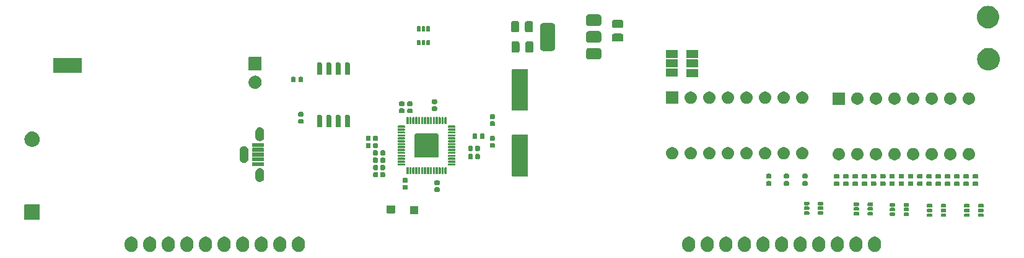
<source format=gbr>
%TF.GenerationSoftware,KiCad,Pcbnew,8.0.5*%
%TF.CreationDate,2024-09-30T13:59:48-07:00*%
%TF.ProjectId,combo_board,636f6d62-6f5f-4626-9f61-72642e6b6963,1*%
%TF.SameCoordinates,Original*%
%TF.FileFunction,Soldermask,Bot*%
%TF.FilePolarity,Negative*%
%FSLAX46Y46*%
G04 Gerber Fmt 4.6, Leading zero omitted, Abs format (unit mm)*
G04 Created by KiCad (PCBNEW 8.0.5) date 2024-09-30 13:59:48*
%MOMM*%
%LPD*%
G01*
G04 APERTURE LIST*
G04 APERTURE END LIST*
G36*
X56601546Y37582203D02*
G01*
X56764728Y37514611D01*
X56911588Y37416482D01*
X57036482Y37291588D01*
X57134611Y37144728D01*
X57202203Y36981546D01*
X57236661Y36808313D01*
X57241000Y36720000D01*
X57241000Y36420000D01*
X57236661Y36331687D01*
X57202203Y36158454D01*
X57134611Y35995272D01*
X57036482Y35848412D01*
X56911588Y35723518D01*
X56764728Y35625389D01*
X56601546Y35557797D01*
X56428313Y35523339D01*
X56251687Y35523339D01*
X56078454Y35557797D01*
X55915272Y35625389D01*
X55768412Y35723518D01*
X55643518Y35848412D01*
X55545389Y35995272D01*
X55477797Y36158454D01*
X55443339Y36331687D01*
X55439000Y36420000D01*
X55439000Y36720000D01*
X55443339Y36808313D01*
X55477797Y36981546D01*
X55545389Y37144728D01*
X55643518Y37291588D01*
X55768412Y37416482D01*
X55915272Y37514611D01*
X56078454Y37582203D01*
X56251687Y37616661D01*
X56428313Y37616661D01*
X56601546Y37582203D01*
G37*
G36*
X59141546Y37582203D02*
G01*
X59304728Y37514611D01*
X59451588Y37416482D01*
X59576482Y37291588D01*
X59674611Y37144728D01*
X59742203Y36981546D01*
X59776661Y36808313D01*
X59781000Y36720000D01*
X59781000Y36420000D01*
X59776661Y36331687D01*
X59742203Y36158454D01*
X59674611Y35995272D01*
X59576482Y35848412D01*
X59451588Y35723518D01*
X59304728Y35625389D01*
X59141546Y35557797D01*
X58968313Y35523339D01*
X58791687Y35523339D01*
X58618454Y35557797D01*
X58455272Y35625389D01*
X58308412Y35723518D01*
X58183518Y35848412D01*
X58085389Y35995272D01*
X58017797Y36158454D01*
X57983339Y36331687D01*
X57979000Y36420000D01*
X57979000Y36720000D01*
X57983339Y36808313D01*
X58017797Y36981546D01*
X58085389Y37144728D01*
X58183518Y37291588D01*
X58308412Y37416482D01*
X58455272Y37514611D01*
X58618454Y37582203D01*
X58791687Y37616661D01*
X58968313Y37616661D01*
X59141546Y37582203D01*
G37*
G36*
X61681546Y37582203D02*
G01*
X61844728Y37514611D01*
X61991588Y37416482D01*
X62116482Y37291588D01*
X62214611Y37144728D01*
X62282203Y36981546D01*
X62316661Y36808313D01*
X62321000Y36720000D01*
X62321000Y36420000D01*
X62316661Y36331687D01*
X62282203Y36158454D01*
X62214611Y35995272D01*
X62116482Y35848412D01*
X61991588Y35723518D01*
X61844728Y35625389D01*
X61681546Y35557797D01*
X61508313Y35523339D01*
X61331687Y35523339D01*
X61158454Y35557797D01*
X60995272Y35625389D01*
X60848412Y35723518D01*
X60723518Y35848412D01*
X60625389Y35995272D01*
X60557797Y36158454D01*
X60523339Y36331687D01*
X60519000Y36420000D01*
X60519000Y36720000D01*
X60523339Y36808313D01*
X60557797Y36981546D01*
X60625389Y37144728D01*
X60723518Y37291588D01*
X60848412Y37416482D01*
X60995272Y37514611D01*
X61158454Y37582203D01*
X61331687Y37616661D01*
X61508313Y37616661D01*
X61681546Y37582203D01*
G37*
G36*
X64221546Y37582203D02*
G01*
X64384728Y37514611D01*
X64531588Y37416482D01*
X64656482Y37291588D01*
X64754611Y37144728D01*
X64822203Y36981546D01*
X64856661Y36808313D01*
X64861000Y36720000D01*
X64861000Y36420000D01*
X64856661Y36331687D01*
X64822203Y36158454D01*
X64754611Y35995272D01*
X64656482Y35848412D01*
X64531588Y35723518D01*
X64384728Y35625389D01*
X64221546Y35557797D01*
X64048313Y35523339D01*
X63871687Y35523339D01*
X63698454Y35557797D01*
X63535272Y35625389D01*
X63388412Y35723518D01*
X63263518Y35848412D01*
X63165389Y35995272D01*
X63097797Y36158454D01*
X63063339Y36331687D01*
X63059000Y36420000D01*
X63059000Y36720000D01*
X63063339Y36808313D01*
X63097797Y36981546D01*
X63165389Y37144728D01*
X63263518Y37291588D01*
X63388412Y37416482D01*
X63535272Y37514611D01*
X63698454Y37582203D01*
X63871687Y37616661D01*
X64048313Y37616661D01*
X64221546Y37582203D01*
G37*
G36*
X66761546Y37582203D02*
G01*
X66924728Y37514611D01*
X67071588Y37416482D01*
X67196482Y37291588D01*
X67294611Y37144728D01*
X67362203Y36981546D01*
X67396661Y36808313D01*
X67401000Y36720000D01*
X67401000Y36420000D01*
X67396661Y36331687D01*
X67362203Y36158454D01*
X67294611Y35995272D01*
X67196482Y35848412D01*
X67071588Y35723518D01*
X66924728Y35625389D01*
X66761546Y35557797D01*
X66588313Y35523339D01*
X66411687Y35523339D01*
X66238454Y35557797D01*
X66075272Y35625389D01*
X65928412Y35723518D01*
X65803518Y35848412D01*
X65705389Y35995272D01*
X65637797Y36158454D01*
X65603339Y36331687D01*
X65599000Y36420000D01*
X65599000Y36720000D01*
X65603339Y36808313D01*
X65637797Y36981546D01*
X65705389Y37144728D01*
X65803518Y37291588D01*
X65928412Y37416482D01*
X66075272Y37514611D01*
X66238454Y37582203D01*
X66411687Y37616661D01*
X66588313Y37616661D01*
X66761546Y37582203D01*
G37*
G36*
X69301546Y37582203D02*
G01*
X69464728Y37514611D01*
X69611588Y37416482D01*
X69736482Y37291588D01*
X69834611Y37144728D01*
X69902203Y36981546D01*
X69936661Y36808313D01*
X69941000Y36720000D01*
X69941000Y36420000D01*
X69936661Y36331687D01*
X69902203Y36158454D01*
X69834611Y35995272D01*
X69736482Y35848412D01*
X69611588Y35723518D01*
X69464728Y35625389D01*
X69301546Y35557797D01*
X69128313Y35523339D01*
X68951687Y35523339D01*
X68778454Y35557797D01*
X68615272Y35625389D01*
X68468412Y35723518D01*
X68343518Y35848412D01*
X68245389Y35995272D01*
X68177797Y36158454D01*
X68143339Y36331687D01*
X68139000Y36420000D01*
X68139000Y36720000D01*
X68143339Y36808313D01*
X68177797Y36981546D01*
X68245389Y37144728D01*
X68343518Y37291588D01*
X68468412Y37416482D01*
X68615272Y37514611D01*
X68778454Y37582203D01*
X68951687Y37616661D01*
X69128313Y37616661D01*
X69301546Y37582203D01*
G37*
G36*
X71841546Y37582203D02*
G01*
X72004728Y37514611D01*
X72151588Y37416482D01*
X72276482Y37291588D01*
X72374611Y37144728D01*
X72442203Y36981546D01*
X72476661Y36808313D01*
X72481000Y36720000D01*
X72481000Y36420000D01*
X72476661Y36331687D01*
X72442203Y36158454D01*
X72374611Y35995272D01*
X72276482Y35848412D01*
X72151588Y35723518D01*
X72004728Y35625389D01*
X71841546Y35557797D01*
X71668313Y35523339D01*
X71491687Y35523339D01*
X71318454Y35557797D01*
X71155272Y35625389D01*
X71008412Y35723518D01*
X70883518Y35848412D01*
X70785389Y35995272D01*
X70717797Y36158454D01*
X70683339Y36331687D01*
X70679000Y36420000D01*
X70679000Y36720000D01*
X70683339Y36808313D01*
X70717797Y36981546D01*
X70785389Y37144728D01*
X70883518Y37291588D01*
X71008412Y37416482D01*
X71155272Y37514611D01*
X71318454Y37582203D01*
X71491687Y37616661D01*
X71668313Y37616661D01*
X71841546Y37582203D01*
G37*
G36*
X74381546Y37582203D02*
G01*
X74544728Y37514611D01*
X74691588Y37416482D01*
X74816482Y37291588D01*
X74914611Y37144728D01*
X74982203Y36981546D01*
X75016661Y36808313D01*
X75021000Y36720000D01*
X75021000Y36420000D01*
X75016661Y36331687D01*
X74982203Y36158454D01*
X74914611Y35995272D01*
X74816482Y35848412D01*
X74691588Y35723518D01*
X74544728Y35625389D01*
X74381546Y35557797D01*
X74208313Y35523339D01*
X74031687Y35523339D01*
X73858454Y35557797D01*
X73695272Y35625389D01*
X73548412Y35723518D01*
X73423518Y35848412D01*
X73325389Y35995272D01*
X73257797Y36158454D01*
X73223339Y36331687D01*
X73219000Y36420000D01*
X73219000Y36720000D01*
X73223339Y36808313D01*
X73257797Y36981546D01*
X73325389Y37144728D01*
X73423518Y37291588D01*
X73548412Y37416482D01*
X73695272Y37514611D01*
X73858454Y37582203D01*
X74031687Y37616661D01*
X74208313Y37616661D01*
X74381546Y37582203D01*
G37*
G36*
X76921546Y37582203D02*
G01*
X77084728Y37514611D01*
X77231588Y37416482D01*
X77356482Y37291588D01*
X77454611Y37144728D01*
X77522203Y36981546D01*
X77556661Y36808313D01*
X77561000Y36720000D01*
X77561000Y36420000D01*
X77556661Y36331687D01*
X77522203Y36158454D01*
X77454611Y35995272D01*
X77356482Y35848412D01*
X77231588Y35723518D01*
X77084728Y35625389D01*
X76921546Y35557797D01*
X76748313Y35523339D01*
X76571687Y35523339D01*
X76398454Y35557797D01*
X76235272Y35625389D01*
X76088412Y35723518D01*
X75963518Y35848412D01*
X75865389Y35995272D01*
X75797797Y36158454D01*
X75763339Y36331687D01*
X75759000Y36420000D01*
X75759000Y36720000D01*
X75763339Y36808313D01*
X75797797Y36981546D01*
X75865389Y37144728D01*
X75963518Y37291588D01*
X76088412Y37416482D01*
X76235272Y37514611D01*
X76398454Y37582203D01*
X76571687Y37616661D01*
X76748313Y37616661D01*
X76921546Y37582203D01*
G37*
G36*
X79461546Y37582203D02*
G01*
X79624728Y37514611D01*
X79771588Y37416482D01*
X79896482Y37291588D01*
X79994611Y37144728D01*
X80062203Y36981546D01*
X80096661Y36808313D01*
X80101000Y36720000D01*
X80101000Y36420000D01*
X80096661Y36331687D01*
X80062203Y36158454D01*
X79994611Y35995272D01*
X79896482Y35848412D01*
X79771588Y35723518D01*
X79624728Y35625389D01*
X79461546Y35557797D01*
X79288313Y35523339D01*
X79111687Y35523339D01*
X78938454Y35557797D01*
X78775272Y35625389D01*
X78628412Y35723518D01*
X78503518Y35848412D01*
X78405389Y35995272D01*
X78337797Y36158454D01*
X78303339Y36331687D01*
X78299000Y36420000D01*
X78299000Y36720000D01*
X78303339Y36808313D01*
X78337797Y36981546D01*
X78405389Y37144728D01*
X78503518Y37291588D01*
X78628412Y37416482D01*
X78775272Y37514611D01*
X78938454Y37582203D01*
X79111687Y37616661D01*
X79288313Y37616661D01*
X79461546Y37582203D01*
G37*
G36*
X132801546Y37582203D02*
G01*
X132964728Y37514611D01*
X133111588Y37416482D01*
X133236482Y37291588D01*
X133334611Y37144728D01*
X133402203Y36981546D01*
X133436661Y36808313D01*
X133441000Y36720000D01*
X133441000Y36420000D01*
X133436661Y36331687D01*
X133402203Y36158454D01*
X133334611Y35995272D01*
X133236482Y35848412D01*
X133111588Y35723518D01*
X132964728Y35625389D01*
X132801546Y35557797D01*
X132628313Y35523339D01*
X132451687Y35523339D01*
X132278454Y35557797D01*
X132115272Y35625389D01*
X131968412Y35723518D01*
X131843518Y35848412D01*
X131745389Y35995272D01*
X131677797Y36158454D01*
X131643339Y36331687D01*
X131639000Y36420000D01*
X131639000Y36720000D01*
X131643339Y36808313D01*
X131677797Y36981546D01*
X131745389Y37144728D01*
X131843518Y37291588D01*
X131968412Y37416482D01*
X132115272Y37514611D01*
X132278454Y37582203D01*
X132451687Y37616661D01*
X132628313Y37616661D01*
X132801546Y37582203D01*
G37*
G36*
X135341546Y37582203D02*
G01*
X135504728Y37514611D01*
X135651588Y37416482D01*
X135776482Y37291588D01*
X135874611Y37144728D01*
X135942203Y36981546D01*
X135976661Y36808313D01*
X135981000Y36720000D01*
X135981000Y36420000D01*
X135976661Y36331687D01*
X135942203Y36158454D01*
X135874611Y35995272D01*
X135776482Y35848412D01*
X135651588Y35723518D01*
X135504728Y35625389D01*
X135341546Y35557797D01*
X135168313Y35523339D01*
X134991687Y35523339D01*
X134818454Y35557797D01*
X134655272Y35625389D01*
X134508412Y35723518D01*
X134383518Y35848412D01*
X134285389Y35995272D01*
X134217797Y36158454D01*
X134183339Y36331687D01*
X134179000Y36420000D01*
X134179000Y36720000D01*
X134183339Y36808313D01*
X134217797Y36981546D01*
X134285389Y37144728D01*
X134383518Y37291588D01*
X134508412Y37416482D01*
X134655272Y37514611D01*
X134818454Y37582203D01*
X134991687Y37616661D01*
X135168313Y37616661D01*
X135341546Y37582203D01*
G37*
G36*
X137881546Y37582203D02*
G01*
X138044728Y37514611D01*
X138191588Y37416482D01*
X138316482Y37291588D01*
X138414611Y37144728D01*
X138482203Y36981546D01*
X138516661Y36808313D01*
X138521000Y36720000D01*
X138521000Y36420000D01*
X138516661Y36331687D01*
X138482203Y36158454D01*
X138414611Y35995272D01*
X138316482Y35848412D01*
X138191588Y35723518D01*
X138044728Y35625389D01*
X137881546Y35557797D01*
X137708313Y35523339D01*
X137531687Y35523339D01*
X137358454Y35557797D01*
X137195272Y35625389D01*
X137048412Y35723518D01*
X136923518Y35848412D01*
X136825389Y35995272D01*
X136757797Y36158454D01*
X136723339Y36331687D01*
X136719000Y36420000D01*
X136719000Y36720000D01*
X136723339Y36808313D01*
X136757797Y36981546D01*
X136825389Y37144728D01*
X136923518Y37291588D01*
X137048412Y37416482D01*
X137195272Y37514611D01*
X137358454Y37582203D01*
X137531687Y37616661D01*
X137708313Y37616661D01*
X137881546Y37582203D01*
G37*
G36*
X140421546Y37582203D02*
G01*
X140584728Y37514611D01*
X140731588Y37416482D01*
X140856482Y37291588D01*
X140954611Y37144728D01*
X141022203Y36981546D01*
X141056661Y36808313D01*
X141061000Y36720000D01*
X141061000Y36420000D01*
X141056661Y36331687D01*
X141022203Y36158454D01*
X140954611Y35995272D01*
X140856482Y35848412D01*
X140731588Y35723518D01*
X140584728Y35625389D01*
X140421546Y35557797D01*
X140248313Y35523339D01*
X140071687Y35523339D01*
X139898454Y35557797D01*
X139735272Y35625389D01*
X139588412Y35723518D01*
X139463518Y35848412D01*
X139365389Y35995272D01*
X139297797Y36158454D01*
X139263339Y36331687D01*
X139259000Y36420000D01*
X139259000Y36720000D01*
X139263339Y36808313D01*
X139297797Y36981546D01*
X139365389Y37144728D01*
X139463518Y37291588D01*
X139588412Y37416482D01*
X139735272Y37514611D01*
X139898454Y37582203D01*
X140071687Y37616661D01*
X140248313Y37616661D01*
X140421546Y37582203D01*
G37*
G36*
X142961546Y37582203D02*
G01*
X143124728Y37514611D01*
X143271588Y37416482D01*
X143396482Y37291588D01*
X143494611Y37144728D01*
X143562203Y36981546D01*
X143596661Y36808313D01*
X143601000Y36720000D01*
X143601000Y36420000D01*
X143596661Y36331687D01*
X143562203Y36158454D01*
X143494611Y35995272D01*
X143396482Y35848412D01*
X143271588Y35723518D01*
X143124728Y35625389D01*
X142961546Y35557797D01*
X142788313Y35523339D01*
X142611687Y35523339D01*
X142438454Y35557797D01*
X142275272Y35625389D01*
X142128412Y35723518D01*
X142003518Y35848412D01*
X141905389Y35995272D01*
X141837797Y36158454D01*
X141803339Y36331687D01*
X141799000Y36420000D01*
X141799000Y36720000D01*
X141803339Y36808313D01*
X141837797Y36981546D01*
X141905389Y37144728D01*
X142003518Y37291588D01*
X142128412Y37416482D01*
X142275272Y37514611D01*
X142438454Y37582203D01*
X142611687Y37616661D01*
X142788313Y37616661D01*
X142961546Y37582203D01*
G37*
G36*
X145501546Y37582203D02*
G01*
X145664728Y37514611D01*
X145811588Y37416482D01*
X145936482Y37291588D01*
X146034611Y37144728D01*
X146102203Y36981546D01*
X146136661Y36808313D01*
X146141000Y36720000D01*
X146141000Y36420000D01*
X146136661Y36331687D01*
X146102203Y36158454D01*
X146034611Y35995272D01*
X145936482Y35848412D01*
X145811588Y35723518D01*
X145664728Y35625389D01*
X145501546Y35557797D01*
X145328313Y35523339D01*
X145151687Y35523339D01*
X144978454Y35557797D01*
X144815272Y35625389D01*
X144668412Y35723518D01*
X144543518Y35848412D01*
X144445389Y35995272D01*
X144377797Y36158454D01*
X144343339Y36331687D01*
X144339000Y36420000D01*
X144339000Y36720000D01*
X144343339Y36808313D01*
X144377797Y36981546D01*
X144445389Y37144728D01*
X144543518Y37291588D01*
X144668412Y37416482D01*
X144815272Y37514611D01*
X144978454Y37582203D01*
X145151687Y37616661D01*
X145328313Y37616661D01*
X145501546Y37582203D01*
G37*
G36*
X148041546Y37582203D02*
G01*
X148204728Y37514611D01*
X148351588Y37416482D01*
X148476482Y37291588D01*
X148574611Y37144728D01*
X148642203Y36981546D01*
X148676661Y36808313D01*
X148681000Y36720000D01*
X148681000Y36420000D01*
X148676661Y36331687D01*
X148642203Y36158454D01*
X148574611Y35995272D01*
X148476482Y35848412D01*
X148351588Y35723518D01*
X148204728Y35625389D01*
X148041546Y35557797D01*
X147868313Y35523339D01*
X147691687Y35523339D01*
X147518454Y35557797D01*
X147355272Y35625389D01*
X147208412Y35723518D01*
X147083518Y35848412D01*
X146985389Y35995272D01*
X146917797Y36158454D01*
X146883339Y36331687D01*
X146879000Y36420000D01*
X146879000Y36720000D01*
X146883339Y36808313D01*
X146917797Y36981546D01*
X146985389Y37144728D01*
X147083518Y37291588D01*
X147208412Y37416482D01*
X147355272Y37514611D01*
X147518454Y37582203D01*
X147691687Y37616661D01*
X147868313Y37616661D01*
X148041546Y37582203D01*
G37*
G36*
X150581546Y37582203D02*
G01*
X150744728Y37514611D01*
X150891588Y37416482D01*
X151016482Y37291588D01*
X151114611Y37144728D01*
X151182203Y36981546D01*
X151216661Y36808313D01*
X151221000Y36720000D01*
X151221000Y36420000D01*
X151216661Y36331687D01*
X151182203Y36158454D01*
X151114611Y35995272D01*
X151016482Y35848412D01*
X150891588Y35723518D01*
X150744728Y35625389D01*
X150581546Y35557797D01*
X150408313Y35523339D01*
X150231687Y35523339D01*
X150058454Y35557797D01*
X149895272Y35625389D01*
X149748412Y35723518D01*
X149623518Y35848412D01*
X149525389Y35995272D01*
X149457797Y36158454D01*
X149423339Y36331687D01*
X149419000Y36420000D01*
X149419000Y36720000D01*
X149423339Y36808313D01*
X149457797Y36981546D01*
X149525389Y37144728D01*
X149623518Y37291588D01*
X149748412Y37416482D01*
X149895272Y37514611D01*
X150058454Y37582203D01*
X150231687Y37616661D01*
X150408313Y37616661D01*
X150581546Y37582203D01*
G37*
G36*
X153121546Y37582203D02*
G01*
X153284728Y37514611D01*
X153431588Y37416482D01*
X153556482Y37291588D01*
X153654611Y37144728D01*
X153722203Y36981546D01*
X153756661Y36808313D01*
X153761000Y36720000D01*
X153761000Y36420000D01*
X153756661Y36331687D01*
X153722203Y36158454D01*
X153654611Y35995272D01*
X153556482Y35848412D01*
X153431588Y35723518D01*
X153284728Y35625389D01*
X153121546Y35557797D01*
X152948313Y35523339D01*
X152771687Y35523339D01*
X152598454Y35557797D01*
X152435272Y35625389D01*
X152288412Y35723518D01*
X152163518Y35848412D01*
X152065389Y35995272D01*
X151997797Y36158454D01*
X151963339Y36331687D01*
X151959000Y36420000D01*
X151959000Y36720000D01*
X151963339Y36808313D01*
X151997797Y36981546D01*
X152065389Y37144728D01*
X152163518Y37291588D01*
X152288412Y37416482D01*
X152435272Y37514611D01*
X152598454Y37582203D01*
X152771687Y37616661D01*
X152948313Y37616661D01*
X153121546Y37582203D01*
G37*
G36*
X155661546Y37582203D02*
G01*
X155824728Y37514611D01*
X155971588Y37416482D01*
X156096482Y37291588D01*
X156194611Y37144728D01*
X156262203Y36981546D01*
X156296661Y36808313D01*
X156301000Y36720000D01*
X156301000Y36420000D01*
X156296661Y36331687D01*
X156262203Y36158454D01*
X156194611Y35995272D01*
X156096482Y35848412D01*
X155971588Y35723518D01*
X155824728Y35625389D01*
X155661546Y35557797D01*
X155488313Y35523339D01*
X155311687Y35523339D01*
X155138454Y35557797D01*
X154975272Y35625389D01*
X154828412Y35723518D01*
X154703518Y35848412D01*
X154605389Y35995272D01*
X154537797Y36158454D01*
X154503339Y36331687D01*
X154499000Y36420000D01*
X154499000Y36720000D01*
X154503339Y36808313D01*
X154537797Y36981546D01*
X154605389Y37144728D01*
X154703518Y37291588D01*
X154828412Y37416482D01*
X154975272Y37514611D01*
X155138454Y37582203D01*
X155311687Y37616661D01*
X155488313Y37616661D01*
X155661546Y37582203D01*
G37*
G36*
X158201546Y37582203D02*
G01*
X158364728Y37514611D01*
X158511588Y37416482D01*
X158636482Y37291588D01*
X158734611Y37144728D01*
X158802203Y36981546D01*
X158836661Y36808313D01*
X158841000Y36720000D01*
X158841000Y36420000D01*
X158836661Y36331687D01*
X158802203Y36158454D01*
X158734611Y35995272D01*
X158636482Y35848412D01*
X158511588Y35723518D01*
X158364728Y35625389D01*
X158201546Y35557797D01*
X158028313Y35523339D01*
X157851687Y35523339D01*
X157678454Y35557797D01*
X157515272Y35625389D01*
X157368412Y35723518D01*
X157243518Y35848412D01*
X157145389Y35995272D01*
X157077797Y36158454D01*
X157043339Y36331687D01*
X157039000Y36420000D01*
X157039000Y36720000D01*
X157043339Y36808313D01*
X157077797Y36981546D01*
X157145389Y37144728D01*
X157243518Y37291588D01*
X157368412Y37416482D01*
X157515272Y37514611D01*
X157678454Y37582203D01*
X157851687Y37616661D01*
X158028313Y37616661D01*
X158201546Y37582203D01*
G37*
G36*
X43809517Y42029818D02*
G01*
X43826062Y42018762D01*
X43837118Y42002217D01*
X43841000Y41982700D01*
X43841000Y39982700D01*
X43837118Y39963183D01*
X43826062Y39946638D01*
X43809517Y39935582D01*
X43790000Y39931700D01*
X41790000Y39931700D01*
X41770483Y39935582D01*
X41753938Y39946638D01*
X41742882Y39963183D01*
X41739000Y39982700D01*
X41739000Y41982700D01*
X41742882Y42002217D01*
X41753938Y42018762D01*
X41770483Y42029818D01*
X41790000Y42033700D01*
X43790000Y42033700D01*
X43809517Y42029818D01*
G37*
G36*
X165732785Y40802206D02*
G01*
X165781773Y40769473D01*
X165814506Y40720485D01*
X165826000Y40662700D01*
X165826000Y40462700D01*
X165814506Y40404915D01*
X165781773Y40355927D01*
X165732785Y40323194D01*
X165675000Y40311700D01*
X165225000Y40311700D01*
X165167215Y40323194D01*
X165118227Y40355927D01*
X165085494Y40404915D01*
X165074000Y40462700D01*
X165074000Y40662700D01*
X165085494Y40720485D01*
X165118227Y40769473D01*
X165167215Y40802206D01*
X165225000Y40813700D01*
X165675000Y40813700D01*
X165732785Y40802206D01*
G37*
G36*
X167632785Y40802206D02*
G01*
X167681773Y40769473D01*
X167714506Y40720485D01*
X167726000Y40662700D01*
X167726000Y40462700D01*
X167714506Y40404915D01*
X167681773Y40355927D01*
X167632785Y40323194D01*
X167575000Y40311700D01*
X167125000Y40311700D01*
X167067215Y40323194D01*
X167018227Y40355927D01*
X166985494Y40404915D01*
X166974000Y40462700D01*
X166974000Y40662700D01*
X166985494Y40720485D01*
X167018227Y40769473D01*
X167067215Y40802206D01*
X167125000Y40813700D01*
X167575000Y40813700D01*
X167632785Y40802206D01*
G37*
G36*
X170832785Y40802206D02*
G01*
X170881773Y40769473D01*
X170914506Y40720485D01*
X170926000Y40662700D01*
X170926000Y40462700D01*
X170914506Y40404915D01*
X170881773Y40355927D01*
X170832785Y40323194D01*
X170775000Y40311700D01*
X170325000Y40311700D01*
X170267215Y40323194D01*
X170218227Y40355927D01*
X170185494Y40404915D01*
X170174000Y40462700D01*
X170174000Y40662700D01*
X170185494Y40720485D01*
X170218227Y40769473D01*
X170267215Y40802206D01*
X170325000Y40813700D01*
X170775000Y40813700D01*
X170832785Y40802206D01*
G37*
G36*
X172732785Y40802206D02*
G01*
X172781773Y40769473D01*
X172814506Y40720485D01*
X172826000Y40662700D01*
X172826000Y40462700D01*
X172814506Y40404915D01*
X172781773Y40355927D01*
X172732785Y40323194D01*
X172675000Y40311700D01*
X172225000Y40311700D01*
X172167215Y40323194D01*
X172118227Y40355927D01*
X172085494Y40404915D01*
X172074000Y40462700D01*
X172074000Y40662700D01*
X172085494Y40720485D01*
X172118227Y40769473D01*
X172167215Y40802206D01*
X172225000Y40813700D01*
X172675000Y40813700D01*
X172732785Y40802206D01*
G37*
G36*
X160652785Y40924706D02*
G01*
X160701773Y40891973D01*
X160734506Y40842985D01*
X160746000Y40785200D01*
X160746000Y40585200D01*
X160734506Y40527415D01*
X160701773Y40478427D01*
X160652785Y40445694D01*
X160595000Y40434200D01*
X160145000Y40434200D01*
X160087215Y40445694D01*
X160038227Y40478427D01*
X160005494Y40527415D01*
X159994000Y40585200D01*
X159994000Y40785200D01*
X160005494Y40842985D01*
X160038227Y40891973D01*
X160087215Y40924706D01*
X160145000Y40936200D01*
X160595000Y40936200D01*
X160652785Y40924706D01*
G37*
G36*
X162552785Y40924706D02*
G01*
X162601773Y40891973D01*
X162634506Y40842985D01*
X162646000Y40785200D01*
X162646000Y40585200D01*
X162634506Y40527415D01*
X162601773Y40478427D01*
X162552785Y40445694D01*
X162495000Y40434200D01*
X162045000Y40434200D01*
X161987215Y40445694D01*
X161938227Y40478427D01*
X161905494Y40527415D01*
X161894000Y40585200D01*
X161894000Y40785200D01*
X161905494Y40842985D01*
X161938227Y40891973D01*
X161987215Y40924706D01*
X162045000Y40936200D01*
X162495000Y40936200D01*
X162552785Y40924706D01*
G37*
G36*
X155732785Y41002206D02*
G01*
X155781773Y40969473D01*
X155814506Y40920485D01*
X155826000Y40862700D01*
X155826000Y40662700D01*
X155814506Y40604915D01*
X155781773Y40555927D01*
X155732785Y40523194D01*
X155675000Y40511700D01*
X155225000Y40511700D01*
X155167215Y40523194D01*
X155118227Y40555927D01*
X155085494Y40604915D01*
X155074000Y40662700D01*
X155074000Y40862700D01*
X155085494Y40920485D01*
X155118227Y40969473D01*
X155167215Y41002206D01*
X155225000Y41013700D01*
X155675000Y41013700D01*
X155732785Y41002206D01*
G37*
G36*
X157632785Y41002206D02*
G01*
X157681773Y40969473D01*
X157714506Y40920485D01*
X157726000Y40862700D01*
X157726000Y40662700D01*
X157714506Y40604915D01*
X157681773Y40555927D01*
X157632785Y40523194D01*
X157575000Y40511700D01*
X157125000Y40511700D01*
X157067215Y40523194D01*
X157018227Y40555927D01*
X156985494Y40604915D01*
X156974000Y40662700D01*
X156974000Y40862700D01*
X156985494Y40920485D01*
X157018227Y40969473D01*
X157067215Y41002206D01*
X157125000Y41013700D01*
X157575000Y41013700D01*
X157632785Y41002206D01*
G37*
G36*
X148932785Y41102206D02*
G01*
X148981773Y41069473D01*
X149014506Y41020485D01*
X149026000Y40962700D01*
X149026000Y40762700D01*
X149014506Y40704915D01*
X148981773Y40655927D01*
X148932785Y40623194D01*
X148875000Y40611700D01*
X148425000Y40611700D01*
X148367215Y40623194D01*
X148318227Y40655927D01*
X148285494Y40704915D01*
X148274000Y40762700D01*
X148274000Y40962700D01*
X148285494Y41020485D01*
X148318227Y41069473D01*
X148367215Y41102206D01*
X148425000Y41113700D01*
X148875000Y41113700D01*
X148932785Y41102206D01*
G37*
G36*
X150832785Y41102206D02*
G01*
X150881773Y41069473D01*
X150914506Y41020485D01*
X150926000Y40962700D01*
X150926000Y40762700D01*
X150914506Y40704915D01*
X150881773Y40655927D01*
X150832785Y40623194D01*
X150775000Y40611700D01*
X150325000Y40611700D01*
X150267215Y40623194D01*
X150218227Y40655927D01*
X150185494Y40704915D01*
X150174000Y40762700D01*
X150174000Y40962700D01*
X150185494Y41020485D01*
X150218227Y41069473D01*
X150267215Y41102206D01*
X150325000Y41113700D01*
X150775000Y41113700D01*
X150832785Y41102206D01*
G37*
G36*
X95489517Y41809801D02*
G01*
X95506062Y41798745D01*
X95517118Y41782200D01*
X95521000Y41762683D01*
X95521000Y40762683D01*
X95517118Y40743166D01*
X95506062Y40726621D01*
X95489517Y40715565D01*
X95470000Y40711683D01*
X94470000Y40711683D01*
X94450483Y40715565D01*
X94433938Y40726621D01*
X94422882Y40743166D01*
X94419000Y40762683D01*
X94419000Y41762683D01*
X94422882Y41782200D01*
X94433938Y41798745D01*
X94450483Y41809801D01*
X94470000Y41813683D01*
X95470000Y41813683D01*
X95489517Y41809801D01*
G37*
G36*
X92349517Y41899801D02*
G01*
X92366062Y41888745D01*
X92377118Y41872200D01*
X92381000Y41852683D01*
X92381000Y40852683D01*
X92377118Y40833166D01*
X92366062Y40816621D01*
X92349517Y40805565D01*
X92330000Y40801683D01*
X91330000Y40801683D01*
X91310483Y40805565D01*
X91293938Y40816621D01*
X91282882Y40833166D01*
X91279000Y40852683D01*
X91279000Y41852683D01*
X91282882Y41872200D01*
X91293938Y41888745D01*
X91310483Y41899801D01*
X91330000Y41903683D01*
X92330000Y41903683D01*
X92349517Y41899801D01*
G37*
G36*
X165732785Y41452206D02*
G01*
X165781773Y41419473D01*
X165814506Y41370485D01*
X165826000Y41312700D01*
X165826000Y41112700D01*
X165814506Y41054915D01*
X165781773Y41005927D01*
X165732785Y40973194D01*
X165675000Y40961700D01*
X165225000Y40961700D01*
X165167215Y40973194D01*
X165118227Y41005927D01*
X165085494Y41054915D01*
X165074000Y41112700D01*
X165074000Y41312700D01*
X165085494Y41370485D01*
X165118227Y41419473D01*
X165167215Y41452206D01*
X165225000Y41463700D01*
X165675000Y41463700D01*
X165732785Y41452206D01*
G37*
G36*
X167632785Y41452206D02*
G01*
X167681773Y41419473D01*
X167714506Y41370485D01*
X167726000Y41312700D01*
X167726000Y41112700D01*
X167714506Y41054915D01*
X167681773Y41005927D01*
X167632785Y40973194D01*
X167575000Y40961700D01*
X167125000Y40961700D01*
X167067215Y40973194D01*
X167018227Y41005927D01*
X166985494Y41054915D01*
X166974000Y41112700D01*
X166974000Y41312700D01*
X166985494Y41370485D01*
X167018227Y41419473D01*
X167067215Y41452206D01*
X167125000Y41463700D01*
X167575000Y41463700D01*
X167632785Y41452206D01*
G37*
G36*
X170832785Y41452206D02*
G01*
X170881773Y41419473D01*
X170914506Y41370485D01*
X170926000Y41312700D01*
X170926000Y41112700D01*
X170914506Y41054915D01*
X170881773Y41005927D01*
X170832785Y40973194D01*
X170775000Y40961700D01*
X170325000Y40961700D01*
X170267215Y40973194D01*
X170218227Y41005927D01*
X170185494Y41054915D01*
X170174000Y41112700D01*
X170174000Y41312700D01*
X170185494Y41370485D01*
X170218227Y41419473D01*
X170267215Y41452206D01*
X170325000Y41463700D01*
X170775000Y41463700D01*
X170832785Y41452206D01*
G37*
G36*
X172732785Y41452206D02*
G01*
X172781773Y41419473D01*
X172814506Y41370485D01*
X172826000Y41312700D01*
X172826000Y41112700D01*
X172814506Y41054915D01*
X172781773Y41005927D01*
X172732785Y40973194D01*
X172675000Y40961700D01*
X172225000Y40961700D01*
X172167215Y40973194D01*
X172118227Y41005927D01*
X172085494Y41054915D01*
X172074000Y41112700D01*
X172074000Y41312700D01*
X172085494Y41370485D01*
X172118227Y41419473D01*
X172167215Y41452206D01*
X172225000Y41463700D01*
X172675000Y41463700D01*
X172732785Y41452206D01*
G37*
G36*
X160652785Y41574706D02*
G01*
X160701773Y41541973D01*
X160734506Y41492985D01*
X160746000Y41435200D01*
X160746000Y41235200D01*
X160734506Y41177415D01*
X160701773Y41128427D01*
X160652785Y41095694D01*
X160595000Y41084200D01*
X160145000Y41084200D01*
X160087215Y41095694D01*
X160038227Y41128427D01*
X160005494Y41177415D01*
X159994000Y41235200D01*
X159994000Y41435200D01*
X160005494Y41492985D01*
X160038227Y41541973D01*
X160087215Y41574706D01*
X160145000Y41586200D01*
X160595000Y41586200D01*
X160652785Y41574706D01*
G37*
G36*
X162552785Y41574706D02*
G01*
X162601773Y41541973D01*
X162634506Y41492985D01*
X162646000Y41435200D01*
X162646000Y41235200D01*
X162634506Y41177415D01*
X162601773Y41128427D01*
X162552785Y41095694D01*
X162495000Y41084200D01*
X162045000Y41084200D01*
X161987215Y41095694D01*
X161938227Y41128427D01*
X161905494Y41177415D01*
X161894000Y41235200D01*
X161894000Y41435200D01*
X161905494Y41492985D01*
X161938227Y41541973D01*
X161987215Y41574706D01*
X162045000Y41586200D01*
X162495000Y41586200D01*
X162552785Y41574706D01*
G37*
G36*
X155732785Y41652206D02*
G01*
X155781773Y41619473D01*
X155814506Y41570485D01*
X155826000Y41512700D01*
X155826000Y41312700D01*
X155814506Y41254915D01*
X155781773Y41205927D01*
X155732785Y41173194D01*
X155675000Y41161700D01*
X155225000Y41161700D01*
X155167215Y41173194D01*
X155118227Y41205927D01*
X155085494Y41254915D01*
X155074000Y41312700D01*
X155074000Y41512700D01*
X155085494Y41570485D01*
X155118227Y41619473D01*
X155167215Y41652206D01*
X155225000Y41663700D01*
X155675000Y41663700D01*
X155732785Y41652206D01*
G37*
G36*
X157632785Y41652206D02*
G01*
X157681773Y41619473D01*
X157714506Y41570485D01*
X157726000Y41512700D01*
X157726000Y41312700D01*
X157714506Y41254915D01*
X157681773Y41205927D01*
X157632785Y41173194D01*
X157575000Y41161700D01*
X157125000Y41161700D01*
X157067215Y41173194D01*
X157018227Y41205927D01*
X156985494Y41254915D01*
X156974000Y41312700D01*
X156974000Y41512700D01*
X156985494Y41570485D01*
X157018227Y41619473D01*
X157067215Y41652206D01*
X157125000Y41663700D01*
X157575000Y41663700D01*
X157632785Y41652206D01*
G37*
G36*
X148932785Y41752206D02*
G01*
X148981773Y41719473D01*
X149014506Y41670485D01*
X149026000Y41612700D01*
X149026000Y41412700D01*
X149014506Y41354915D01*
X148981773Y41305927D01*
X148932785Y41273194D01*
X148875000Y41261700D01*
X148425000Y41261700D01*
X148367215Y41273194D01*
X148318227Y41305927D01*
X148285494Y41354915D01*
X148274000Y41412700D01*
X148274000Y41612700D01*
X148285494Y41670485D01*
X148318227Y41719473D01*
X148367215Y41752206D01*
X148425000Y41763700D01*
X148875000Y41763700D01*
X148932785Y41752206D01*
G37*
G36*
X150832785Y41752206D02*
G01*
X150881773Y41719473D01*
X150914506Y41670485D01*
X150926000Y41612700D01*
X150926000Y41412700D01*
X150914506Y41354915D01*
X150881773Y41305927D01*
X150832785Y41273194D01*
X150775000Y41261700D01*
X150325000Y41261700D01*
X150267215Y41273194D01*
X150218227Y41305927D01*
X150185494Y41354915D01*
X150174000Y41412700D01*
X150174000Y41612700D01*
X150185494Y41670485D01*
X150218227Y41719473D01*
X150267215Y41752206D01*
X150325000Y41763700D01*
X150775000Y41763700D01*
X150832785Y41752206D01*
G37*
G36*
X165732785Y42102206D02*
G01*
X165781773Y42069473D01*
X165814506Y42020485D01*
X165826000Y41962700D01*
X165826000Y41762700D01*
X165814506Y41704915D01*
X165781773Y41655927D01*
X165732785Y41623194D01*
X165675000Y41611700D01*
X165225000Y41611700D01*
X165167215Y41623194D01*
X165118227Y41655927D01*
X165085494Y41704915D01*
X165074000Y41762700D01*
X165074000Y41962700D01*
X165085494Y42020485D01*
X165118227Y42069473D01*
X165167215Y42102206D01*
X165225000Y42113700D01*
X165675000Y42113700D01*
X165732785Y42102206D01*
G37*
G36*
X167632785Y42102206D02*
G01*
X167681773Y42069473D01*
X167714506Y42020485D01*
X167726000Y41962700D01*
X167726000Y41762700D01*
X167714506Y41704915D01*
X167681773Y41655927D01*
X167632785Y41623194D01*
X167575000Y41611700D01*
X167125000Y41611700D01*
X167067215Y41623194D01*
X167018227Y41655927D01*
X166985494Y41704915D01*
X166974000Y41762700D01*
X166974000Y41962700D01*
X166985494Y42020485D01*
X167018227Y42069473D01*
X167067215Y42102206D01*
X167125000Y42113700D01*
X167575000Y42113700D01*
X167632785Y42102206D01*
G37*
G36*
X170832785Y42102206D02*
G01*
X170881773Y42069473D01*
X170914506Y42020485D01*
X170926000Y41962700D01*
X170926000Y41762700D01*
X170914506Y41704915D01*
X170881773Y41655927D01*
X170832785Y41623194D01*
X170775000Y41611700D01*
X170325000Y41611700D01*
X170267215Y41623194D01*
X170218227Y41655927D01*
X170185494Y41704915D01*
X170174000Y41762700D01*
X170174000Y41962700D01*
X170185494Y42020485D01*
X170218227Y42069473D01*
X170267215Y42102206D01*
X170325000Y42113700D01*
X170775000Y42113700D01*
X170832785Y42102206D01*
G37*
G36*
X172732785Y42102206D02*
G01*
X172781773Y42069473D01*
X172814506Y42020485D01*
X172826000Y41962700D01*
X172826000Y41762700D01*
X172814506Y41704915D01*
X172781773Y41655927D01*
X172732785Y41623194D01*
X172675000Y41611700D01*
X172225000Y41611700D01*
X172167215Y41623194D01*
X172118227Y41655927D01*
X172085494Y41704915D01*
X172074000Y41762700D01*
X172074000Y41962700D01*
X172085494Y42020485D01*
X172118227Y42069473D01*
X172167215Y42102206D01*
X172225000Y42113700D01*
X172675000Y42113700D01*
X172732785Y42102206D01*
G37*
G36*
X160652785Y42224706D02*
G01*
X160701773Y42191973D01*
X160734506Y42142985D01*
X160746000Y42085200D01*
X160746000Y41885200D01*
X160734506Y41827415D01*
X160701773Y41778427D01*
X160652785Y41745694D01*
X160595000Y41734200D01*
X160145000Y41734200D01*
X160087215Y41745694D01*
X160038227Y41778427D01*
X160005494Y41827415D01*
X159994000Y41885200D01*
X159994000Y42085200D01*
X160005494Y42142985D01*
X160038227Y42191973D01*
X160087215Y42224706D01*
X160145000Y42236200D01*
X160595000Y42236200D01*
X160652785Y42224706D01*
G37*
G36*
X162552785Y42224706D02*
G01*
X162601773Y42191973D01*
X162634506Y42142985D01*
X162646000Y42085200D01*
X162646000Y41885200D01*
X162634506Y41827415D01*
X162601773Y41778427D01*
X162552785Y41745694D01*
X162495000Y41734200D01*
X162045000Y41734200D01*
X161987215Y41745694D01*
X161938227Y41778427D01*
X161905494Y41827415D01*
X161894000Y41885200D01*
X161894000Y42085200D01*
X161905494Y42142985D01*
X161938227Y42191973D01*
X161987215Y42224706D01*
X162045000Y42236200D01*
X162495000Y42236200D01*
X162552785Y42224706D01*
G37*
G36*
X155732785Y42302206D02*
G01*
X155781773Y42269473D01*
X155814506Y42220485D01*
X155826000Y42162700D01*
X155826000Y41962700D01*
X155814506Y41904915D01*
X155781773Y41855927D01*
X155732785Y41823194D01*
X155675000Y41811700D01*
X155225000Y41811700D01*
X155167215Y41823194D01*
X155118227Y41855927D01*
X155085494Y41904915D01*
X155074000Y41962700D01*
X155074000Y42162700D01*
X155085494Y42220485D01*
X155118227Y42269473D01*
X155167215Y42302206D01*
X155225000Y42313700D01*
X155675000Y42313700D01*
X155732785Y42302206D01*
G37*
G36*
X157632785Y42302206D02*
G01*
X157681773Y42269473D01*
X157714506Y42220485D01*
X157726000Y42162700D01*
X157726000Y41962700D01*
X157714506Y41904915D01*
X157681773Y41855927D01*
X157632785Y41823194D01*
X157575000Y41811700D01*
X157125000Y41811700D01*
X157067215Y41823194D01*
X157018227Y41855927D01*
X156985494Y41904915D01*
X156974000Y41962700D01*
X156974000Y42162700D01*
X156985494Y42220485D01*
X157018227Y42269473D01*
X157067215Y42302206D01*
X157125000Y42313700D01*
X157575000Y42313700D01*
X157632785Y42302206D01*
G37*
G36*
X148932785Y42402206D02*
G01*
X148981773Y42369473D01*
X149014506Y42320485D01*
X149026000Y42262700D01*
X149026000Y42062700D01*
X149014506Y42004915D01*
X148981773Y41955927D01*
X148932785Y41923194D01*
X148875000Y41911700D01*
X148425000Y41911700D01*
X148367215Y41923194D01*
X148318227Y41955927D01*
X148285494Y42004915D01*
X148274000Y42062700D01*
X148274000Y42262700D01*
X148285494Y42320485D01*
X148318227Y42369473D01*
X148367215Y42402206D01*
X148425000Y42413700D01*
X148875000Y42413700D01*
X148932785Y42402206D01*
G37*
G36*
X150832785Y42402206D02*
G01*
X150881773Y42369473D01*
X150914506Y42320485D01*
X150926000Y42262700D01*
X150926000Y42062700D01*
X150914506Y42004915D01*
X150881773Y41955927D01*
X150832785Y41923194D01*
X150775000Y41911700D01*
X150325000Y41911700D01*
X150267215Y41923194D01*
X150218227Y41955927D01*
X150185494Y42004915D01*
X150174000Y42062700D01*
X150174000Y42262700D01*
X150185494Y42320485D01*
X150218227Y42369473D01*
X150267215Y42402206D01*
X150325000Y42413700D01*
X150775000Y42413700D01*
X150832785Y42402206D01*
G37*
G36*
X98381893Y44374561D02*
G01*
X98443857Y44333157D01*
X98485261Y44271193D01*
X98499800Y44198100D01*
X98499800Y43918100D01*
X98485261Y43845007D01*
X98443857Y43783043D01*
X98381893Y43741639D01*
X98308800Y43727100D01*
X97968800Y43727100D01*
X97895707Y43741639D01*
X97833743Y43783043D01*
X97792339Y43845007D01*
X97777800Y43918100D01*
X97777800Y44198100D01*
X97792339Y44271193D01*
X97833743Y44333157D01*
X97895707Y44374561D01*
X97968800Y44389100D01*
X98308800Y44389100D01*
X98381893Y44374561D01*
G37*
G36*
X94023093Y44689144D02*
G01*
X94085057Y44647740D01*
X94126461Y44585776D01*
X94141000Y44512683D01*
X94141000Y44232683D01*
X94126461Y44159590D01*
X94085057Y44097626D01*
X94023093Y44056222D01*
X93950000Y44041683D01*
X93610000Y44041683D01*
X93536907Y44056222D01*
X93474943Y44097626D01*
X93433539Y44159590D01*
X93419000Y44232683D01*
X93419000Y44512683D01*
X93433539Y44585776D01*
X93474943Y44647740D01*
X93536907Y44689144D01*
X93610000Y44703683D01*
X93950000Y44703683D01*
X94023093Y44689144D01*
G37*
G36*
X153007179Y45176842D02*
G01*
X153067522Y45136522D01*
X153107842Y45076179D01*
X153122000Y45005000D01*
X153122000Y44735000D01*
X153107842Y44663821D01*
X153067522Y44603478D01*
X153007179Y44563158D01*
X152936000Y44549000D01*
X152566000Y44549000D01*
X152494821Y44563158D01*
X152434478Y44603478D01*
X152394158Y44663821D01*
X152380000Y44735000D01*
X152380000Y45005000D01*
X152394158Y45076179D01*
X152434478Y45136522D01*
X152494821Y45176842D01*
X152566000Y45191000D01*
X152936000Y45191000D01*
X153007179Y45176842D01*
G37*
G36*
X154270379Y45176842D02*
G01*
X154330722Y45136522D01*
X154371042Y45076179D01*
X154385200Y45005000D01*
X154385200Y44735000D01*
X154371042Y44663821D01*
X154330722Y44603478D01*
X154270379Y44563158D01*
X154199200Y44549000D01*
X153829200Y44549000D01*
X153758021Y44563158D01*
X153697678Y44603478D01*
X153657358Y44663821D01*
X153643200Y44735000D01*
X153643200Y45005000D01*
X153657358Y45076179D01*
X153697678Y45136522D01*
X153758021Y45176842D01*
X153829200Y45191000D01*
X154199200Y45191000D01*
X154270379Y45176842D01*
G37*
G36*
X155533679Y45176842D02*
G01*
X155594022Y45136522D01*
X155634342Y45076179D01*
X155648500Y45005000D01*
X155648500Y44735000D01*
X155634342Y44663821D01*
X155594022Y44603478D01*
X155533679Y44563158D01*
X155462500Y44549000D01*
X155092500Y44549000D01*
X155021321Y44563158D01*
X154960978Y44603478D01*
X154920658Y44663821D01*
X154906500Y44735000D01*
X154906500Y45005000D01*
X154920658Y45076179D01*
X154960978Y45136522D01*
X155021321Y45176842D01*
X155092500Y45191000D01*
X155462500Y45191000D01*
X155533679Y45176842D01*
G37*
G36*
X156796879Y45176842D02*
G01*
X156857222Y45136522D01*
X156897542Y45076179D01*
X156911700Y45005000D01*
X156911700Y44735000D01*
X156897542Y44663821D01*
X156857222Y44603478D01*
X156796879Y44563158D01*
X156725700Y44549000D01*
X156355700Y44549000D01*
X156284521Y44563158D01*
X156224178Y44603478D01*
X156183858Y44663821D01*
X156169700Y44735000D01*
X156169700Y45005000D01*
X156183858Y45076179D01*
X156224178Y45136522D01*
X156284521Y45176842D01*
X156355700Y45191000D01*
X156725700Y45191000D01*
X156796879Y45176842D01*
G37*
G36*
X158060079Y45176842D02*
G01*
X158120422Y45136522D01*
X158160742Y45076179D01*
X158174900Y45005000D01*
X158174900Y44735000D01*
X158160742Y44663821D01*
X158120422Y44603478D01*
X158060079Y44563158D01*
X157988900Y44549000D01*
X157618900Y44549000D01*
X157547721Y44563158D01*
X157487378Y44603478D01*
X157447058Y44663821D01*
X157432900Y44735000D01*
X157432900Y45005000D01*
X157447058Y45076179D01*
X157487378Y45136522D01*
X157547721Y45176842D01*
X157618900Y45191000D01*
X157988900Y45191000D01*
X158060079Y45176842D01*
G37*
G36*
X159323279Y45176842D02*
G01*
X159383622Y45136522D01*
X159423942Y45076179D01*
X159438100Y45005000D01*
X159438100Y44735000D01*
X159423942Y44663821D01*
X159383622Y44603478D01*
X159323279Y44563158D01*
X159252100Y44549000D01*
X158882100Y44549000D01*
X158810921Y44563158D01*
X158750578Y44603478D01*
X158710258Y44663821D01*
X158696100Y44735000D01*
X158696100Y45005000D01*
X158710258Y45076179D01*
X158750578Y45136522D01*
X158810921Y45176842D01*
X158882100Y45191000D01*
X159252100Y45191000D01*
X159323279Y45176842D01*
G37*
G36*
X160586579Y45176842D02*
G01*
X160646922Y45136522D01*
X160687242Y45076179D01*
X160701400Y45005000D01*
X160701400Y44735000D01*
X160687242Y44663821D01*
X160646922Y44603478D01*
X160586579Y44563158D01*
X160515400Y44549000D01*
X160145400Y44549000D01*
X160074221Y44563158D01*
X160013878Y44603478D01*
X159973558Y44663821D01*
X159959400Y44735000D01*
X159959400Y45005000D01*
X159973558Y45076179D01*
X160013878Y45136522D01*
X160074221Y45176842D01*
X160145400Y45191000D01*
X160515400Y45191000D01*
X160586579Y45176842D01*
G37*
G36*
X161849779Y45176842D02*
G01*
X161910122Y45136522D01*
X161950442Y45076179D01*
X161964600Y45005000D01*
X161964600Y44735000D01*
X161950442Y44663821D01*
X161910122Y44603478D01*
X161849779Y44563158D01*
X161778600Y44549000D01*
X161408600Y44549000D01*
X161337421Y44563158D01*
X161277078Y44603478D01*
X161236758Y44663821D01*
X161222600Y44735000D01*
X161222600Y45005000D01*
X161236758Y45076179D01*
X161277078Y45136522D01*
X161337421Y45176842D01*
X161408600Y45191000D01*
X161778600Y45191000D01*
X161849779Y45176842D01*
G37*
G36*
X163112979Y45176842D02*
G01*
X163173322Y45136522D01*
X163213642Y45076179D01*
X163227800Y45005000D01*
X163227800Y44735000D01*
X163213642Y44663821D01*
X163173322Y44603478D01*
X163112979Y44563158D01*
X163041800Y44549000D01*
X162671800Y44549000D01*
X162600621Y44563158D01*
X162540278Y44603478D01*
X162499958Y44663821D01*
X162485800Y44735000D01*
X162485800Y45005000D01*
X162499958Y45076179D01*
X162540278Y45136522D01*
X162600621Y45176842D01*
X162671800Y45191000D01*
X163041800Y45191000D01*
X163112979Y45176842D01*
G37*
G36*
X164376179Y45176842D02*
G01*
X164436522Y45136522D01*
X164476842Y45076179D01*
X164491000Y45005000D01*
X164491000Y44735000D01*
X164476842Y44663821D01*
X164436522Y44603478D01*
X164376179Y44563158D01*
X164305000Y44549000D01*
X163935000Y44549000D01*
X163863821Y44563158D01*
X163803478Y44603478D01*
X163763158Y44663821D01*
X163749000Y44735000D01*
X163749000Y45005000D01*
X163763158Y45076179D01*
X163803478Y45136522D01*
X163863821Y45176842D01*
X163935000Y45191000D01*
X164305000Y45191000D01*
X164376179Y45176842D01*
G37*
G36*
X165639479Y45176842D02*
G01*
X165699822Y45136522D01*
X165740142Y45076179D01*
X165754300Y45005000D01*
X165754300Y44735000D01*
X165740142Y44663821D01*
X165699822Y44603478D01*
X165639479Y44563158D01*
X165568300Y44549000D01*
X165198300Y44549000D01*
X165127121Y44563158D01*
X165066778Y44603478D01*
X165026458Y44663821D01*
X165012300Y44735000D01*
X165012300Y45005000D01*
X165026458Y45076179D01*
X165066778Y45136522D01*
X165127121Y45176842D01*
X165198300Y45191000D01*
X165568300Y45191000D01*
X165639479Y45176842D01*
G37*
G36*
X166902679Y45176842D02*
G01*
X166963022Y45136522D01*
X167003342Y45076179D01*
X167017500Y45005000D01*
X167017500Y44735000D01*
X167003342Y44663821D01*
X166963022Y44603478D01*
X166902679Y44563158D01*
X166831500Y44549000D01*
X166461500Y44549000D01*
X166390321Y44563158D01*
X166329978Y44603478D01*
X166289658Y44663821D01*
X166275500Y44735000D01*
X166275500Y45005000D01*
X166289658Y45076179D01*
X166329978Y45136522D01*
X166390321Y45176842D01*
X166461500Y45191000D01*
X166831500Y45191000D01*
X166902679Y45176842D01*
G37*
G36*
X168165879Y45176842D02*
G01*
X168226222Y45136522D01*
X168266542Y45076179D01*
X168280700Y45005000D01*
X168280700Y44735000D01*
X168266542Y44663821D01*
X168226222Y44603478D01*
X168165879Y44563158D01*
X168094700Y44549000D01*
X167724700Y44549000D01*
X167653521Y44563158D01*
X167593178Y44603478D01*
X167552858Y44663821D01*
X167538700Y44735000D01*
X167538700Y45005000D01*
X167552858Y45076179D01*
X167593178Y45136522D01*
X167653521Y45176842D01*
X167724700Y45191000D01*
X168094700Y45191000D01*
X168165879Y45176842D01*
G37*
G36*
X169429079Y45176842D02*
G01*
X169489422Y45136522D01*
X169529742Y45076179D01*
X169543900Y45005000D01*
X169543900Y44735000D01*
X169529742Y44663821D01*
X169489422Y44603478D01*
X169429079Y44563158D01*
X169357900Y44549000D01*
X168987900Y44549000D01*
X168916721Y44563158D01*
X168856378Y44603478D01*
X168816058Y44663821D01*
X168801900Y44735000D01*
X168801900Y45005000D01*
X168816058Y45076179D01*
X168856378Y45136522D01*
X168916721Y45176842D01*
X168987900Y45191000D01*
X169357900Y45191000D01*
X169429079Y45176842D01*
G37*
G36*
X170692379Y45176842D02*
G01*
X170752722Y45136522D01*
X170793042Y45076179D01*
X170807200Y45005000D01*
X170807200Y44735000D01*
X170793042Y44663821D01*
X170752722Y44603478D01*
X170692379Y44563158D01*
X170621200Y44549000D01*
X170251200Y44549000D01*
X170180021Y44563158D01*
X170119678Y44603478D01*
X170079358Y44663821D01*
X170065200Y44735000D01*
X170065200Y45005000D01*
X170079358Y45076179D01*
X170119678Y45136522D01*
X170180021Y45176842D01*
X170251200Y45191000D01*
X170621200Y45191000D01*
X170692379Y45176842D01*
G37*
G36*
X171955579Y45176842D02*
G01*
X172015922Y45136522D01*
X172056242Y45076179D01*
X172070400Y45005000D01*
X172070400Y44735000D01*
X172056242Y44663821D01*
X172015922Y44603478D01*
X171955579Y44563158D01*
X171884400Y44549000D01*
X171514400Y44549000D01*
X171443221Y44563158D01*
X171382878Y44603478D01*
X171342558Y44663821D01*
X171328400Y44735000D01*
X171328400Y45005000D01*
X171342558Y45076179D01*
X171382878Y45136522D01*
X171443221Y45176842D01*
X171514400Y45191000D01*
X171884400Y45191000D01*
X171955579Y45176842D01*
G37*
G36*
X143733179Y45206842D02*
G01*
X143793522Y45166522D01*
X143833842Y45106179D01*
X143848000Y45035000D01*
X143848000Y44765000D01*
X143833842Y44693821D01*
X143793522Y44633478D01*
X143733179Y44593158D01*
X143662000Y44579000D01*
X143292000Y44579000D01*
X143220821Y44593158D01*
X143160478Y44633478D01*
X143120158Y44693821D01*
X143106000Y44765000D01*
X143106000Y45035000D01*
X143120158Y45106179D01*
X143160478Y45166522D01*
X143220821Y45206842D01*
X143292000Y45221000D01*
X143662000Y45221000D01*
X143733179Y45206842D01*
G37*
G36*
X146146179Y45206842D02*
G01*
X146206522Y45166522D01*
X146246842Y45106179D01*
X146261000Y45035000D01*
X146261000Y44765000D01*
X146246842Y44693821D01*
X146206522Y44633478D01*
X146146179Y44593158D01*
X146075000Y44579000D01*
X145705000Y44579000D01*
X145633821Y44593158D01*
X145573478Y44633478D01*
X145533158Y44693821D01*
X145519000Y44765000D01*
X145519000Y45035000D01*
X145533158Y45106179D01*
X145573478Y45166522D01*
X145633821Y45206842D01*
X145705000Y45221000D01*
X146075000Y45221000D01*
X146146179Y45206842D01*
G37*
G36*
X148686179Y45206842D02*
G01*
X148746522Y45166522D01*
X148786842Y45106179D01*
X148801000Y45035000D01*
X148801000Y44765000D01*
X148786842Y44693821D01*
X148746522Y44633478D01*
X148686179Y44593158D01*
X148615000Y44579000D01*
X148245000Y44579000D01*
X148173821Y44593158D01*
X148113478Y44633478D01*
X148073158Y44693821D01*
X148059000Y44765000D01*
X148059000Y45035000D01*
X148073158Y45106179D01*
X148113478Y45166522D01*
X148173821Y45206842D01*
X148245000Y45221000D01*
X148615000Y45221000D01*
X148686179Y45206842D01*
G37*
G36*
X98381893Y45334561D02*
G01*
X98443857Y45293157D01*
X98485261Y45231193D01*
X98499800Y45158100D01*
X98499800Y44878100D01*
X98485261Y44805007D01*
X98443857Y44743043D01*
X98381893Y44701639D01*
X98308800Y44687100D01*
X97968800Y44687100D01*
X97895707Y44701639D01*
X97833743Y44743043D01*
X97792339Y44805007D01*
X97777800Y44878100D01*
X97777800Y45158100D01*
X97792339Y45231193D01*
X97833743Y45293157D01*
X97895707Y45334561D01*
X97968800Y45349100D01*
X98308800Y45349100D01*
X98381893Y45334561D01*
G37*
G36*
X94023093Y45649144D02*
G01*
X94085057Y45607740D01*
X94126461Y45545776D01*
X94141000Y45472683D01*
X94141000Y45192683D01*
X94126461Y45119590D01*
X94085057Y45057626D01*
X94023093Y45016222D01*
X93950000Y45001683D01*
X93610000Y45001683D01*
X93536907Y45016222D01*
X93474943Y45057626D01*
X93433539Y45119590D01*
X93419000Y45192683D01*
X93419000Y45472683D01*
X93433539Y45545776D01*
X93474943Y45607740D01*
X93536907Y45649144D01*
X93610000Y45663683D01*
X93950000Y45663683D01*
X94023093Y45649144D01*
G37*
G36*
X73976500Y47013958D02*
G01*
X73985846Y47013958D01*
X74012774Y47006743D01*
X74081795Y46993014D01*
X74114371Y46979521D01*
X74137393Y46973352D01*
X74158033Y46961436D01*
X74190609Y46947942D01*
X74249120Y46908846D01*
X74273266Y46894905D01*
X74279875Y46888296D01*
X74288531Y46882512D01*
X74371811Y46799232D01*
X74377594Y46790577D01*
X74384205Y46783966D01*
X74398147Y46759817D01*
X74437241Y46701310D01*
X74450733Y46668737D01*
X74462652Y46648093D01*
X74468821Y46625068D01*
X74482313Y46592496D01*
X74496040Y46523485D01*
X74503258Y46496546D01*
X74504172Y46482602D01*
X74505505Y46475900D01*
X74508182Y46421420D01*
X74508400Y46418100D01*
X74508400Y45718100D01*
X74508182Y45714778D01*
X74505505Y45660301D01*
X74504172Y45653601D01*
X74503258Y45639654D01*
X74496039Y45612713D01*
X74482313Y45543705D01*
X74468822Y45511136D01*
X74462652Y45488107D01*
X74450731Y45467461D01*
X74437241Y45434891D01*
X74398152Y45376391D01*
X74384205Y45352234D01*
X74377592Y45345622D01*
X74371811Y45336969D01*
X74288531Y45253689D01*
X74279878Y45247908D01*
X74273266Y45241295D01*
X74249109Y45227348D01*
X74190609Y45188259D01*
X74158039Y45174769D01*
X74137393Y45162848D01*
X74114364Y45156678D01*
X74081795Y45143187D01*
X74012780Y45129459D01*
X73985846Y45122242D01*
X73976499Y45122242D01*
X73966289Y45120211D01*
X73848511Y45120211D01*
X73838301Y45122242D01*
X73828954Y45122242D01*
X73802020Y45129459D01*
X73733004Y45143187D01*
X73700432Y45156679D01*
X73677407Y45162848D01*
X73656763Y45174767D01*
X73624190Y45188259D01*
X73565683Y45227353D01*
X73541534Y45241295D01*
X73534923Y45247906D01*
X73526268Y45253689D01*
X73442988Y45336969D01*
X73437204Y45345625D01*
X73430595Y45352234D01*
X73416654Y45376380D01*
X73377558Y45434891D01*
X73364064Y45467467D01*
X73352148Y45488107D01*
X73345979Y45511129D01*
X73332486Y45543705D01*
X73318756Y45612728D01*
X73311542Y45639654D01*
X73310628Y45653593D01*
X73309294Y45660301D01*
X73306617Y45714783D01*
X73306400Y45718100D01*
X73306400Y46418100D01*
X73306617Y46421415D01*
X73309294Y46475900D01*
X73310628Y46482609D01*
X73311542Y46496546D01*
X73318756Y46523470D01*
X73332486Y46592496D01*
X73345980Y46625075D01*
X73352148Y46648093D01*
X73364063Y46668731D01*
X73377558Y46701310D01*
X73416658Y46759828D01*
X73430595Y46783966D01*
X73437202Y46790574D01*
X73442988Y46799232D01*
X73526268Y46882512D01*
X73534926Y46888298D01*
X73541534Y46894905D01*
X73565672Y46908842D01*
X73624190Y46947942D01*
X73656769Y46961437D01*
X73677407Y46973352D01*
X73700425Y46979520D01*
X73733004Y46993014D01*
X73802026Y47006743D01*
X73828954Y47013958D01*
X73838300Y47013958D01*
X73848511Y47015989D01*
X73966289Y47015989D01*
X73976500Y47013958D01*
G37*
G36*
X153007179Y46196842D02*
G01*
X153067522Y46156522D01*
X153107842Y46096179D01*
X153122000Y46025000D01*
X153122000Y45755000D01*
X153107842Y45683821D01*
X153067522Y45623478D01*
X153007179Y45583158D01*
X152936000Y45569000D01*
X152566000Y45569000D01*
X152494821Y45583158D01*
X152434478Y45623478D01*
X152394158Y45683821D01*
X152380000Y45755000D01*
X152380000Y46025000D01*
X152394158Y46096179D01*
X152434478Y46156522D01*
X152494821Y46196842D01*
X152566000Y46211000D01*
X152936000Y46211000D01*
X153007179Y46196842D01*
G37*
G36*
X154270379Y46196842D02*
G01*
X154330722Y46156522D01*
X154371042Y46096179D01*
X154385200Y46025000D01*
X154385200Y45755000D01*
X154371042Y45683821D01*
X154330722Y45623478D01*
X154270379Y45583158D01*
X154199200Y45569000D01*
X153829200Y45569000D01*
X153758021Y45583158D01*
X153697678Y45623478D01*
X153657358Y45683821D01*
X153643200Y45755000D01*
X153643200Y46025000D01*
X153657358Y46096179D01*
X153697678Y46156522D01*
X153758021Y46196842D01*
X153829200Y46211000D01*
X154199200Y46211000D01*
X154270379Y46196842D01*
G37*
G36*
X155533679Y46196842D02*
G01*
X155594022Y46156522D01*
X155634342Y46096179D01*
X155648500Y46025000D01*
X155648500Y45755000D01*
X155634342Y45683821D01*
X155594022Y45623478D01*
X155533679Y45583158D01*
X155462500Y45569000D01*
X155092500Y45569000D01*
X155021321Y45583158D01*
X154960978Y45623478D01*
X154920658Y45683821D01*
X154906500Y45755000D01*
X154906500Y46025000D01*
X154920658Y46096179D01*
X154960978Y46156522D01*
X155021321Y46196842D01*
X155092500Y46211000D01*
X155462500Y46211000D01*
X155533679Y46196842D01*
G37*
G36*
X156796879Y46196842D02*
G01*
X156857222Y46156522D01*
X156897542Y46096179D01*
X156911700Y46025000D01*
X156911700Y45755000D01*
X156897542Y45683821D01*
X156857222Y45623478D01*
X156796879Y45583158D01*
X156725700Y45569000D01*
X156355700Y45569000D01*
X156284521Y45583158D01*
X156224178Y45623478D01*
X156183858Y45683821D01*
X156169700Y45755000D01*
X156169700Y46025000D01*
X156183858Y46096179D01*
X156224178Y46156522D01*
X156284521Y46196842D01*
X156355700Y46211000D01*
X156725700Y46211000D01*
X156796879Y46196842D01*
G37*
G36*
X158060079Y46196842D02*
G01*
X158120422Y46156522D01*
X158160742Y46096179D01*
X158174900Y46025000D01*
X158174900Y45755000D01*
X158160742Y45683821D01*
X158120422Y45623478D01*
X158060079Y45583158D01*
X157988900Y45569000D01*
X157618900Y45569000D01*
X157547721Y45583158D01*
X157487378Y45623478D01*
X157447058Y45683821D01*
X157432900Y45755000D01*
X157432900Y46025000D01*
X157447058Y46096179D01*
X157487378Y46156522D01*
X157547721Y46196842D01*
X157618900Y46211000D01*
X157988900Y46211000D01*
X158060079Y46196842D01*
G37*
G36*
X159323279Y46196842D02*
G01*
X159383622Y46156522D01*
X159423942Y46096179D01*
X159438100Y46025000D01*
X159438100Y45755000D01*
X159423942Y45683821D01*
X159383622Y45623478D01*
X159323279Y45583158D01*
X159252100Y45569000D01*
X158882100Y45569000D01*
X158810921Y45583158D01*
X158750578Y45623478D01*
X158710258Y45683821D01*
X158696100Y45755000D01*
X158696100Y46025000D01*
X158710258Y46096179D01*
X158750578Y46156522D01*
X158810921Y46196842D01*
X158882100Y46211000D01*
X159252100Y46211000D01*
X159323279Y46196842D01*
G37*
G36*
X160586579Y46196842D02*
G01*
X160646922Y46156522D01*
X160687242Y46096179D01*
X160701400Y46025000D01*
X160701400Y45755000D01*
X160687242Y45683821D01*
X160646922Y45623478D01*
X160586579Y45583158D01*
X160515400Y45569000D01*
X160145400Y45569000D01*
X160074221Y45583158D01*
X160013878Y45623478D01*
X159973558Y45683821D01*
X159959400Y45755000D01*
X159959400Y46025000D01*
X159973558Y46096179D01*
X160013878Y46156522D01*
X160074221Y46196842D01*
X160145400Y46211000D01*
X160515400Y46211000D01*
X160586579Y46196842D01*
G37*
G36*
X161849779Y46196842D02*
G01*
X161910122Y46156522D01*
X161950442Y46096179D01*
X161964600Y46025000D01*
X161964600Y45755000D01*
X161950442Y45683821D01*
X161910122Y45623478D01*
X161849779Y45583158D01*
X161778600Y45569000D01*
X161408600Y45569000D01*
X161337421Y45583158D01*
X161277078Y45623478D01*
X161236758Y45683821D01*
X161222600Y45755000D01*
X161222600Y46025000D01*
X161236758Y46096179D01*
X161277078Y46156522D01*
X161337421Y46196842D01*
X161408600Y46211000D01*
X161778600Y46211000D01*
X161849779Y46196842D01*
G37*
G36*
X163112979Y46196842D02*
G01*
X163173322Y46156522D01*
X163213642Y46096179D01*
X163227800Y46025000D01*
X163227800Y45755000D01*
X163213642Y45683821D01*
X163173322Y45623478D01*
X163112979Y45583158D01*
X163041800Y45569000D01*
X162671800Y45569000D01*
X162600621Y45583158D01*
X162540278Y45623478D01*
X162499958Y45683821D01*
X162485800Y45755000D01*
X162485800Y46025000D01*
X162499958Y46096179D01*
X162540278Y46156522D01*
X162600621Y46196842D01*
X162671800Y46211000D01*
X163041800Y46211000D01*
X163112979Y46196842D01*
G37*
G36*
X164376179Y46196842D02*
G01*
X164436522Y46156522D01*
X164476842Y46096179D01*
X164491000Y46025000D01*
X164491000Y45755000D01*
X164476842Y45683821D01*
X164436522Y45623478D01*
X164376179Y45583158D01*
X164305000Y45569000D01*
X163935000Y45569000D01*
X163863821Y45583158D01*
X163803478Y45623478D01*
X163763158Y45683821D01*
X163749000Y45755000D01*
X163749000Y46025000D01*
X163763158Y46096179D01*
X163803478Y46156522D01*
X163863821Y46196842D01*
X163935000Y46211000D01*
X164305000Y46211000D01*
X164376179Y46196842D01*
G37*
G36*
X165639479Y46196842D02*
G01*
X165699822Y46156522D01*
X165740142Y46096179D01*
X165754300Y46025000D01*
X165754300Y45755000D01*
X165740142Y45683821D01*
X165699822Y45623478D01*
X165639479Y45583158D01*
X165568300Y45569000D01*
X165198300Y45569000D01*
X165127121Y45583158D01*
X165066778Y45623478D01*
X165026458Y45683821D01*
X165012300Y45755000D01*
X165012300Y46025000D01*
X165026458Y46096179D01*
X165066778Y46156522D01*
X165127121Y46196842D01*
X165198300Y46211000D01*
X165568300Y46211000D01*
X165639479Y46196842D01*
G37*
G36*
X166902679Y46196842D02*
G01*
X166963022Y46156522D01*
X167003342Y46096179D01*
X167017500Y46025000D01*
X167017500Y45755000D01*
X167003342Y45683821D01*
X166963022Y45623478D01*
X166902679Y45583158D01*
X166831500Y45569000D01*
X166461500Y45569000D01*
X166390321Y45583158D01*
X166329978Y45623478D01*
X166289658Y45683821D01*
X166275500Y45755000D01*
X166275500Y46025000D01*
X166289658Y46096179D01*
X166329978Y46156522D01*
X166390321Y46196842D01*
X166461500Y46211000D01*
X166831500Y46211000D01*
X166902679Y46196842D01*
G37*
G36*
X168165879Y46196842D02*
G01*
X168226222Y46156522D01*
X168266542Y46096179D01*
X168280700Y46025000D01*
X168280700Y45755000D01*
X168266542Y45683821D01*
X168226222Y45623478D01*
X168165879Y45583158D01*
X168094700Y45569000D01*
X167724700Y45569000D01*
X167653521Y45583158D01*
X167593178Y45623478D01*
X167552858Y45683821D01*
X167538700Y45755000D01*
X167538700Y46025000D01*
X167552858Y46096179D01*
X167593178Y46156522D01*
X167653521Y46196842D01*
X167724700Y46211000D01*
X168094700Y46211000D01*
X168165879Y46196842D01*
G37*
G36*
X169429079Y46196842D02*
G01*
X169489422Y46156522D01*
X169529742Y46096179D01*
X169543900Y46025000D01*
X169543900Y45755000D01*
X169529742Y45683821D01*
X169489422Y45623478D01*
X169429079Y45583158D01*
X169357900Y45569000D01*
X168987900Y45569000D01*
X168916721Y45583158D01*
X168856378Y45623478D01*
X168816058Y45683821D01*
X168801900Y45755000D01*
X168801900Y46025000D01*
X168816058Y46096179D01*
X168856378Y46156522D01*
X168916721Y46196842D01*
X168987900Y46211000D01*
X169357900Y46211000D01*
X169429079Y46196842D01*
G37*
G36*
X170692379Y46196842D02*
G01*
X170752722Y46156522D01*
X170793042Y46096179D01*
X170807200Y46025000D01*
X170807200Y45755000D01*
X170793042Y45683821D01*
X170752722Y45623478D01*
X170692379Y45583158D01*
X170621200Y45569000D01*
X170251200Y45569000D01*
X170180021Y45583158D01*
X170119678Y45623478D01*
X170079358Y45683821D01*
X170065200Y45755000D01*
X170065200Y46025000D01*
X170079358Y46096179D01*
X170119678Y46156522D01*
X170180021Y46196842D01*
X170251200Y46211000D01*
X170621200Y46211000D01*
X170692379Y46196842D01*
G37*
G36*
X171955579Y46196842D02*
G01*
X172015922Y46156522D01*
X172056242Y46096179D01*
X172070400Y46025000D01*
X172070400Y45755000D01*
X172056242Y45683821D01*
X172015922Y45623478D01*
X171955579Y45583158D01*
X171884400Y45569000D01*
X171514400Y45569000D01*
X171443221Y45583158D01*
X171382878Y45623478D01*
X171342558Y45683821D01*
X171328400Y45755000D01*
X171328400Y46025000D01*
X171342558Y46096179D01*
X171382878Y46156522D01*
X171443221Y46196842D01*
X171514400Y46211000D01*
X171884400Y46211000D01*
X171955579Y46196842D01*
G37*
G36*
X143733179Y46226842D02*
G01*
X143793522Y46186522D01*
X143833842Y46126179D01*
X143848000Y46055000D01*
X143848000Y45785000D01*
X143833842Y45713821D01*
X143793522Y45653478D01*
X143733179Y45613158D01*
X143662000Y45599000D01*
X143292000Y45599000D01*
X143220821Y45613158D01*
X143160478Y45653478D01*
X143120158Y45713821D01*
X143106000Y45785000D01*
X143106000Y46055000D01*
X143120158Y46126179D01*
X143160478Y46186522D01*
X143220821Y46226842D01*
X143292000Y46241000D01*
X143662000Y46241000D01*
X143733179Y46226842D01*
G37*
G36*
X146146179Y46226842D02*
G01*
X146206522Y46186522D01*
X146246842Y46126179D01*
X146261000Y46055000D01*
X146261000Y45785000D01*
X146246842Y45713821D01*
X146206522Y45653478D01*
X146146179Y45613158D01*
X146075000Y45599000D01*
X145705000Y45599000D01*
X145633821Y45613158D01*
X145573478Y45653478D01*
X145533158Y45713821D01*
X145519000Y45785000D01*
X145519000Y46055000D01*
X145533158Y46126179D01*
X145573478Y46186522D01*
X145633821Y46226842D01*
X145705000Y46241000D01*
X146075000Y46241000D01*
X146146179Y46226842D01*
G37*
G36*
X148686179Y46226842D02*
G01*
X148746522Y46186522D01*
X148786842Y46126179D01*
X148801000Y46055000D01*
X148801000Y45785000D01*
X148786842Y45713821D01*
X148746522Y45653478D01*
X148686179Y45613158D01*
X148615000Y45599000D01*
X148245000Y45599000D01*
X148173821Y45613158D01*
X148113478Y45653478D01*
X148073158Y45713821D01*
X148059000Y45785000D01*
X148059000Y46055000D01*
X148073158Y46126179D01*
X148113478Y46186522D01*
X148173821Y46226842D01*
X148245000Y46241000D01*
X148615000Y46241000D01*
X148686179Y46226842D01*
G37*
G36*
X89948093Y46449161D02*
G01*
X90010057Y46407757D01*
X90051461Y46345793D01*
X90066000Y46272700D01*
X90066000Y45932700D01*
X90051461Y45859607D01*
X90010057Y45797643D01*
X89948093Y45756239D01*
X89875000Y45741700D01*
X89595000Y45741700D01*
X89521907Y45756239D01*
X89459943Y45797643D01*
X89418539Y45859607D01*
X89404000Y45932700D01*
X89404000Y46272700D01*
X89418539Y46345793D01*
X89459943Y46407757D01*
X89521907Y46449161D01*
X89595000Y46463700D01*
X89875000Y46463700D01*
X89948093Y46449161D01*
G37*
G36*
X90908093Y46449161D02*
G01*
X90970057Y46407757D01*
X91011461Y46345793D01*
X91026000Y46272700D01*
X91026000Y45932700D01*
X91011461Y45859607D01*
X90970057Y45797643D01*
X90908093Y45756239D01*
X90835000Y45741700D01*
X90555000Y45741700D01*
X90481907Y45756239D01*
X90419943Y45797643D01*
X90378539Y45859607D01*
X90364000Y45932700D01*
X90364000Y46272700D01*
X90378539Y46345793D01*
X90419943Y46407757D01*
X90481907Y46449161D01*
X90555000Y46463700D01*
X90835000Y46463700D01*
X90908093Y46449161D01*
G37*
G36*
X110549517Y51578318D02*
G01*
X110566062Y51567262D01*
X110577118Y51550717D01*
X110581000Y51531200D01*
X110581000Y45931200D01*
X110577118Y45911683D01*
X110566062Y45895138D01*
X110549517Y45884082D01*
X110530000Y45880200D01*
X108430000Y45880200D01*
X108410483Y45884082D01*
X108393938Y45895138D01*
X108382882Y45911683D01*
X108379000Y45931200D01*
X108379000Y51531200D01*
X108382882Y51550717D01*
X108393938Y51567262D01*
X108410483Y51578318D01*
X108430000Y51582200D01*
X110530000Y51582200D01*
X110549517Y51578318D01*
G37*
G36*
X94188651Y47146012D02*
G01*
X94221418Y47124118D01*
X94243312Y47091351D01*
X94251000Y47052700D01*
X94251000Y46277700D01*
X94243312Y46239049D01*
X94221418Y46206282D01*
X94188651Y46184388D01*
X94150000Y46176700D01*
X94050000Y46176700D01*
X94011349Y46184388D01*
X93978582Y46206282D01*
X93956688Y46239049D01*
X93949000Y46277700D01*
X93949000Y47052700D01*
X93956688Y47091351D01*
X93978582Y47124118D01*
X94011349Y47146012D01*
X94050000Y47153700D01*
X94150000Y47153700D01*
X94188651Y47146012D01*
G37*
G36*
X94588651Y47146012D02*
G01*
X94621418Y47124118D01*
X94643312Y47091351D01*
X94651000Y47052700D01*
X94651000Y46277700D01*
X94643312Y46239049D01*
X94621418Y46206282D01*
X94588651Y46184388D01*
X94550000Y46176700D01*
X94450000Y46176700D01*
X94411349Y46184388D01*
X94378582Y46206282D01*
X94356688Y46239049D01*
X94349000Y46277700D01*
X94349000Y47052700D01*
X94356688Y47091351D01*
X94378582Y47124118D01*
X94411349Y47146012D01*
X94450000Y47153700D01*
X94550000Y47153700D01*
X94588651Y47146012D01*
G37*
G36*
X94988651Y47146012D02*
G01*
X95021418Y47124118D01*
X95043312Y47091351D01*
X95051000Y47052700D01*
X95051000Y46277700D01*
X95043312Y46239049D01*
X95021418Y46206282D01*
X94988651Y46184388D01*
X94950000Y46176700D01*
X94850000Y46176700D01*
X94811349Y46184388D01*
X94778582Y46206282D01*
X94756688Y46239049D01*
X94749000Y46277700D01*
X94749000Y47052700D01*
X94756688Y47091351D01*
X94778582Y47124118D01*
X94811349Y47146012D01*
X94850000Y47153700D01*
X94950000Y47153700D01*
X94988651Y47146012D01*
G37*
G36*
X95388651Y47146012D02*
G01*
X95421418Y47124118D01*
X95443312Y47091351D01*
X95451000Y47052700D01*
X95451000Y46277700D01*
X95443312Y46239049D01*
X95421418Y46206282D01*
X95388651Y46184388D01*
X95350000Y46176700D01*
X95250000Y46176700D01*
X95211349Y46184388D01*
X95178582Y46206282D01*
X95156688Y46239049D01*
X95149000Y46277700D01*
X95149000Y47052700D01*
X95156688Y47091351D01*
X95178582Y47124118D01*
X95211349Y47146012D01*
X95250000Y47153700D01*
X95350000Y47153700D01*
X95388651Y47146012D01*
G37*
G36*
X95788651Y47146012D02*
G01*
X95821418Y47124118D01*
X95843312Y47091351D01*
X95851000Y47052700D01*
X95851000Y46277700D01*
X95843312Y46239049D01*
X95821418Y46206282D01*
X95788651Y46184388D01*
X95750000Y46176700D01*
X95650000Y46176700D01*
X95611349Y46184388D01*
X95578582Y46206282D01*
X95556688Y46239049D01*
X95549000Y46277700D01*
X95549000Y47052700D01*
X95556688Y47091351D01*
X95578582Y47124118D01*
X95611349Y47146012D01*
X95650000Y47153700D01*
X95750000Y47153700D01*
X95788651Y47146012D01*
G37*
G36*
X96188651Y47146012D02*
G01*
X96221418Y47124118D01*
X96243312Y47091351D01*
X96251000Y47052700D01*
X96251000Y46277700D01*
X96243312Y46239049D01*
X96221418Y46206282D01*
X96188651Y46184388D01*
X96150000Y46176700D01*
X96050000Y46176700D01*
X96011349Y46184388D01*
X95978582Y46206282D01*
X95956688Y46239049D01*
X95949000Y46277700D01*
X95949000Y47052700D01*
X95956688Y47091351D01*
X95978582Y47124118D01*
X96011349Y47146012D01*
X96050000Y47153700D01*
X96150000Y47153700D01*
X96188651Y47146012D01*
G37*
G36*
X96588651Y47146012D02*
G01*
X96621418Y47124118D01*
X96643312Y47091351D01*
X96651000Y47052700D01*
X96651000Y46277700D01*
X96643312Y46239049D01*
X96621418Y46206282D01*
X96588651Y46184388D01*
X96550000Y46176700D01*
X96450000Y46176700D01*
X96411349Y46184388D01*
X96378582Y46206282D01*
X96356688Y46239049D01*
X96349000Y46277700D01*
X96349000Y47052700D01*
X96356688Y47091351D01*
X96378582Y47124118D01*
X96411349Y47146012D01*
X96450000Y47153700D01*
X96550000Y47153700D01*
X96588651Y47146012D01*
G37*
G36*
X96988651Y47146012D02*
G01*
X97021418Y47124118D01*
X97043312Y47091351D01*
X97051000Y47052700D01*
X97051000Y46277700D01*
X97043312Y46239049D01*
X97021418Y46206282D01*
X96988651Y46184388D01*
X96950000Y46176700D01*
X96850000Y46176700D01*
X96811349Y46184388D01*
X96778582Y46206282D01*
X96756688Y46239049D01*
X96749000Y46277700D01*
X96749000Y47052700D01*
X96756688Y47091351D01*
X96778582Y47124118D01*
X96811349Y47146012D01*
X96850000Y47153700D01*
X96950000Y47153700D01*
X96988651Y47146012D01*
G37*
G36*
X97388651Y47146012D02*
G01*
X97421418Y47124118D01*
X97443312Y47091351D01*
X97451000Y47052700D01*
X97451000Y46277700D01*
X97443312Y46239049D01*
X97421418Y46206282D01*
X97388651Y46184388D01*
X97350000Y46176700D01*
X97250000Y46176700D01*
X97211349Y46184388D01*
X97178582Y46206282D01*
X97156688Y46239049D01*
X97149000Y46277700D01*
X97149000Y47052700D01*
X97156688Y47091351D01*
X97178582Y47124118D01*
X97211349Y47146012D01*
X97250000Y47153700D01*
X97350000Y47153700D01*
X97388651Y47146012D01*
G37*
G36*
X97788651Y47146012D02*
G01*
X97821418Y47124118D01*
X97843312Y47091351D01*
X97851000Y47052700D01*
X97851000Y46277700D01*
X97843312Y46239049D01*
X97821418Y46206282D01*
X97788651Y46184388D01*
X97750000Y46176700D01*
X97650000Y46176700D01*
X97611349Y46184388D01*
X97578582Y46206282D01*
X97556688Y46239049D01*
X97549000Y46277700D01*
X97549000Y47052700D01*
X97556688Y47091351D01*
X97578582Y47124118D01*
X97611349Y47146012D01*
X97650000Y47153700D01*
X97750000Y47153700D01*
X97788651Y47146012D01*
G37*
G36*
X98188651Y47146012D02*
G01*
X98221418Y47124118D01*
X98243312Y47091351D01*
X98251000Y47052700D01*
X98251000Y46277700D01*
X98243312Y46239049D01*
X98221418Y46206282D01*
X98188651Y46184388D01*
X98150000Y46176700D01*
X98050000Y46176700D01*
X98011349Y46184388D01*
X97978582Y46206282D01*
X97956688Y46239049D01*
X97949000Y46277700D01*
X97949000Y47052700D01*
X97956688Y47091351D01*
X97978582Y47124118D01*
X98011349Y47146012D01*
X98050000Y47153700D01*
X98150000Y47153700D01*
X98188651Y47146012D01*
G37*
G36*
X98588651Y47146012D02*
G01*
X98621418Y47124118D01*
X98643312Y47091351D01*
X98651000Y47052700D01*
X98651000Y46277700D01*
X98643312Y46239049D01*
X98621418Y46206282D01*
X98588651Y46184388D01*
X98550000Y46176700D01*
X98450000Y46176700D01*
X98411349Y46184388D01*
X98378582Y46206282D01*
X98356688Y46239049D01*
X98349000Y46277700D01*
X98349000Y47052700D01*
X98356688Y47091351D01*
X98378582Y47124118D01*
X98411349Y47146012D01*
X98450000Y47153700D01*
X98550000Y47153700D01*
X98588651Y47146012D01*
G37*
G36*
X98988651Y47146012D02*
G01*
X99021418Y47124118D01*
X99043312Y47091351D01*
X99051000Y47052700D01*
X99051000Y46277700D01*
X99043312Y46239049D01*
X99021418Y46206282D01*
X98988651Y46184388D01*
X98950000Y46176700D01*
X98850000Y46176700D01*
X98811349Y46184388D01*
X98778582Y46206282D01*
X98756688Y46239049D01*
X98749000Y46277700D01*
X98749000Y47052700D01*
X98756688Y47091351D01*
X98778582Y47124118D01*
X98811349Y47146012D01*
X98850000Y47153700D01*
X98950000Y47153700D01*
X98988651Y47146012D01*
G37*
G36*
X99388651Y47146012D02*
G01*
X99421418Y47124118D01*
X99443312Y47091351D01*
X99451000Y47052700D01*
X99451000Y46277700D01*
X99443312Y46239049D01*
X99421418Y46206282D01*
X99388651Y46184388D01*
X99350000Y46176700D01*
X99250000Y46176700D01*
X99211349Y46184388D01*
X99178582Y46206282D01*
X99156688Y46239049D01*
X99149000Y46277700D01*
X99149000Y47052700D01*
X99156688Y47091351D01*
X99178582Y47124118D01*
X99211349Y47146012D01*
X99250000Y47153700D01*
X99350000Y47153700D01*
X99388651Y47146012D01*
G37*
G36*
X89948093Y47449161D02*
G01*
X90010057Y47407757D01*
X90051461Y47345793D01*
X90066000Y47272700D01*
X90066000Y46932700D01*
X90051461Y46859607D01*
X90010057Y46797643D01*
X89948093Y46756239D01*
X89875000Y46741700D01*
X89595000Y46741700D01*
X89521907Y46756239D01*
X89459943Y46797643D01*
X89418539Y46859607D01*
X89404000Y46932700D01*
X89404000Y47272700D01*
X89418539Y47345793D01*
X89459943Y47407757D01*
X89521907Y47449161D01*
X89595000Y47463700D01*
X89875000Y47463700D01*
X89948093Y47449161D01*
G37*
G36*
X90908093Y47449161D02*
G01*
X90970057Y47407757D01*
X91011461Y47345793D01*
X91026000Y47272700D01*
X91026000Y46932700D01*
X91011461Y46859607D01*
X90970057Y46797643D01*
X90908093Y46756239D01*
X90835000Y46741700D01*
X90555000Y46741700D01*
X90481907Y46756239D01*
X90419943Y46797643D01*
X90378539Y46859607D01*
X90364000Y46932700D01*
X90364000Y47272700D01*
X90378539Y47345793D01*
X90419943Y47407757D01*
X90481907Y47449161D01*
X90555000Y47463700D01*
X90835000Y47463700D01*
X90908093Y47449161D01*
G37*
G36*
X74426917Y47840218D02*
G01*
X74443462Y47829162D01*
X74454518Y47812617D01*
X74458400Y47793100D01*
X74458400Y47343100D01*
X74454518Y47323583D01*
X74443462Y47307038D01*
X74426917Y47295982D01*
X74407400Y47292100D01*
X72907400Y47292100D01*
X72887883Y47295982D01*
X72871338Y47307038D01*
X72860282Y47323583D01*
X72856400Y47343100D01*
X72856400Y47793100D01*
X72860282Y47812617D01*
X72871338Y47829162D01*
X72887883Y47840218D01*
X72907400Y47844100D01*
X74407400Y47844100D01*
X74426917Y47840218D01*
G37*
G36*
X93688651Y47646012D02*
G01*
X93721418Y47624118D01*
X93743312Y47591351D01*
X93751000Y47552700D01*
X93751000Y47452700D01*
X93743312Y47414049D01*
X93721418Y47381282D01*
X93688651Y47359388D01*
X93650000Y47351700D01*
X92875000Y47351700D01*
X92836349Y47359388D01*
X92803582Y47381282D01*
X92781688Y47414049D01*
X92774000Y47452700D01*
X92774000Y47552700D01*
X92781688Y47591351D01*
X92803582Y47624118D01*
X92836349Y47646012D01*
X92875000Y47653700D01*
X93650000Y47653700D01*
X93688651Y47646012D01*
G37*
G36*
X100563651Y47646012D02*
G01*
X100596418Y47624118D01*
X100618312Y47591351D01*
X100626000Y47552700D01*
X100626000Y47452700D01*
X100618312Y47414049D01*
X100596418Y47381282D01*
X100563651Y47359388D01*
X100525000Y47351700D01*
X99750000Y47351700D01*
X99711349Y47359388D01*
X99678582Y47381282D01*
X99656688Y47414049D01*
X99649000Y47452700D01*
X99649000Y47552700D01*
X99656688Y47591351D01*
X99678582Y47624118D01*
X99711349Y47646012D01*
X99750000Y47653700D01*
X100525000Y47653700D01*
X100563651Y47646012D01*
G37*
G36*
X71826500Y50013958D02*
G01*
X71835846Y50013958D01*
X71862774Y50006743D01*
X71931795Y49993014D01*
X71964371Y49979521D01*
X71987393Y49973352D01*
X72008033Y49961436D01*
X72040609Y49947942D01*
X72099120Y49908846D01*
X72123266Y49894905D01*
X72129875Y49888296D01*
X72138531Y49882512D01*
X72221811Y49799232D01*
X72227594Y49790577D01*
X72234205Y49783966D01*
X72248147Y49759817D01*
X72287241Y49701310D01*
X72300733Y49668737D01*
X72312652Y49648093D01*
X72318821Y49625068D01*
X72332313Y49592496D01*
X72346040Y49523485D01*
X72353258Y49496546D01*
X72354172Y49482602D01*
X72355505Y49475900D01*
X72358182Y49421420D01*
X72358400Y49418100D01*
X72358400Y48318100D01*
X72358182Y48314778D01*
X72355505Y48260301D01*
X72354172Y48253601D01*
X72353258Y48239654D01*
X72346039Y48212713D01*
X72332313Y48143705D01*
X72318822Y48111136D01*
X72312652Y48088107D01*
X72300731Y48067461D01*
X72287241Y48034891D01*
X72248152Y47976391D01*
X72234205Y47952234D01*
X72227592Y47945622D01*
X72221811Y47936969D01*
X72138531Y47853689D01*
X72129878Y47847908D01*
X72123266Y47841295D01*
X72099109Y47827348D01*
X72040609Y47788259D01*
X72008039Y47774769D01*
X71987393Y47762848D01*
X71964364Y47756678D01*
X71931795Y47743187D01*
X71862780Y47729459D01*
X71835846Y47722242D01*
X71826499Y47722242D01*
X71816289Y47720211D01*
X71698511Y47720211D01*
X71688301Y47722242D01*
X71678954Y47722242D01*
X71652020Y47729459D01*
X71583004Y47743187D01*
X71550432Y47756679D01*
X71527407Y47762848D01*
X71506763Y47774767D01*
X71474190Y47788259D01*
X71415683Y47827353D01*
X71391534Y47841295D01*
X71384923Y47847906D01*
X71376268Y47853689D01*
X71292988Y47936969D01*
X71287204Y47945625D01*
X71280595Y47952234D01*
X71266654Y47976380D01*
X71227558Y48034891D01*
X71214064Y48067467D01*
X71202148Y48088107D01*
X71195979Y48111129D01*
X71182486Y48143705D01*
X71168756Y48212728D01*
X71161542Y48239654D01*
X71160628Y48253593D01*
X71159294Y48260301D01*
X71156617Y48314783D01*
X71156400Y48318100D01*
X71156400Y49418100D01*
X71156617Y49421415D01*
X71159294Y49475900D01*
X71160628Y49482609D01*
X71161542Y49496546D01*
X71168756Y49523470D01*
X71182486Y49592496D01*
X71195980Y49625075D01*
X71202148Y49648093D01*
X71214063Y49668731D01*
X71227558Y49701310D01*
X71266658Y49759828D01*
X71280595Y49783966D01*
X71287202Y49790574D01*
X71292988Y49799232D01*
X71376268Y49882512D01*
X71384926Y49888298D01*
X71391534Y49894905D01*
X71415672Y49908842D01*
X71474190Y49947942D01*
X71506769Y49961437D01*
X71527407Y49973352D01*
X71550425Y49979520D01*
X71583004Y49993014D01*
X71652026Y50006743D01*
X71678954Y50013958D01*
X71688300Y50013958D01*
X71698511Y50015989D01*
X71816289Y50015989D01*
X71826500Y50013958D01*
G37*
G36*
X89911179Y48459542D02*
G01*
X89971522Y48419222D01*
X90011842Y48358879D01*
X90026000Y48287700D01*
X90026000Y47917700D01*
X90011842Y47846521D01*
X89971522Y47786178D01*
X89911179Y47745858D01*
X89840000Y47731700D01*
X89570000Y47731700D01*
X89498821Y47745858D01*
X89438478Y47786178D01*
X89398158Y47846521D01*
X89384000Y47917700D01*
X89384000Y48287700D01*
X89398158Y48358879D01*
X89438478Y48419222D01*
X89498821Y48459542D01*
X89570000Y48473700D01*
X89840000Y48473700D01*
X89911179Y48459542D01*
G37*
G36*
X90931179Y48459542D02*
G01*
X90991522Y48419222D01*
X91031842Y48358879D01*
X91046000Y48287700D01*
X91046000Y47917700D01*
X91031842Y47846521D01*
X90991522Y47786178D01*
X90931179Y47745858D01*
X90860000Y47731700D01*
X90590000Y47731700D01*
X90518821Y47745858D01*
X90458478Y47786178D01*
X90418158Y47846521D01*
X90404000Y47917700D01*
X90404000Y48287700D01*
X90418158Y48358879D01*
X90458478Y48419222D01*
X90518821Y48459542D01*
X90590000Y48473700D01*
X90860000Y48473700D01*
X90931179Y48459542D01*
G37*
G36*
X93688651Y48046012D02*
G01*
X93721418Y48024118D01*
X93743312Y47991351D01*
X93751000Y47952700D01*
X93751000Y47852700D01*
X93743312Y47814049D01*
X93721418Y47781282D01*
X93688651Y47759388D01*
X93650000Y47751700D01*
X92875000Y47751700D01*
X92836349Y47759388D01*
X92803582Y47781282D01*
X92781688Y47814049D01*
X92774000Y47852700D01*
X92774000Y47952700D01*
X92781688Y47991351D01*
X92803582Y48024118D01*
X92836349Y48046012D01*
X92875000Y48053700D01*
X93650000Y48053700D01*
X93688651Y48046012D01*
G37*
G36*
X100563651Y48046012D02*
G01*
X100596418Y48024118D01*
X100618312Y47991351D01*
X100626000Y47952700D01*
X100626000Y47852700D01*
X100618312Y47814049D01*
X100596418Y47781282D01*
X100563651Y47759388D01*
X100525000Y47751700D01*
X99750000Y47751700D01*
X99711349Y47759388D01*
X99678582Y47781282D01*
X99656688Y47814049D01*
X99649000Y47852700D01*
X99649000Y47952700D01*
X99656688Y47991351D01*
X99678582Y48024118D01*
X99711349Y48046012D01*
X99750000Y48053700D01*
X100525000Y48053700D01*
X100563651Y48046012D01*
G37*
G36*
X74426917Y48490218D02*
G01*
X74443462Y48479162D01*
X74454518Y48462617D01*
X74458400Y48443100D01*
X74458400Y47993100D01*
X74454518Y47973583D01*
X74443462Y47957038D01*
X74426917Y47945982D01*
X74407400Y47942100D01*
X72907400Y47942100D01*
X72887883Y47945982D01*
X72871338Y47957038D01*
X72860282Y47973583D01*
X72856400Y47993100D01*
X72856400Y48443100D01*
X72860282Y48462617D01*
X72871338Y48479162D01*
X72887883Y48490218D01*
X72907400Y48494100D01*
X74407400Y48494100D01*
X74426917Y48490218D01*
G37*
G36*
X153312973Y49739349D02*
G01*
X153475500Y49666988D01*
X153619430Y49562416D01*
X153738473Y49430205D01*
X153827427Y49276133D01*
X153882404Y49106933D01*
X153901000Y48930000D01*
X153882404Y48753067D01*
X153827427Y48583867D01*
X153738473Y48429795D01*
X153619430Y48297584D01*
X153475500Y48193012D01*
X153312973Y48120651D01*
X153138954Y48083662D01*
X152961046Y48083662D01*
X152787027Y48120651D01*
X152624500Y48193012D01*
X152480570Y48297584D01*
X152361527Y48429795D01*
X152272573Y48583867D01*
X152217596Y48753067D01*
X152199000Y48930000D01*
X152217596Y49106933D01*
X152272573Y49276133D01*
X152361527Y49430205D01*
X152480570Y49562416D01*
X152624500Y49666988D01*
X152787027Y49739349D01*
X152961046Y49776338D01*
X153138954Y49776338D01*
X153312973Y49739349D01*
G37*
G36*
X155852973Y49739349D02*
G01*
X156015500Y49666988D01*
X156159430Y49562416D01*
X156278473Y49430205D01*
X156367427Y49276133D01*
X156422404Y49106933D01*
X156441000Y48930000D01*
X156422404Y48753067D01*
X156367427Y48583867D01*
X156278473Y48429795D01*
X156159430Y48297584D01*
X156015500Y48193012D01*
X155852973Y48120651D01*
X155678954Y48083662D01*
X155501046Y48083662D01*
X155327027Y48120651D01*
X155164500Y48193012D01*
X155020570Y48297584D01*
X154901527Y48429795D01*
X154812573Y48583867D01*
X154757596Y48753067D01*
X154739000Y48930000D01*
X154757596Y49106933D01*
X154812573Y49276133D01*
X154901527Y49430205D01*
X155020570Y49562416D01*
X155164500Y49666988D01*
X155327027Y49739349D01*
X155501046Y49776338D01*
X155678954Y49776338D01*
X155852973Y49739349D01*
G37*
G36*
X158392973Y49739349D02*
G01*
X158555500Y49666988D01*
X158699430Y49562416D01*
X158818473Y49430205D01*
X158907427Y49276133D01*
X158962404Y49106933D01*
X158981000Y48930000D01*
X158962404Y48753067D01*
X158907427Y48583867D01*
X158818473Y48429795D01*
X158699430Y48297584D01*
X158555500Y48193012D01*
X158392973Y48120651D01*
X158218954Y48083662D01*
X158041046Y48083662D01*
X157867027Y48120651D01*
X157704500Y48193012D01*
X157560570Y48297584D01*
X157441527Y48429795D01*
X157352573Y48583867D01*
X157297596Y48753067D01*
X157279000Y48930000D01*
X157297596Y49106933D01*
X157352573Y49276133D01*
X157441527Y49430205D01*
X157560570Y49562416D01*
X157704500Y49666988D01*
X157867027Y49739349D01*
X158041046Y49776338D01*
X158218954Y49776338D01*
X158392973Y49739349D01*
G37*
G36*
X160932973Y49739349D02*
G01*
X161095500Y49666988D01*
X161239430Y49562416D01*
X161358473Y49430205D01*
X161447427Y49276133D01*
X161502404Y49106933D01*
X161521000Y48930000D01*
X161502404Y48753067D01*
X161447427Y48583867D01*
X161358473Y48429795D01*
X161239430Y48297584D01*
X161095500Y48193012D01*
X160932973Y48120651D01*
X160758954Y48083662D01*
X160581046Y48083662D01*
X160407027Y48120651D01*
X160244500Y48193012D01*
X160100570Y48297584D01*
X159981527Y48429795D01*
X159892573Y48583867D01*
X159837596Y48753067D01*
X159819000Y48930000D01*
X159837596Y49106933D01*
X159892573Y49276133D01*
X159981527Y49430205D01*
X160100570Y49562416D01*
X160244500Y49666988D01*
X160407027Y49739349D01*
X160581046Y49776338D01*
X160758954Y49776338D01*
X160932973Y49739349D01*
G37*
G36*
X163472973Y49739349D02*
G01*
X163635500Y49666988D01*
X163779430Y49562416D01*
X163898473Y49430205D01*
X163987427Y49276133D01*
X164042404Y49106933D01*
X164061000Y48930000D01*
X164042404Y48753067D01*
X163987427Y48583867D01*
X163898473Y48429795D01*
X163779430Y48297584D01*
X163635500Y48193012D01*
X163472973Y48120651D01*
X163298954Y48083662D01*
X163121046Y48083662D01*
X162947027Y48120651D01*
X162784500Y48193012D01*
X162640570Y48297584D01*
X162521527Y48429795D01*
X162432573Y48583867D01*
X162377596Y48753067D01*
X162359000Y48930000D01*
X162377596Y49106933D01*
X162432573Y49276133D01*
X162521527Y49430205D01*
X162640570Y49562416D01*
X162784500Y49666988D01*
X162947027Y49739349D01*
X163121046Y49776338D01*
X163298954Y49776338D01*
X163472973Y49739349D01*
G37*
G36*
X166012973Y49739349D02*
G01*
X166175500Y49666988D01*
X166319430Y49562416D01*
X166438473Y49430205D01*
X166527427Y49276133D01*
X166582404Y49106933D01*
X166601000Y48930000D01*
X166582404Y48753067D01*
X166527427Y48583867D01*
X166438473Y48429795D01*
X166319430Y48297584D01*
X166175500Y48193012D01*
X166012973Y48120651D01*
X165838954Y48083662D01*
X165661046Y48083662D01*
X165487027Y48120651D01*
X165324500Y48193012D01*
X165180570Y48297584D01*
X165061527Y48429795D01*
X164972573Y48583867D01*
X164917596Y48753067D01*
X164899000Y48930000D01*
X164917596Y49106933D01*
X164972573Y49276133D01*
X165061527Y49430205D01*
X165180570Y49562416D01*
X165324500Y49666988D01*
X165487027Y49739349D01*
X165661046Y49776338D01*
X165838954Y49776338D01*
X166012973Y49739349D01*
G37*
G36*
X168552973Y49739349D02*
G01*
X168715500Y49666988D01*
X168859430Y49562416D01*
X168978473Y49430205D01*
X169067427Y49276133D01*
X169122404Y49106933D01*
X169141000Y48930000D01*
X169122404Y48753067D01*
X169067427Y48583867D01*
X168978473Y48429795D01*
X168859430Y48297584D01*
X168715500Y48193012D01*
X168552973Y48120651D01*
X168378954Y48083662D01*
X168201046Y48083662D01*
X168027027Y48120651D01*
X167864500Y48193012D01*
X167720570Y48297584D01*
X167601527Y48429795D01*
X167512573Y48583867D01*
X167457596Y48753067D01*
X167439000Y48930000D01*
X167457596Y49106933D01*
X167512573Y49276133D01*
X167601527Y49430205D01*
X167720570Y49562416D01*
X167864500Y49666988D01*
X168027027Y49739349D01*
X168201046Y49776338D01*
X168378954Y49776338D01*
X168552973Y49739349D01*
G37*
G36*
X171092973Y49739349D02*
G01*
X171255500Y49666988D01*
X171399430Y49562416D01*
X171518473Y49430205D01*
X171607427Y49276133D01*
X171662404Y49106933D01*
X171681000Y48930000D01*
X171662404Y48753067D01*
X171607427Y48583867D01*
X171518473Y48429795D01*
X171399430Y48297584D01*
X171255500Y48193012D01*
X171092973Y48120651D01*
X170918954Y48083662D01*
X170741046Y48083662D01*
X170567027Y48120651D01*
X170404500Y48193012D01*
X170260570Y48297584D01*
X170141527Y48429795D01*
X170052573Y48583867D01*
X169997596Y48753067D01*
X169979000Y48930000D01*
X169997596Y49106933D01*
X170052573Y49276133D01*
X170141527Y49430205D01*
X170260570Y49562416D01*
X170404500Y49666988D01*
X170567027Y49739349D01*
X170741046Y49776338D01*
X170918954Y49776338D01*
X171092973Y49739349D01*
G37*
G36*
X93688651Y48446012D02*
G01*
X93721418Y48424118D01*
X93743312Y48391351D01*
X93751000Y48352700D01*
X93751000Y48252700D01*
X93743312Y48214049D01*
X93721418Y48181282D01*
X93688651Y48159388D01*
X93650000Y48151700D01*
X92875000Y48151700D01*
X92836349Y48159388D01*
X92803582Y48181282D01*
X92781688Y48214049D01*
X92774000Y48252700D01*
X92774000Y48352700D01*
X92781688Y48391351D01*
X92803582Y48424118D01*
X92836349Y48446012D01*
X92875000Y48453700D01*
X93650000Y48453700D01*
X93688651Y48446012D01*
G37*
G36*
X100563651Y48446012D02*
G01*
X100596418Y48424118D01*
X100618312Y48391351D01*
X100626000Y48352700D01*
X100626000Y48252700D01*
X100618312Y48214049D01*
X100596418Y48181282D01*
X100563651Y48159388D01*
X100525000Y48151700D01*
X99750000Y48151700D01*
X99711349Y48159388D01*
X99678582Y48181282D01*
X99656688Y48214049D01*
X99649000Y48252700D01*
X99649000Y48352700D01*
X99656688Y48391351D01*
X99678582Y48424118D01*
X99711349Y48446012D01*
X99750000Y48453700D01*
X100525000Y48453700D01*
X100563651Y48446012D01*
G37*
G36*
X130542973Y49849349D02*
G01*
X130705500Y49776988D01*
X130849430Y49672416D01*
X130968473Y49540205D01*
X131057427Y49386133D01*
X131112404Y49216933D01*
X131131000Y49040000D01*
X131112404Y48863067D01*
X131057427Y48693867D01*
X130968473Y48539795D01*
X130849430Y48407584D01*
X130705500Y48303012D01*
X130542973Y48230651D01*
X130368954Y48193662D01*
X130191046Y48193662D01*
X130017027Y48230651D01*
X129854500Y48303012D01*
X129710570Y48407584D01*
X129591527Y48539795D01*
X129502573Y48693867D01*
X129447596Y48863067D01*
X129429000Y49040000D01*
X129447596Y49216933D01*
X129502573Y49386133D01*
X129591527Y49540205D01*
X129710570Y49672416D01*
X129854500Y49776988D01*
X130017027Y49849349D01*
X130191046Y49886338D01*
X130368954Y49886338D01*
X130542973Y49849349D01*
G37*
G36*
X133082973Y49849349D02*
G01*
X133245500Y49776988D01*
X133389430Y49672416D01*
X133508473Y49540205D01*
X133597427Y49386133D01*
X133652404Y49216933D01*
X133671000Y49040000D01*
X133652404Y48863067D01*
X133597427Y48693867D01*
X133508473Y48539795D01*
X133389430Y48407584D01*
X133245500Y48303012D01*
X133082973Y48230651D01*
X132908954Y48193662D01*
X132731046Y48193662D01*
X132557027Y48230651D01*
X132394500Y48303012D01*
X132250570Y48407584D01*
X132131527Y48539795D01*
X132042573Y48693867D01*
X131987596Y48863067D01*
X131969000Y49040000D01*
X131987596Y49216933D01*
X132042573Y49386133D01*
X132131527Y49540205D01*
X132250570Y49672416D01*
X132394500Y49776988D01*
X132557027Y49849349D01*
X132731046Y49886338D01*
X132908954Y49886338D01*
X133082973Y49849349D01*
G37*
G36*
X135622973Y49849349D02*
G01*
X135785500Y49776988D01*
X135929430Y49672416D01*
X136048473Y49540205D01*
X136137427Y49386133D01*
X136192404Y49216933D01*
X136211000Y49040000D01*
X136192404Y48863067D01*
X136137427Y48693867D01*
X136048473Y48539795D01*
X135929430Y48407584D01*
X135785500Y48303012D01*
X135622973Y48230651D01*
X135448954Y48193662D01*
X135271046Y48193662D01*
X135097027Y48230651D01*
X134934500Y48303012D01*
X134790570Y48407584D01*
X134671527Y48539795D01*
X134582573Y48693867D01*
X134527596Y48863067D01*
X134509000Y49040000D01*
X134527596Y49216933D01*
X134582573Y49386133D01*
X134671527Y49540205D01*
X134790570Y49672416D01*
X134934500Y49776988D01*
X135097027Y49849349D01*
X135271046Y49886338D01*
X135448954Y49886338D01*
X135622973Y49849349D01*
G37*
G36*
X138162973Y49849349D02*
G01*
X138325500Y49776988D01*
X138469430Y49672416D01*
X138588473Y49540205D01*
X138677427Y49386133D01*
X138732404Y49216933D01*
X138751000Y49040000D01*
X138732404Y48863067D01*
X138677427Y48693867D01*
X138588473Y48539795D01*
X138469430Y48407584D01*
X138325500Y48303012D01*
X138162973Y48230651D01*
X137988954Y48193662D01*
X137811046Y48193662D01*
X137637027Y48230651D01*
X137474500Y48303012D01*
X137330570Y48407584D01*
X137211527Y48539795D01*
X137122573Y48693867D01*
X137067596Y48863067D01*
X137049000Y49040000D01*
X137067596Y49216933D01*
X137122573Y49386133D01*
X137211527Y49540205D01*
X137330570Y49672416D01*
X137474500Y49776988D01*
X137637027Y49849349D01*
X137811046Y49886338D01*
X137988954Y49886338D01*
X138162973Y49849349D01*
G37*
G36*
X140702973Y49849349D02*
G01*
X140865500Y49776988D01*
X141009430Y49672416D01*
X141128473Y49540205D01*
X141217427Y49386133D01*
X141272404Y49216933D01*
X141291000Y49040000D01*
X141272404Y48863067D01*
X141217427Y48693867D01*
X141128473Y48539795D01*
X141009430Y48407584D01*
X140865500Y48303012D01*
X140702973Y48230651D01*
X140528954Y48193662D01*
X140351046Y48193662D01*
X140177027Y48230651D01*
X140014500Y48303012D01*
X139870570Y48407584D01*
X139751527Y48539795D01*
X139662573Y48693867D01*
X139607596Y48863067D01*
X139589000Y49040000D01*
X139607596Y49216933D01*
X139662573Y49386133D01*
X139751527Y49540205D01*
X139870570Y49672416D01*
X140014500Y49776988D01*
X140177027Y49849349D01*
X140351046Y49886338D01*
X140528954Y49886338D01*
X140702973Y49849349D01*
G37*
G36*
X143242973Y49849349D02*
G01*
X143405500Y49776988D01*
X143549430Y49672416D01*
X143668473Y49540205D01*
X143757427Y49386133D01*
X143812404Y49216933D01*
X143831000Y49040000D01*
X143812404Y48863067D01*
X143757427Y48693867D01*
X143668473Y48539795D01*
X143549430Y48407584D01*
X143405500Y48303012D01*
X143242973Y48230651D01*
X143068954Y48193662D01*
X142891046Y48193662D01*
X142717027Y48230651D01*
X142554500Y48303012D01*
X142410570Y48407584D01*
X142291527Y48539795D01*
X142202573Y48693867D01*
X142147596Y48863067D01*
X142129000Y49040000D01*
X142147596Y49216933D01*
X142202573Y49386133D01*
X142291527Y49540205D01*
X142410570Y49672416D01*
X142554500Y49776988D01*
X142717027Y49849349D01*
X142891046Y49886338D01*
X143068954Y49886338D01*
X143242973Y49849349D01*
G37*
G36*
X145782973Y49849349D02*
G01*
X145945500Y49776988D01*
X146089430Y49672416D01*
X146208473Y49540205D01*
X146297427Y49386133D01*
X146352404Y49216933D01*
X146371000Y49040000D01*
X146352404Y48863067D01*
X146297427Y48693867D01*
X146208473Y48539795D01*
X146089430Y48407584D01*
X145945500Y48303012D01*
X145782973Y48230651D01*
X145608954Y48193662D01*
X145431046Y48193662D01*
X145257027Y48230651D01*
X145094500Y48303012D01*
X144950570Y48407584D01*
X144831527Y48539795D01*
X144742573Y48693867D01*
X144687596Y48863067D01*
X144669000Y49040000D01*
X144687596Y49216933D01*
X144742573Y49386133D01*
X144831527Y49540205D01*
X144950570Y49672416D01*
X145094500Y49776988D01*
X145257027Y49849349D01*
X145431046Y49886338D01*
X145608954Y49886338D01*
X145782973Y49849349D01*
G37*
G36*
X148322973Y49849349D02*
G01*
X148485500Y49776988D01*
X148629430Y49672416D01*
X148748473Y49540205D01*
X148837427Y49386133D01*
X148892404Y49216933D01*
X148911000Y49040000D01*
X148892404Y48863067D01*
X148837427Y48693867D01*
X148748473Y48539795D01*
X148629430Y48407584D01*
X148485500Y48303012D01*
X148322973Y48230651D01*
X148148954Y48193662D01*
X147971046Y48193662D01*
X147797027Y48230651D01*
X147634500Y48303012D01*
X147490570Y48407584D01*
X147371527Y48539795D01*
X147282573Y48693867D01*
X147227596Y48863067D01*
X147209000Y49040000D01*
X147227596Y49216933D01*
X147282573Y49386133D01*
X147371527Y49540205D01*
X147490570Y49672416D01*
X147634500Y49776988D01*
X147797027Y49849349D01*
X147971046Y49886338D01*
X148148954Y49886338D01*
X148322973Y49849349D01*
G37*
G36*
X102918093Y48949161D02*
G01*
X102980057Y48907757D01*
X103021461Y48845793D01*
X103036000Y48772700D01*
X103036000Y48432700D01*
X103021461Y48359607D01*
X102980057Y48297643D01*
X102918093Y48256239D01*
X102845000Y48241700D01*
X102565000Y48241700D01*
X102491907Y48256239D01*
X102429943Y48297643D01*
X102388539Y48359607D01*
X102374000Y48432700D01*
X102374000Y48772700D01*
X102388539Y48845793D01*
X102429943Y48907757D01*
X102491907Y48949161D01*
X102565000Y48963700D01*
X102845000Y48963700D01*
X102918093Y48949161D01*
G37*
G36*
X103878093Y48949161D02*
G01*
X103940057Y48907757D01*
X103981461Y48845793D01*
X103996000Y48772700D01*
X103996000Y48432700D01*
X103981461Y48359607D01*
X103940057Y48297643D01*
X103878093Y48256239D01*
X103805000Y48241700D01*
X103525000Y48241700D01*
X103451907Y48256239D01*
X103389943Y48297643D01*
X103348539Y48359607D01*
X103334000Y48432700D01*
X103334000Y48772700D01*
X103348539Y48845793D01*
X103389943Y48907757D01*
X103451907Y48949161D01*
X103525000Y48963700D01*
X103805000Y48963700D01*
X103878093Y48949161D01*
G37*
G36*
X98230623Y51738857D02*
G01*
X98293886Y51696586D01*
X98336157Y51633323D01*
X98351000Y51558700D01*
X98351000Y48646700D01*
X98336157Y48572077D01*
X98293886Y48508814D01*
X98230623Y48466543D01*
X98156000Y48451700D01*
X95244000Y48451700D01*
X95169377Y48466543D01*
X95106114Y48508814D01*
X95063843Y48572077D01*
X95049000Y48646700D01*
X95049000Y51558700D01*
X95063843Y51633323D01*
X95106114Y51696586D01*
X95169377Y51738857D01*
X95244000Y51753700D01*
X98156000Y51753700D01*
X98230623Y51738857D01*
G37*
G36*
X93688651Y48846012D02*
G01*
X93721418Y48824118D01*
X93743312Y48791351D01*
X93751000Y48752700D01*
X93751000Y48652700D01*
X93743312Y48614049D01*
X93721418Y48581282D01*
X93688651Y48559388D01*
X93650000Y48551700D01*
X92875000Y48551700D01*
X92836349Y48559388D01*
X92803582Y48581282D01*
X92781688Y48614049D01*
X92774000Y48652700D01*
X92774000Y48752700D01*
X92781688Y48791351D01*
X92803582Y48824118D01*
X92836349Y48846012D01*
X92875000Y48853700D01*
X93650000Y48853700D01*
X93688651Y48846012D01*
G37*
G36*
X100563651Y48846012D02*
G01*
X100596418Y48824118D01*
X100618312Y48791351D01*
X100626000Y48752700D01*
X100626000Y48652700D01*
X100618312Y48614049D01*
X100596418Y48581282D01*
X100563651Y48559388D01*
X100525000Y48551700D01*
X99750000Y48551700D01*
X99711349Y48559388D01*
X99678582Y48581282D01*
X99656688Y48614049D01*
X99649000Y48652700D01*
X99649000Y48752700D01*
X99656688Y48791351D01*
X99678582Y48824118D01*
X99711349Y48846012D01*
X99750000Y48853700D01*
X100525000Y48853700D01*
X100563651Y48846012D01*
G37*
G36*
X74426917Y49140218D02*
G01*
X74443462Y49129162D01*
X74454518Y49112617D01*
X74458400Y49093100D01*
X74458400Y48643100D01*
X74454518Y48623583D01*
X74443462Y48607038D01*
X74426917Y48595982D01*
X74407400Y48592100D01*
X72907400Y48592100D01*
X72887883Y48595982D01*
X72871338Y48607038D01*
X72860282Y48623583D01*
X72856400Y48643100D01*
X72856400Y49093100D01*
X72860282Y49112617D01*
X72871338Y49129162D01*
X72887883Y49140218D01*
X72907400Y49144100D01*
X74407400Y49144100D01*
X74426917Y49140218D01*
G37*
G36*
X89911179Y49459542D02*
G01*
X89971522Y49419222D01*
X90011842Y49358879D01*
X90026000Y49287700D01*
X90026000Y48917700D01*
X90011842Y48846521D01*
X89971522Y48786178D01*
X89911179Y48745858D01*
X89840000Y48731700D01*
X89570000Y48731700D01*
X89498821Y48745858D01*
X89438478Y48786178D01*
X89398158Y48846521D01*
X89384000Y48917700D01*
X89384000Y49287700D01*
X89398158Y49358879D01*
X89438478Y49419222D01*
X89498821Y49459542D01*
X89570000Y49473700D01*
X89840000Y49473700D01*
X89911179Y49459542D01*
G37*
G36*
X90931179Y49459542D02*
G01*
X90991522Y49419222D01*
X91031842Y49358879D01*
X91046000Y49287700D01*
X91046000Y48917700D01*
X91031842Y48846521D01*
X90991522Y48786178D01*
X90931179Y48745858D01*
X90860000Y48731700D01*
X90590000Y48731700D01*
X90518821Y48745858D01*
X90458478Y48786178D01*
X90418158Y48846521D01*
X90404000Y48917700D01*
X90404000Y49287700D01*
X90418158Y49358879D01*
X90458478Y49419222D01*
X90518821Y49459542D01*
X90590000Y49473700D01*
X90860000Y49473700D01*
X90931179Y49459542D01*
G37*
G36*
X93688651Y49246012D02*
G01*
X93721418Y49224118D01*
X93743312Y49191351D01*
X93751000Y49152700D01*
X93751000Y49052700D01*
X93743312Y49014049D01*
X93721418Y48981282D01*
X93688651Y48959388D01*
X93650000Y48951700D01*
X92875000Y48951700D01*
X92836349Y48959388D01*
X92803582Y48981282D01*
X92781688Y49014049D01*
X92774000Y49052700D01*
X92774000Y49152700D01*
X92781688Y49191351D01*
X92803582Y49224118D01*
X92836349Y49246012D01*
X92875000Y49253700D01*
X93650000Y49253700D01*
X93688651Y49246012D01*
G37*
G36*
X100563651Y49246012D02*
G01*
X100596418Y49224118D01*
X100618312Y49191351D01*
X100626000Y49152700D01*
X100626000Y49052700D01*
X100618312Y49014049D01*
X100596418Y48981282D01*
X100563651Y48959388D01*
X100525000Y48951700D01*
X99750000Y48951700D01*
X99711349Y48959388D01*
X99678582Y48981282D01*
X99656688Y49014049D01*
X99649000Y49052700D01*
X99649000Y49152700D01*
X99656688Y49191351D01*
X99678582Y49224118D01*
X99711349Y49246012D01*
X99750000Y49253700D01*
X100525000Y49253700D01*
X100563651Y49246012D01*
G37*
G36*
X74426917Y49790218D02*
G01*
X74443462Y49779162D01*
X74454518Y49762617D01*
X74458400Y49743100D01*
X74458400Y49293100D01*
X74454518Y49273583D01*
X74443462Y49257038D01*
X74426917Y49245982D01*
X74407400Y49242100D01*
X72907400Y49242100D01*
X72887883Y49245982D01*
X72871338Y49257038D01*
X72860282Y49273583D01*
X72856400Y49293100D01*
X72856400Y49743100D01*
X72860282Y49762617D01*
X72871338Y49779162D01*
X72887883Y49790218D01*
X72907400Y49794100D01*
X74407400Y49794100D01*
X74426917Y49790218D01*
G37*
G36*
X93688651Y49646012D02*
G01*
X93721418Y49624118D01*
X93743312Y49591351D01*
X93751000Y49552700D01*
X93751000Y49452700D01*
X93743312Y49414049D01*
X93721418Y49381282D01*
X93688651Y49359388D01*
X93650000Y49351700D01*
X92875000Y49351700D01*
X92836349Y49359388D01*
X92803582Y49381282D01*
X92781688Y49414049D01*
X92774000Y49452700D01*
X92774000Y49552700D01*
X92781688Y49591351D01*
X92803582Y49624118D01*
X92836349Y49646012D01*
X92875000Y49653700D01*
X93650000Y49653700D01*
X93688651Y49646012D01*
G37*
G36*
X100563651Y49646012D02*
G01*
X100596418Y49624118D01*
X100618312Y49591351D01*
X100626000Y49552700D01*
X100626000Y49452700D01*
X100618312Y49414049D01*
X100596418Y49381282D01*
X100563651Y49359388D01*
X100525000Y49351700D01*
X99750000Y49351700D01*
X99711349Y49359388D01*
X99678582Y49381282D01*
X99656688Y49414049D01*
X99649000Y49452700D01*
X99649000Y49552700D01*
X99656688Y49591351D01*
X99678582Y49624118D01*
X99711349Y49646012D01*
X99750000Y49653700D01*
X100525000Y49653700D01*
X100563651Y49646012D01*
G37*
G36*
X102918093Y50068161D02*
G01*
X102980057Y50026757D01*
X103021461Y49964793D01*
X103036000Y49891700D01*
X103036000Y49551700D01*
X103021461Y49478607D01*
X102980057Y49416643D01*
X102918093Y49375239D01*
X102845000Y49360700D01*
X102565000Y49360700D01*
X102491907Y49375239D01*
X102429943Y49416643D01*
X102388539Y49478607D01*
X102374000Y49551700D01*
X102374000Y49891700D01*
X102388539Y49964793D01*
X102429943Y50026757D01*
X102491907Y50068161D01*
X102565000Y50082700D01*
X102845000Y50082700D01*
X102918093Y50068161D01*
G37*
G36*
X103878093Y50068161D02*
G01*
X103940057Y50026757D01*
X103981461Y49964793D01*
X103996000Y49891700D01*
X103996000Y49551700D01*
X103981461Y49478607D01*
X103940057Y49416643D01*
X103878093Y49375239D01*
X103805000Y49360700D01*
X103525000Y49360700D01*
X103451907Y49375239D01*
X103389943Y49416643D01*
X103348539Y49478607D01*
X103334000Y49551700D01*
X103334000Y49891700D01*
X103348539Y49964793D01*
X103389943Y50026757D01*
X103451907Y50068161D01*
X103525000Y50082700D01*
X103805000Y50082700D01*
X103878093Y50068161D01*
G37*
G36*
X88948093Y50449161D02*
G01*
X89010057Y50407757D01*
X89051461Y50345793D01*
X89066000Y50272700D01*
X89066000Y49932700D01*
X89051461Y49859607D01*
X89010057Y49797643D01*
X88948093Y49756239D01*
X88875000Y49741700D01*
X88595000Y49741700D01*
X88521907Y49756239D01*
X88459943Y49797643D01*
X88418539Y49859607D01*
X88404000Y49932700D01*
X88404000Y50272700D01*
X88418539Y50345793D01*
X88459943Y50407757D01*
X88521907Y50449161D01*
X88595000Y50463700D01*
X88875000Y50463700D01*
X88948093Y50449161D01*
G37*
G36*
X89908093Y50449161D02*
G01*
X89970057Y50407757D01*
X90011461Y50345793D01*
X90026000Y50272700D01*
X90026000Y49932700D01*
X90011461Y49859607D01*
X89970057Y49797643D01*
X89908093Y49756239D01*
X89835000Y49741700D01*
X89555000Y49741700D01*
X89481907Y49756239D01*
X89419943Y49797643D01*
X89378539Y49859607D01*
X89364000Y49932700D01*
X89364000Y50272700D01*
X89378539Y50345793D01*
X89419943Y50407757D01*
X89481907Y50449161D01*
X89555000Y50463700D01*
X89835000Y50463700D01*
X89908093Y50449161D01*
G37*
G36*
X93688651Y50046012D02*
G01*
X93721418Y50024118D01*
X93743312Y49991351D01*
X93751000Y49952700D01*
X93751000Y49852700D01*
X93743312Y49814049D01*
X93721418Y49781282D01*
X93688651Y49759388D01*
X93650000Y49751700D01*
X92875000Y49751700D01*
X92836349Y49759388D01*
X92803582Y49781282D01*
X92781688Y49814049D01*
X92774000Y49852700D01*
X92774000Y49952700D01*
X92781688Y49991351D01*
X92803582Y50024118D01*
X92836349Y50046012D01*
X92875000Y50053700D01*
X93650000Y50053700D01*
X93688651Y50046012D01*
G37*
G36*
X100563651Y50046012D02*
G01*
X100596418Y50024118D01*
X100618312Y49991351D01*
X100626000Y49952700D01*
X100626000Y49852700D01*
X100618312Y49814049D01*
X100596418Y49781282D01*
X100563651Y49759388D01*
X100525000Y49751700D01*
X99750000Y49751700D01*
X99711349Y49759388D01*
X99678582Y49781282D01*
X99656688Y49814049D01*
X99649000Y49852700D01*
X99649000Y49952700D01*
X99656688Y49991351D01*
X99678582Y50024118D01*
X99711349Y50046012D01*
X99750000Y50053700D01*
X100525000Y50053700D01*
X100563651Y50046012D01*
G37*
G36*
X105943093Y50454161D02*
G01*
X106005057Y50412757D01*
X106046461Y50350793D01*
X106061000Y50277700D01*
X106061000Y49997700D01*
X106046461Y49924607D01*
X106005057Y49862643D01*
X105943093Y49821239D01*
X105870000Y49806700D01*
X105530000Y49806700D01*
X105456907Y49821239D01*
X105394943Y49862643D01*
X105353539Y49924607D01*
X105339000Y49997700D01*
X105339000Y50277700D01*
X105353539Y50350793D01*
X105394943Y50412757D01*
X105456907Y50454161D01*
X105530000Y50468700D01*
X105870000Y50468700D01*
X105943093Y50454161D01*
G37*
G36*
X74426917Y50440218D02*
G01*
X74443462Y50429162D01*
X74454518Y50412617D01*
X74458400Y50393100D01*
X74458400Y49943100D01*
X74454518Y49923583D01*
X74443462Y49907038D01*
X74426917Y49895982D01*
X74407400Y49892100D01*
X72907400Y49892100D01*
X72887883Y49895982D01*
X72871338Y49907038D01*
X72860282Y49923583D01*
X72856400Y49943100D01*
X72856400Y50393100D01*
X72860282Y50412617D01*
X72871338Y50429162D01*
X72887883Y50440218D01*
X72907400Y50444100D01*
X74407400Y50444100D01*
X74426917Y50440218D01*
G37*
G36*
X42837465Y52029025D02*
G01*
X42886955Y52029025D01*
X42942070Y52018723D01*
X42995040Y52013505D01*
X43035279Y52001299D01*
X43077570Y51993393D01*
X43136142Y51970703D01*
X43192200Y51953697D01*
X43224231Y51936577D01*
X43258382Y51923346D01*
X43317719Y51886607D01*
X43373904Y51856575D01*
X43397509Y51837203D01*
X43423251Y51821264D01*
X43480290Y51769266D01*
X43533169Y51725869D01*
X43548839Y51706776D01*
X43566557Y51690623D01*
X43617989Y51622516D01*
X43663875Y51566604D01*
X43672748Y51550003D01*
X43683415Y51535878D01*
X43725860Y51450636D01*
X43760997Y51384900D01*
X43764743Y51372549D01*
X43769848Y51362298D01*
X43799997Y51256332D01*
X43820805Y51187740D01*
X43821488Y51180800D01*
X43822915Y51175786D01*
X43837739Y51015807D01*
X43841000Y50982700D01*
X43837738Y50949591D01*
X43822915Y50789615D01*
X43821488Y50784603D01*
X43820805Y50777660D01*
X43799993Y50709054D01*
X43769848Y50603103D01*
X43764744Y50592854D01*
X43760997Y50580500D01*
X43725853Y50514751D01*
X43683415Y50429523D01*
X43672750Y50415401D01*
X43663875Y50398796D01*
X43617979Y50342873D01*
X43566557Y50274778D01*
X43548842Y50258629D01*
X43533169Y50239531D01*
X43480279Y50196126D01*
X43423251Y50144137D01*
X43397514Y50128202D01*
X43373904Y50108825D01*
X43317707Y50078788D01*
X43258382Y50042055D01*
X43224238Y50028828D01*
X43192200Y50011703D01*
X43136130Y49994695D01*
X43077570Y49972008D01*
X43035286Y49964104D01*
X42995040Y49951895D01*
X42942067Y49946678D01*
X42886955Y49936375D01*
X42837465Y49936375D01*
X42790000Y49931700D01*
X42742535Y49936375D01*
X42693045Y49936375D01*
X42637931Y49946678D01*
X42584960Y49951895D01*
X42544714Y49964104D01*
X42502429Y49972008D01*
X42443865Y49994696D01*
X42387800Y50011703D01*
X42355764Y50028827D01*
X42321617Y50042055D01*
X42262285Y50078792D01*
X42206096Y50108825D01*
X42182488Y50128200D01*
X42156748Y50144137D01*
X42099710Y50196135D01*
X42046831Y50239531D01*
X42031160Y50258626D01*
X42013442Y50274778D01*
X41962007Y50342889D01*
X41916125Y50398796D01*
X41907252Y50415397D01*
X41896584Y50429523D01*
X41854131Y50514779D01*
X41819003Y50580500D01*
X41815257Y50592849D01*
X41810151Y50603103D01*
X41779990Y50709107D01*
X41759195Y50777660D01*
X41758511Y50784597D01*
X41757084Y50789615D01*
X41742244Y50949762D01*
X41739000Y50982700D01*
X41742243Y51015636D01*
X41757084Y51175786D01*
X41758511Y51180805D01*
X41759195Y51187740D01*
X41779986Y51256279D01*
X41810151Y51362298D01*
X41815257Y51372554D01*
X41819003Y51384900D01*
X41854124Y51450609D01*
X41896584Y51535878D01*
X41907253Y51550008D01*
X41916125Y51566604D01*
X41961998Y51622501D01*
X42013442Y51690623D01*
X42031163Y51706779D01*
X42046831Y51725869D01*
X42099699Y51769257D01*
X42156748Y51821264D01*
X42182493Y51837205D01*
X42206096Y51856575D01*
X42262273Y51886603D01*
X42321617Y51923346D01*
X42355771Y51936578D01*
X42387800Y51953697D01*
X42443853Y51970701D01*
X42502429Y51993393D01*
X42544721Y52001299D01*
X42584960Y52013505D01*
X42637928Y52018723D01*
X42693045Y52029025D01*
X42742535Y52029025D01*
X42790000Y52033700D01*
X42837465Y52029025D01*
G37*
G36*
X93688651Y50446012D02*
G01*
X93721418Y50424118D01*
X93743312Y50391351D01*
X93751000Y50352700D01*
X93751000Y50252700D01*
X93743312Y50214049D01*
X93721418Y50181282D01*
X93688651Y50159388D01*
X93650000Y50151700D01*
X92875000Y50151700D01*
X92836349Y50159388D01*
X92803582Y50181282D01*
X92781688Y50214049D01*
X92774000Y50252700D01*
X92774000Y50352700D01*
X92781688Y50391351D01*
X92803582Y50424118D01*
X92836349Y50446012D01*
X92875000Y50453700D01*
X93650000Y50453700D01*
X93688651Y50446012D01*
G37*
G36*
X100563651Y50446012D02*
G01*
X100596418Y50424118D01*
X100618312Y50391351D01*
X100626000Y50352700D01*
X100626000Y50252700D01*
X100618312Y50214049D01*
X100596418Y50181282D01*
X100563651Y50159388D01*
X100525000Y50151700D01*
X99750000Y50151700D01*
X99711349Y50159388D01*
X99678582Y50181282D01*
X99656688Y50214049D01*
X99649000Y50252700D01*
X99649000Y50352700D01*
X99656688Y50391351D01*
X99678582Y50424118D01*
X99711349Y50446012D01*
X99750000Y50453700D01*
X100525000Y50453700D01*
X100563651Y50446012D01*
G37*
G36*
X93688651Y50846012D02*
G01*
X93721418Y50824118D01*
X93743312Y50791351D01*
X93751000Y50752700D01*
X93751000Y50652700D01*
X93743312Y50614049D01*
X93721418Y50581282D01*
X93688651Y50559388D01*
X93650000Y50551700D01*
X92875000Y50551700D01*
X92836349Y50559388D01*
X92803582Y50581282D01*
X92781688Y50614049D01*
X92774000Y50652700D01*
X92774000Y50752700D01*
X92781688Y50791351D01*
X92803582Y50824118D01*
X92836349Y50846012D01*
X92875000Y50853700D01*
X93650000Y50853700D01*
X93688651Y50846012D01*
G37*
G36*
X100563651Y50846012D02*
G01*
X100596418Y50824118D01*
X100618312Y50791351D01*
X100626000Y50752700D01*
X100626000Y50652700D01*
X100618312Y50614049D01*
X100596418Y50581282D01*
X100563651Y50559388D01*
X100525000Y50551700D01*
X99750000Y50551700D01*
X99711349Y50559388D01*
X99678582Y50581282D01*
X99656688Y50614049D01*
X99649000Y50652700D01*
X99649000Y50752700D01*
X99656688Y50791351D01*
X99678582Y50824118D01*
X99711349Y50846012D01*
X99750000Y50853700D01*
X100525000Y50853700D01*
X100563651Y50846012D01*
G37*
G36*
X73976500Y52613958D02*
G01*
X73985846Y52613958D01*
X74012774Y52606743D01*
X74081795Y52593014D01*
X74114371Y52579521D01*
X74137393Y52573352D01*
X74158033Y52561436D01*
X74190609Y52547942D01*
X74249120Y52508846D01*
X74273266Y52494905D01*
X74279875Y52488296D01*
X74288531Y52482512D01*
X74371811Y52399232D01*
X74377594Y52390577D01*
X74384205Y52383966D01*
X74398147Y52359817D01*
X74437241Y52301310D01*
X74450733Y52268737D01*
X74462652Y52248093D01*
X74468821Y52225068D01*
X74482313Y52192496D01*
X74496040Y52123485D01*
X74503258Y52096546D01*
X74504172Y52082602D01*
X74505505Y52075900D01*
X74508182Y52021420D01*
X74508400Y52018100D01*
X74508400Y51318100D01*
X74508182Y51314778D01*
X74505505Y51260301D01*
X74504172Y51253601D01*
X74503258Y51239654D01*
X74496039Y51212713D01*
X74482313Y51143705D01*
X74468822Y51111136D01*
X74462652Y51088107D01*
X74450731Y51067461D01*
X74437241Y51034891D01*
X74398152Y50976391D01*
X74384205Y50952234D01*
X74377592Y50945622D01*
X74371811Y50936969D01*
X74288531Y50853689D01*
X74279878Y50847908D01*
X74273266Y50841295D01*
X74249109Y50827348D01*
X74190609Y50788259D01*
X74158039Y50774769D01*
X74137393Y50762848D01*
X74114364Y50756678D01*
X74081795Y50743187D01*
X74012780Y50729459D01*
X73985846Y50722242D01*
X73976499Y50722242D01*
X73966289Y50720211D01*
X73848511Y50720211D01*
X73838301Y50722242D01*
X73828954Y50722242D01*
X73802020Y50729459D01*
X73733004Y50743187D01*
X73700432Y50756679D01*
X73677407Y50762848D01*
X73656763Y50774767D01*
X73624190Y50788259D01*
X73565683Y50827353D01*
X73541534Y50841295D01*
X73534923Y50847906D01*
X73526268Y50853689D01*
X73442988Y50936969D01*
X73437204Y50945625D01*
X73430595Y50952234D01*
X73416654Y50976380D01*
X73377558Y51034891D01*
X73364064Y51067467D01*
X73352148Y51088107D01*
X73345979Y51111129D01*
X73332486Y51143705D01*
X73318756Y51212728D01*
X73311542Y51239654D01*
X73310628Y51253593D01*
X73309294Y51260301D01*
X73306617Y51314783D01*
X73306400Y51318100D01*
X73306400Y52018100D01*
X73306617Y52021415D01*
X73309294Y52075900D01*
X73310628Y52082609D01*
X73311542Y52096546D01*
X73318756Y52123470D01*
X73332486Y52192496D01*
X73345980Y52225075D01*
X73352148Y52248093D01*
X73364063Y52268731D01*
X73377558Y52301310D01*
X73416658Y52359828D01*
X73430595Y52383966D01*
X73437202Y52390574D01*
X73442988Y52399232D01*
X73526268Y52482512D01*
X73534926Y52488298D01*
X73541534Y52494905D01*
X73565672Y52508842D01*
X73624190Y52547942D01*
X73656769Y52561437D01*
X73677407Y52573352D01*
X73700425Y52579520D01*
X73733004Y52593014D01*
X73802026Y52606743D01*
X73828954Y52613958D01*
X73838300Y52613958D01*
X73848511Y52615989D01*
X73966289Y52615989D01*
X73976500Y52613958D01*
G37*
G36*
X88948093Y51449161D02*
G01*
X89010057Y51407757D01*
X89051461Y51345793D01*
X89066000Y51272700D01*
X89066000Y50932700D01*
X89051461Y50859607D01*
X89010057Y50797643D01*
X88948093Y50756239D01*
X88875000Y50741700D01*
X88595000Y50741700D01*
X88521907Y50756239D01*
X88459943Y50797643D01*
X88418539Y50859607D01*
X88404000Y50932700D01*
X88404000Y51272700D01*
X88418539Y51345793D01*
X88459943Y51407757D01*
X88521907Y51449161D01*
X88595000Y51463700D01*
X88875000Y51463700D01*
X88948093Y51449161D01*
G37*
G36*
X89908093Y51449161D02*
G01*
X89970057Y51407757D01*
X90011461Y51345793D01*
X90026000Y51272700D01*
X90026000Y50932700D01*
X90011461Y50859607D01*
X89970057Y50797643D01*
X89908093Y50756239D01*
X89835000Y50741700D01*
X89555000Y50741700D01*
X89481907Y50756239D01*
X89419943Y50797643D01*
X89378539Y50859607D01*
X89364000Y50932700D01*
X89364000Y51272700D01*
X89378539Y51345793D01*
X89419943Y51407757D01*
X89481907Y51449161D01*
X89555000Y51463700D01*
X89835000Y51463700D01*
X89908093Y51449161D01*
G37*
G36*
X105943093Y51414161D02*
G01*
X106005057Y51372757D01*
X106046461Y51310793D01*
X106061000Y51237700D01*
X106061000Y50957700D01*
X106046461Y50884607D01*
X106005057Y50822643D01*
X105943093Y50781239D01*
X105870000Y50766700D01*
X105530000Y50766700D01*
X105456907Y50781239D01*
X105394943Y50822643D01*
X105353539Y50884607D01*
X105339000Y50957700D01*
X105339000Y51237700D01*
X105353539Y51310793D01*
X105394943Y51372757D01*
X105456907Y51414161D01*
X105530000Y51428700D01*
X105870000Y51428700D01*
X105943093Y51414161D01*
G37*
G36*
X93688651Y51246012D02*
G01*
X93721418Y51224118D01*
X93743312Y51191351D01*
X93751000Y51152700D01*
X93751000Y51052700D01*
X93743312Y51014049D01*
X93721418Y50981282D01*
X93688651Y50959388D01*
X93650000Y50951700D01*
X92875000Y50951700D01*
X92836349Y50959388D01*
X92803582Y50981282D01*
X92781688Y51014049D01*
X92774000Y51052700D01*
X92774000Y51152700D01*
X92781688Y51191351D01*
X92803582Y51224118D01*
X92836349Y51246012D01*
X92875000Y51253700D01*
X93650000Y51253700D01*
X93688651Y51246012D01*
G37*
G36*
X100563651Y51246012D02*
G01*
X100596418Y51224118D01*
X100618312Y51191351D01*
X100626000Y51152700D01*
X100626000Y51052700D01*
X100618312Y51014049D01*
X100596418Y50981282D01*
X100563651Y50959388D01*
X100525000Y50951700D01*
X99750000Y50951700D01*
X99711349Y50959388D01*
X99678582Y50981282D01*
X99656688Y51014049D01*
X99649000Y51052700D01*
X99649000Y51152700D01*
X99656688Y51191351D01*
X99678582Y51224118D01*
X99711349Y51246012D01*
X99750000Y51253700D01*
X100525000Y51253700D01*
X100563651Y51246012D01*
G37*
G36*
X103511179Y51759542D02*
G01*
X103571522Y51719222D01*
X103611842Y51658879D01*
X103626000Y51587700D01*
X103626000Y51217700D01*
X103611842Y51146521D01*
X103571522Y51086178D01*
X103511179Y51045858D01*
X103440000Y51031700D01*
X103170000Y51031700D01*
X103098821Y51045858D01*
X103038478Y51086178D01*
X102998158Y51146521D01*
X102984000Y51217700D01*
X102984000Y51587700D01*
X102998158Y51658879D01*
X103038478Y51719222D01*
X103098821Y51759542D01*
X103170000Y51773700D01*
X103440000Y51773700D01*
X103511179Y51759542D01*
G37*
G36*
X104531179Y51759542D02*
G01*
X104591522Y51719222D01*
X104631842Y51658879D01*
X104646000Y51587700D01*
X104646000Y51217700D01*
X104631842Y51146521D01*
X104591522Y51086178D01*
X104531179Y51045858D01*
X104460000Y51031700D01*
X104190000Y51031700D01*
X104118821Y51045858D01*
X104058478Y51086178D01*
X104018158Y51146521D01*
X104004000Y51217700D01*
X104004000Y51587700D01*
X104018158Y51658879D01*
X104058478Y51719222D01*
X104118821Y51759542D01*
X104190000Y51773700D01*
X104460000Y51773700D01*
X104531179Y51759542D01*
G37*
G36*
X93688651Y51646012D02*
G01*
X93721418Y51624118D01*
X93743312Y51591351D01*
X93751000Y51552700D01*
X93751000Y51452700D01*
X93743312Y51414049D01*
X93721418Y51381282D01*
X93688651Y51359388D01*
X93650000Y51351700D01*
X92875000Y51351700D01*
X92836349Y51359388D01*
X92803582Y51381282D01*
X92781688Y51414049D01*
X92774000Y51452700D01*
X92774000Y51552700D01*
X92781688Y51591351D01*
X92803582Y51624118D01*
X92836349Y51646012D01*
X92875000Y51653700D01*
X93650000Y51653700D01*
X93688651Y51646012D01*
G37*
G36*
X100563651Y51646012D02*
G01*
X100596418Y51624118D01*
X100618312Y51591351D01*
X100626000Y51552700D01*
X100626000Y51452700D01*
X100618312Y51414049D01*
X100596418Y51381282D01*
X100563651Y51359388D01*
X100525000Y51351700D01*
X99750000Y51351700D01*
X99711349Y51359388D01*
X99678582Y51381282D01*
X99656688Y51414049D01*
X99649000Y51452700D01*
X99649000Y51552700D01*
X99656688Y51591351D01*
X99678582Y51624118D01*
X99711349Y51646012D01*
X99750000Y51653700D01*
X100525000Y51653700D01*
X100563651Y51646012D01*
G37*
G36*
X93688651Y52046012D02*
G01*
X93721418Y52024118D01*
X93743312Y51991351D01*
X93751000Y51952700D01*
X93751000Y51852700D01*
X93743312Y51814049D01*
X93721418Y51781282D01*
X93688651Y51759388D01*
X93650000Y51751700D01*
X92875000Y51751700D01*
X92836349Y51759388D01*
X92803582Y51781282D01*
X92781688Y51814049D01*
X92774000Y51852700D01*
X92774000Y51952700D01*
X92781688Y51991351D01*
X92803582Y52024118D01*
X92836349Y52046012D01*
X92875000Y52053700D01*
X93650000Y52053700D01*
X93688651Y52046012D01*
G37*
G36*
X100563651Y52046012D02*
G01*
X100596418Y52024118D01*
X100618312Y51991351D01*
X100626000Y51952700D01*
X100626000Y51852700D01*
X100618312Y51814049D01*
X100596418Y51781282D01*
X100563651Y51759388D01*
X100525000Y51751700D01*
X99750000Y51751700D01*
X99711349Y51759388D01*
X99678582Y51781282D01*
X99656688Y51814049D01*
X99649000Y51852700D01*
X99649000Y51952700D01*
X99656688Y51991351D01*
X99678582Y52024118D01*
X99711349Y52046012D01*
X99750000Y52053700D01*
X100525000Y52053700D01*
X100563651Y52046012D01*
G37*
G36*
X93688651Y52446012D02*
G01*
X93721418Y52424118D01*
X93743312Y52391351D01*
X93751000Y52352700D01*
X93751000Y52252700D01*
X93743312Y52214049D01*
X93721418Y52181282D01*
X93688651Y52159388D01*
X93650000Y52151700D01*
X92875000Y52151700D01*
X92836349Y52159388D01*
X92803582Y52181282D01*
X92781688Y52214049D01*
X92774000Y52252700D01*
X92774000Y52352700D01*
X92781688Y52391351D01*
X92803582Y52424118D01*
X92836349Y52446012D01*
X92875000Y52453700D01*
X93650000Y52453700D01*
X93688651Y52446012D01*
G37*
G36*
X100563651Y52446012D02*
G01*
X100596418Y52424118D01*
X100618312Y52391351D01*
X100626000Y52352700D01*
X100626000Y52252700D01*
X100618312Y52214049D01*
X100596418Y52181282D01*
X100563651Y52159388D01*
X100525000Y52151700D01*
X99750000Y52151700D01*
X99711349Y52159388D01*
X99678582Y52181282D01*
X99656688Y52214049D01*
X99649000Y52252700D01*
X99649000Y52352700D01*
X99656688Y52391351D01*
X99678582Y52424118D01*
X99711349Y52446012D01*
X99750000Y52453700D01*
X100525000Y52453700D01*
X100563651Y52446012D01*
G37*
G36*
X93688651Y52846012D02*
G01*
X93721418Y52824118D01*
X93743312Y52791351D01*
X93751000Y52752700D01*
X93751000Y52652700D01*
X93743312Y52614049D01*
X93721418Y52581282D01*
X93688651Y52559388D01*
X93650000Y52551700D01*
X92875000Y52551700D01*
X92836349Y52559388D01*
X92803582Y52581282D01*
X92781688Y52614049D01*
X92774000Y52652700D01*
X92774000Y52752700D01*
X92781688Y52791351D01*
X92803582Y52824118D01*
X92836349Y52846012D01*
X92875000Y52853700D01*
X93650000Y52853700D01*
X93688651Y52846012D01*
G37*
G36*
X100563651Y52846012D02*
G01*
X100596418Y52824118D01*
X100618312Y52791351D01*
X100626000Y52752700D01*
X100626000Y52652700D01*
X100618312Y52614049D01*
X100596418Y52581282D01*
X100563651Y52559388D01*
X100525000Y52551700D01*
X99750000Y52551700D01*
X99711349Y52559388D01*
X99678582Y52581282D01*
X99656688Y52614049D01*
X99649000Y52652700D01*
X99649000Y52752700D01*
X99656688Y52791351D01*
X99678582Y52824118D01*
X99711349Y52846012D01*
X99750000Y52853700D01*
X100525000Y52853700D01*
X100563651Y52846012D01*
G37*
G36*
X82296919Y54288400D02*
G01*
X82362128Y54244828D01*
X82405700Y54179619D01*
X82421000Y54102700D01*
X82421000Y52802700D01*
X82405700Y52725781D01*
X82362128Y52660572D01*
X82296919Y52617000D01*
X82220000Y52601700D01*
X81920000Y52601700D01*
X81843081Y52617000D01*
X81777872Y52660572D01*
X81734300Y52725781D01*
X81719000Y52802700D01*
X81719000Y54102700D01*
X81734300Y54179619D01*
X81777872Y54244828D01*
X81843081Y54288400D01*
X81920000Y54303700D01*
X82220000Y54303700D01*
X82296919Y54288400D01*
G37*
G36*
X83566919Y54288400D02*
G01*
X83632128Y54244828D01*
X83675700Y54179619D01*
X83691000Y54102700D01*
X83691000Y52802700D01*
X83675700Y52725781D01*
X83632128Y52660572D01*
X83566919Y52617000D01*
X83490000Y52601700D01*
X83190000Y52601700D01*
X83113081Y52617000D01*
X83047872Y52660572D01*
X83004300Y52725781D01*
X82989000Y52802700D01*
X82989000Y54102700D01*
X83004300Y54179619D01*
X83047872Y54244828D01*
X83113081Y54288400D01*
X83190000Y54303700D01*
X83490000Y54303700D01*
X83566919Y54288400D01*
G37*
G36*
X84836919Y54288400D02*
G01*
X84902128Y54244828D01*
X84945700Y54179619D01*
X84961000Y54102700D01*
X84961000Y52802700D01*
X84945700Y52725781D01*
X84902128Y52660572D01*
X84836919Y52617000D01*
X84760000Y52601700D01*
X84460000Y52601700D01*
X84383081Y52617000D01*
X84317872Y52660572D01*
X84274300Y52725781D01*
X84259000Y52802700D01*
X84259000Y54102700D01*
X84274300Y54179619D01*
X84317872Y54244828D01*
X84383081Y54288400D01*
X84460000Y54303700D01*
X84760000Y54303700D01*
X84836919Y54288400D01*
G37*
G36*
X86106919Y54288400D02*
G01*
X86172128Y54244828D01*
X86215700Y54179619D01*
X86231000Y54102700D01*
X86231000Y52802700D01*
X86215700Y52725781D01*
X86172128Y52660572D01*
X86106919Y52617000D01*
X86030000Y52601700D01*
X85730000Y52601700D01*
X85653081Y52617000D01*
X85587872Y52660572D01*
X85544300Y52725781D01*
X85529000Y52802700D01*
X85529000Y54102700D01*
X85544300Y54179619D01*
X85587872Y54244828D01*
X85653081Y54288400D01*
X85730000Y54303700D01*
X86030000Y54303700D01*
X86106919Y54288400D01*
G37*
G36*
X105943093Y53424161D02*
G01*
X106005057Y53382757D01*
X106046461Y53320793D01*
X106061000Y53247700D01*
X106061000Y52967700D01*
X106046461Y52894607D01*
X106005057Y52832643D01*
X105943093Y52791239D01*
X105870000Y52776700D01*
X105530000Y52776700D01*
X105456907Y52791239D01*
X105394943Y52832643D01*
X105353539Y52894607D01*
X105339000Y52967700D01*
X105339000Y53247700D01*
X105353539Y53320793D01*
X105394943Y53382757D01*
X105456907Y53424161D01*
X105530000Y53438700D01*
X105870000Y53438700D01*
X105943093Y53424161D01*
G37*
G36*
X94188651Y54021012D02*
G01*
X94221418Y53999118D01*
X94243312Y53966351D01*
X94251000Y53927700D01*
X94251000Y53152700D01*
X94243312Y53114049D01*
X94221418Y53081282D01*
X94188651Y53059388D01*
X94150000Y53051700D01*
X94050000Y53051700D01*
X94011349Y53059388D01*
X93978582Y53081282D01*
X93956688Y53114049D01*
X93949000Y53152700D01*
X93949000Y53927700D01*
X93956688Y53966351D01*
X93978582Y53999118D01*
X94011349Y54021012D01*
X94050000Y54028700D01*
X94150000Y54028700D01*
X94188651Y54021012D01*
G37*
G36*
X94588651Y54021012D02*
G01*
X94621418Y53999118D01*
X94643312Y53966351D01*
X94651000Y53927700D01*
X94651000Y53152700D01*
X94643312Y53114049D01*
X94621418Y53081282D01*
X94588651Y53059388D01*
X94550000Y53051700D01*
X94450000Y53051700D01*
X94411349Y53059388D01*
X94378582Y53081282D01*
X94356688Y53114049D01*
X94349000Y53152700D01*
X94349000Y53927700D01*
X94356688Y53966351D01*
X94378582Y53999118D01*
X94411349Y54021012D01*
X94450000Y54028700D01*
X94550000Y54028700D01*
X94588651Y54021012D01*
G37*
G36*
X94988651Y54021012D02*
G01*
X95021418Y53999118D01*
X95043312Y53966351D01*
X95051000Y53927700D01*
X95051000Y53152700D01*
X95043312Y53114049D01*
X95021418Y53081282D01*
X94988651Y53059388D01*
X94950000Y53051700D01*
X94850000Y53051700D01*
X94811349Y53059388D01*
X94778582Y53081282D01*
X94756688Y53114049D01*
X94749000Y53152700D01*
X94749000Y53927700D01*
X94756688Y53966351D01*
X94778582Y53999118D01*
X94811349Y54021012D01*
X94850000Y54028700D01*
X94950000Y54028700D01*
X94988651Y54021012D01*
G37*
G36*
X95388651Y54021012D02*
G01*
X95421418Y53999118D01*
X95443312Y53966351D01*
X95451000Y53927700D01*
X95451000Y53152700D01*
X95443312Y53114049D01*
X95421418Y53081282D01*
X95388651Y53059388D01*
X95350000Y53051700D01*
X95250000Y53051700D01*
X95211349Y53059388D01*
X95178582Y53081282D01*
X95156688Y53114049D01*
X95149000Y53152700D01*
X95149000Y53927700D01*
X95156688Y53966351D01*
X95178582Y53999118D01*
X95211349Y54021012D01*
X95250000Y54028700D01*
X95350000Y54028700D01*
X95388651Y54021012D01*
G37*
G36*
X95788651Y54021012D02*
G01*
X95821418Y53999118D01*
X95843312Y53966351D01*
X95851000Y53927700D01*
X95851000Y53152700D01*
X95843312Y53114049D01*
X95821418Y53081282D01*
X95788651Y53059388D01*
X95750000Y53051700D01*
X95650000Y53051700D01*
X95611349Y53059388D01*
X95578582Y53081282D01*
X95556688Y53114049D01*
X95549000Y53152700D01*
X95549000Y53927700D01*
X95556688Y53966351D01*
X95578582Y53999118D01*
X95611349Y54021012D01*
X95650000Y54028700D01*
X95750000Y54028700D01*
X95788651Y54021012D01*
G37*
G36*
X96188651Y54021012D02*
G01*
X96221418Y53999118D01*
X96243312Y53966351D01*
X96251000Y53927700D01*
X96251000Y53152700D01*
X96243312Y53114049D01*
X96221418Y53081282D01*
X96188651Y53059388D01*
X96150000Y53051700D01*
X96050000Y53051700D01*
X96011349Y53059388D01*
X95978582Y53081282D01*
X95956688Y53114049D01*
X95949000Y53152700D01*
X95949000Y53927700D01*
X95956688Y53966351D01*
X95978582Y53999118D01*
X96011349Y54021012D01*
X96050000Y54028700D01*
X96150000Y54028700D01*
X96188651Y54021012D01*
G37*
G36*
X96588651Y54021012D02*
G01*
X96621418Y53999118D01*
X96643312Y53966351D01*
X96651000Y53927700D01*
X96651000Y53152700D01*
X96643312Y53114049D01*
X96621418Y53081282D01*
X96588651Y53059388D01*
X96550000Y53051700D01*
X96450000Y53051700D01*
X96411349Y53059388D01*
X96378582Y53081282D01*
X96356688Y53114049D01*
X96349000Y53152700D01*
X96349000Y53927700D01*
X96356688Y53966351D01*
X96378582Y53999118D01*
X96411349Y54021012D01*
X96450000Y54028700D01*
X96550000Y54028700D01*
X96588651Y54021012D01*
G37*
G36*
X96988651Y54021012D02*
G01*
X97021418Y53999118D01*
X97043312Y53966351D01*
X97051000Y53927700D01*
X97051000Y53152700D01*
X97043312Y53114049D01*
X97021418Y53081282D01*
X96988651Y53059388D01*
X96950000Y53051700D01*
X96850000Y53051700D01*
X96811349Y53059388D01*
X96778582Y53081282D01*
X96756688Y53114049D01*
X96749000Y53152700D01*
X96749000Y53927700D01*
X96756688Y53966351D01*
X96778582Y53999118D01*
X96811349Y54021012D01*
X96850000Y54028700D01*
X96950000Y54028700D01*
X96988651Y54021012D01*
G37*
G36*
X97388651Y54021012D02*
G01*
X97421418Y53999118D01*
X97443312Y53966351D01*
X97451000Y53927700D01*
X97451000Y53152700D01*
X97443312Y53114049D01*
X97421418Y53081282D01*
X97388651Y53059388D01*
X97350000Y53051700D01*
X97250000Y53051700D01*
X97211349Y53059388D01*
X97178582Y53081282D01*
X97156688Y53114049D01*
X97149000Y53152700D01*
X97149000Y53927700D01*
X97156688Y53966351D01*
X97178582Y53999118D01*
X97211349Y54021012D01*
X97250000Y54028700D01*
X97350000Y54028700D01*
X97388651Y54021012D01*
G37*
G36*
X97788651Y54021012D02*
G01*
X97821418Y53999118D01*
X97843312Y53966351D01*
X97851000Y53927700D01*
X97851000Y53152700D01*
X97843312Y53114049D01*
X97821418Y53081282D01*
X97788651Y53059388D01*
X97750000Y53051700D01*
X97650000Y53051700D01*
X97611349Y53059388D01*
X97578582Y53081282D01*
X97556688Y53114049D01*
X97549000Y53152700D01*
X97549000Y53927700D01*
X97556688Y53966351D01*
X97578582Y53999118D01*
X97611349Y54021012D01*
X97650000Y54028700D01*
X97750000Y54028700D01*
X97788651Y54021012D01*
G37*
G36*
X98188651Y54021012D02*
G01*
X98221418Y53999118D01*
X98243312Y53966351D01*
X98251000Y53927700D01*
X98251000Y53152700D01*
X98243312Y53114049D01*
X98221418Y53081282D01*
X98188651Y53059388D01*
X98150000Y53051700D01*
X98050000Y53051700D01*
X98011349Y53059388D01*
X97978582Y53081282D01*
X97956688Y53114049D01*
X97949000Y53152700D01*
X97949000Y53927700D01*
X97956688Y53966351D01*
X97978582Y53999118D01*
X98011349Y54021012D01*
X98050000Y54028700D01*
X98150000Y54028700D01*
X98188651Y54021012D01*
G37*
G36*
X98588651Y54021012D02*
G01*
X98621418Y53999118D01*
X98643312Y53966351D01*
X98651000Y53927700D01*
X98651000Y53152700D01*
X98643312Y53114049D01*
X98621418Y53081282D01*
X98588651Y53059388D01*
X98550000Y53051700D01*
X98450000Y53051700D01*
X98411349Y53059388D01*
X98378582Y53081282D01*
X98356688Y53114049D01*
X98349000Y53152700D01*
X98349000Y53927700D01*
X98356688Y53966351D01*
X98378582Y53999118D01*
X98411349Y54021012D01*
X98450000Y54028700D01*
X98550000Y54028700D01*
X98588651Y54021012D01*
G37*
G36*
X98988651Y54021012D02*
G01*
X99021418Y53999118D01*
X99043312Y53966351D01*
X99051000Y53927700D01*
X99051000Y53152700D01*
X99043312Y53114049D01*
X99021418Y53081282D01*
X98988651Y53059388D01*
X98950000Y53051700D01*
X98850000Y53051700D01*
X98811349Y53059388D01*
X98778582Y53081282D01*
X98756688Y53114049D01*
X98749000Y53152700D01*
X98749000Y53927700D01*
X98756688Y53966351D01*
X98778582Y53999118D01*
X98811349Y54021012D01*
X98850000Y54028700D01*
X98950000Y54028700D01*
X98988651Y54021012D01*
G37*
G36*
X99388651Y54021012D02*
G01*
X99421418Y53999118D01*
X99443312Y53966351D01*
X99451000Y53927700D01*
X99451000Y53152700D01*
X99443312Y53114049D01*
X99421418Y53081282D01*
X99388651Y53059388D01*
X99350000Y53051700D01*
X99250000Y53051700D01*
X99211349Y53059388D01*
X99178582Y53081282D01*
X99156688Y53114049D01*
X99149000Y53152700D01*
X99149000Y53927700D01*
X99156688Y53966351D01*
X99178582Y53999118D01*
X99211349Y54021012D01*
X99250000Y54028700D01*
X99350000Y54028700D01*
X99388651Y54021012D01*
G37*
G36*
X79773093Y53754161D02*
G01*
X79835057Y53712757D01*
X79876461Y53650793D01*
X79891000Y53577700D01*
X79891000Y53297700D01*
X79876461Y53224607D01*
X79835057Y53162643D01*
X79773093Y53121239D01*
X79700000Y53106700D01*
X79360000Y53106700D01*
X79286907Y53121239D01*
X79224943Y53162643D01*
X79183539Y53224607D01*
X79169000Y53297700D01*
X79169000Y53577700D01*
X79183539Y53650793D01*
X79224943Y53712757D01*
X79286907Y53754161D01*
X79360000Y53768700D01*
X79700000Y53768700D01*
X79773093Y53754161D01*
G37*
G36*
X105943093Y54384161D02*
G01*
X106005057Y54342757D01*
X106046461Y54280793D01*
X106061000Y54207700D01*
X106061000Y53927700D01*
X106046461Y53854607D01*
X106005057Y53792643D01*
X105943093Y53751239D01*
X105870000Y53736700D01*
X105530000Y53736700D01*
X105456907Y53751239D01*
X105394943Y53792643D01*
X105353539Y53854607D01*
X105339000Y53927700D01*
X105339000Y54207700D01*
X105353539Y54280793D01*
X105394943Y54342757D01*
X105456907Y54384161D01*
X105530000Y54398700D01*
X105870000Y54398700D01*
X105943093Y54384161D01*
G37*
G36*
X79773093Y54714161D02*
G01*
X79835057Y54672757D01*
X79876461Y54610793D01*
X79891000Y54537700D01*
X79891000Y54257700D01*
X79876461Y54184607D01*
X79835057Y54122643D01*
X79773093Y54081239D01*
X79700000Y54066700D01*
X79360000Y54066700D01*
X79286907Y54081239D01*
X79224943Y54122643D01*
X79183539Y54184607D01*
X79169000Y54257700D01*
X79169000Y54537700D01*
X79183539Y54610793D01*
X79224943Y54672757D01*
X79286907Y54714161D01*
X79360000Y54728700D01*
X79700000Y54728700D01*
X79773093Y54714161D01*
G37*
G36*
X94673093Y55189144D02*
G01*
X94735057Y55147740D01*
X94776461Y55085776D01*
X94791000Y55012683D01*
X94791000Y54732683D01*
X94776461Y54659590D01*
X94735057Y54597626D01*
X94673093Y54556222D01*
X94600000Y54541683D01*
X94260000Y54541683D01*
X94186907Y54556222D01*
X94124943Y54597626D01*
X94083539Y54659590D01*
X94069000Y54732683D01*
X94069000Y55012683D01*
X94083539Y55085776D01*
X94124943Y55147740D01*
X94186907Y55189144D01*
X94260000Y55203683D01*
X94600000Y55203683D01*
X94673093Y55189144D01*
G37*
G36*
X93551893Y55204561D02*
G01*
X93613857Y55163157D01*
X93655261Y55101193D01*
X93669800Y55028100D01*
X93669800Y54748100D01*
X93655261Y54675007D01*
X93613857Y54613043D01*
X93551893Y54571639D01*
X93478800Y54557100D01*
X93138800Y54557100D01*
X93065707Y54571639D01*
X93003743Y54613043D01*
X92962339Y54675007D01*
X92947800Y54748100D01*
X92947800Y55028100D01*
X92962339Y55101193D01*
X93003743Y55163157D01*
X93065707Y55204561D01*
X93138800Y55219100D01*
X93478800Y55219100D01*
X93551893Y55204561D01*
G37*
G36*
X98033093Y55489144D02*
G01*
X98095057Y55447740D01*
X98136461Y55385776D01*
X98151000Y55312683D01*
X98151000Y55032683D01*
X98136461Y54959590D01*
X98095057Y54897626D01*
X98033093Y54856222D01*
X97960000Y54841683D01*
X97620000Y54841683D01*
X97546907Y54856222D01*
X97484943Y54897626D01*
X97443539Y54959590D01*
X97429000Y55032683D01*
X97429000Y55312683D01*
X97443539Y55385776D01*
X97484943Y55447740D01*
X97546907Y55489144D01*
X97620000Y55503683D01*
X97960000Y55503683D01*
X98033093Y55489144D01*
G37*
G36*
X110549517Y60578318D02*
G01*
X110566062Y60567262D01*
X110577118Y60550717D01*
X110581000Y60531200D01*
X110581000Y54931200D01*
X110577118Y54911683D01*
X110566062Y54895138D01*
X110549517Y54884082D01*
X110530000Y54880200D01*
X108430000Y54880200D01*
X108410483Y54884082D01*
X108393938Y54895138D01*
X108382882Y54911683D01*
X108379000Y54931200D01*
X108379000Y60531200D01*
X108382882Y60550717D01*
X108393938Y60567262D01*
X108410483Y60578318D01*
X108430000Y60582200D01*
X110530000Y60582200D01*
X110549517Y60578318D01*
G37*
G36*
X94673093Y56149144D02*
G01*
X94735057Y56107740D01*
X94776461Y56045776D01*
X94791000Y55972683D01*
X94791000Y55692683D01*
X94776461Y55619590D01*
X94735057Y55557626D01*
X94673093Y55516222D01*
X94600000Y55501683D01*
X94260000Y55501683D01*
X94186907Y55516222D01*
X94124943Y55557626D01*
X94083539Y55619590D01*
X94069000Y55692683D01*
X94069000Y55972683D01*
X94083539Y56045776D01*
X94124943Y56107740D01*
X94186907Y56149144D01*
X94260000Y56163683D01*
X94600000Y56163683D01*
X94673093Y56149144D01*
G37*
G36*
X93551893Y56164561D02*
G01*
X93613857Y56123157D01*
X93655261Y56061193D01*
X93669800Y55988100D01*
X93669800Y55708100D01*
X93655261Y55635007D01*
X93613857Y55573043D01*
X93551893Y55531639D01*
X93478800Y55517100D01*
X93138800Y55517100D01*
X93065707Y55531639D01*
X93003743Y55573043D01*
X92962339Y55635007D01*
X92947800Y55708100D01*
X92947800Y55988100D01*
X92962339Y56061193D01*
X93003743Y56123157D01*
X93065707Y56164561D01*
X93138800Y56179100D01*
X93478800Y56179100D01*
X93551893Y56164561D01*
G37*
G36*
X153869517Y57397118D02*
G01*
X153886062Y57386062D01*
X153897118Y57369517D01*
X153901000Y57350000D01*
X153901000Y55750000D01*
X153897118Y55730483D01*
X153886062Y55713938D01*
X153869517Y55702882D01*
X153850000Y55699000D01*
X152250000Y55699000D01*
X152230483Y55702882D01*
X152213938Y55713938D01*
X152202882Y55730483D01*
X152199000Y55750000D01*
X152199000Y57350000D01*
X152202882Y57369517D01*
X152213938Y57386062D01*
X152230483Y57397118D01*
X152250000Y57401000D01*
X153850000Y57401000D01*
X153869517Y57397118D01*
G37*
G36*
X155852973Y57359349D02*
G01*
X156015500Y57286988D01*
X156159430Y57182416D01*
X156278473Y57050205D01*
X156367427Y56896133D01*
X156422404Y56726933D01*
X156441000Y56550000D01*
X156422404Y56373067D01*
X156367427Y56203867D01*
X156278473Y56049795D01*
X156159430Y55917584D01*
X156015500Y55813012D01*
X155852973Y55740651D01*
X155678954Y55703662D01*
X155501046Y55703662D01*
X155327027Y55740651D01*
X155164500Y55813012D01*
X155020570Y55917584D01*
X154901527Y56049795D01*
X154812573Y56203867D01*
X154757596Y56373067D01*
X154739000Y56550000D01*
X154757596Y56726933D01*
X154812573Y56896133D01*
X154901527Y57050205D01*
X155020570Y57182416D01*
X155164500Y57286988D01*
X155327027Y57359349D01*
X155501046Y57396338D01*
X155678954Y57396338D01*
X155852973Y57359349D01*
G37*
G36*
X158392973Y57359349D02*
G01*
X158555500Y57286988D01*
X158699430Y57182416D01*
X158818473Y57050205D01*
X158907427Y56896133D01*
X158962404Y56726933D01*
X158981000Y56550000D01*
X158962404Y56373067D01*
X158907427Y56203867D01*
X158818473Y56049795D01*
X158699430Y55917584D01*
X158555500Y55813012D01*
X158392973Y55740651D01*
X158218954Y55703662D01*
X158041046Y55703662D01*
X157867027Y55740651D01*
X157704500Y55813012D01*
X157560570Y55917584D01*
X157441527Y56049795D01*
X157352573Y56203867D01*
X157297596Y56373067D01*
X157279000Y56550000D01*
X157297596Y56726933D01*
X157352573Y56896133D01*
X157441527Y57050205D01*
X157560570Y57182416D01*
X157704500Y57286988D01*
X157867027Y57359349D01*
X158041046Y57396338D01*
X158218954Y57396338D01*
X158392973Y57359349D01*
G37*
G36*
X160932973Y57359349D02*
G01*
X161095500Y57286988D01*
X161239430Y57182416D01*
X161358473Y57050205D01*
X161447427Y56896133D01*
X161502404Y56726933D01*
X161521000Y56550000D01*
X161502404Y56373067D01*
X161447427Y56203867D01*
X161358473Y56049795D01*
X161239430Y55917584D01*
X161095500Y55813012D01*
X160932973Y55740651D01*
X160758954Y55703662D01*
X160581046Y55703662D01*
X160407027Y55740651D01*
X160244500Y55813012D01*
X160100570Y55917584D01*
X159981527Y56049795D01*
X159892573Y56203867D01*
X159837596Y56373067D01*
X159819000Y56550000D01*
X159837596Y56726933D01*
X159892573Y56896133D01*
X159981527Y57050205D01*
X160100570Y57182416D01*
X160244500Y57286988D01*
X160407027Y57359349D01*
X160581046Y57396338D01*
X160758954Y57396338D01*
X160932973Y57359349D01*
G37*
G36*
X163472973Y57359349D02*
G01*
X163635500Y57286988D01*
X163779430Y57182416D01*
X163898473Y57050205D01*
X163987427Y56896133D01*
X164042404Y56726933D01*
X164061000Y56550000D01*
X164042404Y56373067D01*
X163987427Y56203867D01*
X163898473Y56049795D01*
X163779430Y55917584D01*
X163635500Y55813012D01*
X163472973Y55740651D01*
X163298954Y55703662D01*
X163121046Y55703662D01*
X162947027Y55740651D01*
X162784500Y55813012D01*
X162640570Y55917584D01*
X162521527Y56049795D01*
X162432573Y56203867D01*
X162377596Y56373067D01*
X162359000Y56550000D01*
X162377596Y56726933D01*
X162432573Y56896133D01*
X162521527Y57050205D01*
X162640570Y57182416D01*
X162784500Y57286988D01*
X162947027Y57359349D01*
X163121046Y57396338D01*
X163298954Y57396338D01*
X163472973Y57359349D01*
G37*
G36*
X166012973Y57359349D02*
G01*
X166175500Y57286988D01*
X166319430Y57182416D01*
X166438473Y57050205D01*
X166527427Y56896133D01*
X166582404Y56726933D01*
X166601000Y56550000D01*
X166582404Y56373067D01*
X166527427Y56203867D01*
X166438473Y56049795D01*
X166319430Y55917584D01*
X166175500Y55813012D01*
X166012973Y55740651D01*
X165838954Y55703662D01*
X165661046Y55703662D01*
X165487027Y55740651D01*
X165324500Y55813012D01*
X165180570Y55917584D01*
X165061527Y56049795D01*
X164972573Y56203867D01*
X164917596Y56373067D01*
X164899000Y56550000D01*
X164917596Y56726933D01*
X164972573Y56896133D01*
X165061527Y57050205D01*
X165180570Y57182416D01*
X165324500Y57286988D01*
X165487027Y57359349D01*
X165661046Y57396338D01*
X165838954Y57396338D01*
X166012973Y57359349D01*
G37*
G36*
X168552973Y57359349D02*
G01*
X168715500Y57286988D01*
X168859430Y57182416D01*
X168978473Y57050205D01*
X169067427Y56896133D01*
X169122404Y56726933D01*
X169141000Y56550000D01*
X169122404Y56373067D01*
X169067427Y56203867D01*
X168978473Y56049795D01*
X168859430Y55917584D01*
X168715500Y55813012D01*
X168552973Y55740651D01*
X168378954Y55703662D01*
X168201046Y55703662D01*
X168027027Y55740651D01*
X167864500Y55813012D01*
X167720570Y55917584D01*
X167601527Y56049795D01*
X167512573Y56203867D01*
X167457596Y56373067D01*
X167439000Y56550000D01*
X167457596Y56726933D01*
X167512573Y56896133D01*
X167601527Y57050205D01*
X167720570Y57182416D01*
X167864500Y57286988D01*
X168027027Y57359349D01*
X168201046Y57396338D01*
X168378954Y57396338D01*
X168552973Y57359349D01*
G37*
G36*
X171092973Y57359349D02*
G01*
X171255500Y57286988D01*
X171399430Y57182416D01*
X171518473Y57050205D01*
X171607427Y56896133D01*
X171662404Y56726933D01*
X171681000Y56550000D01*
X171662404Y56373067D01*
X171607427Y56203867D01*
X171518473Y56049795D01*
X171399430Y55917584D01*
X171255500Y55813012D01*
X171092973Y55740651D01*
X170918954Y55703662D01*
X170741046Y55703662D01*
X170567027Y55740651D01*
X170404500Y55813012D01*
X170260570Y55917584D01*
X170141527Y56049795D01*
X170052573Y56203867D01*
X169997596Y56373067D01*
X169979000Y56550000D01*
X169997596Y56726933D01*
X170052573Y56896133D01*
X170141527Y57050205D01*
X170260570Y57182416D01*
X170404500Y57286988D01*
X170567027Y57359349D01*
X170741046Y57396338D01*
X170918954Y57396338D01*
X171092973Y57359349D01*
G37*
G36*
X98033093Y56449144D02*
G01*
X98095057Y56407740D01*
X98136461Y56345776D01*
X98151000Y56272683D01*
X98151000Y55992683D01*
X98136461Y55919590D01*
X98095057Y55857626D01*
X98033093Y55816222D01*
X97960000Y55801683D01*
X97620000Y55801683D01*
X97546907Y55816222D01*
X97484943Y55857626D01*
X97443539Y55919590D01*
X97429000Y55992683D01*
X97429000Y56272683D01*
X97443539Y56345776D01*
X97484943Y56407740D01*
X97546907Y56449144D01*
X97620000Y56463683D01*
X97960000Y56463683D01*
X98033093Y56449144D01*
G37*
G36*
X131099517Y57507118D02*
G01*
X131116062Y57496062D01*
X131127118Y57479517D01*
X131131000Y57460000D01*
X131131000Y55860000D01*
X131127118Y55840483D01*
X131116062Y55823938D01*
X131099517Y55812882D01*
X131080000Y55809000D01*
X129480000Y55809000D01*
X129460483Y55812882D01*
X129443938Y55823938D01*
X129432882Y55840483D01*
X129429000Y55860000D01*
X129429000Y57460000D01*
X129432882Y57479517D01*
X129443938Y57496062D01*
X129460483Y57507118D01*
X129480000Y57511000D01*
X131080000Y57511000D01*
X131099517Y57507118D01*
G37*
G36*
X133082973Y57469349D02*
G01*
X133245500Y57396988D01*
X133389430Y57292416D01*
X133508473Y57160205D01*
X133597427Y57006133D01*
X133652404Y56836933D01*
X133671000Y56660000D01*
X133652404Y56483067D01*
X133597427Y56313867D01*
X133508473Y56159795D01*
X133389430Y56027584D01*
X133245500Y55923012D01*
X133082973Y55850651D01*
X132908954Y55813662D01*
X132731046Y55813662D01*
X132557027Y55850651D01*
X132394500Y55923012D01*
X132250570Y56027584D01*
X132131527Y56159795D01*
X132042573Y56313867D01*
X131987596Y56483067D01*
X131969000Y56660000D01*
X131987596Y56836933D01*
X132042573Y57006133D01*
X132131527Y57160205D01*
X132250570Y57292416D01*
X132394500Y57396988D01*
X132557027Y57469349D01*
X132731046Y57506338D01*
X132908954Y57506338D01*
X133082973Y57469349D01*
G37*
G36*
X135622973Y57469349D02*
G01*
X135785500Y57396988D01*
X135929430Y57292416D01*
X136048473Y57160205D01*
X136137427Y57006133D01*
X136192404Y56836933D01*
X136211000Y56660000D01*
X136192404Y56483067D01*
X136137427Y56313867D01*
X136048473Y56159795D01*
X135929430Y56027584D01*
X135785500Y55923012D01*
X135622973Y55850651D01*
X135448954Y55813662D01*
X135271046Y55813662D01*
X135097027Y55850651D01*
X134934500Y55923012D01*
X134790570Y56027584D01*
X134671527Y56159795D01*
X134582573Y56313867D01*
X134527596Y56483067D01*
X134509000Y56660000D01*
X134527596Y56836933D01*
X134582573Y57006133D01*
X134671527Y57160205D01*
X134790570Y57292416D01*
X134934500Y57396988D01*
X135097027Y57469349D01*
X135271046Y57506338D01*
X135448954Y57506338D01*
X135622973Y57469349D01*
G37*
G36*
X138162973Y57469349D02*
G01*
X138325500Y57396988D01*
X138469430Y57292416D01*
X138588473Y57160205D01*
X138677427Y57006133D01*
X138732404Y56836933D01*
X138751000Y56660000D01*
X138732404Y56483067D01*
X138677427Y56313867D01*
X138588473Y56159795D01*
X138469430Y56027584D01*
X138325500Y55923012D01*
X138162973Y55850651D01*
X137988954Y55813662D01*
X137811046Y55813662D01*
X137637027Y55850651D01*
X137474500Y55923012D01*
X137330570Y56027584D01*
X137211527Y56159795D01*
X137122573Y56313867D01*
X137067596Y56483067D01*
X137049000Y56660000D01*
X137067596Y56836933D01*
X137122573Y57006133D01*
X137211527Y57160205D01*
X137330570Y57292416D01*
X137474500Y57396988D01*
X137637027Y57469349D01*
X137811046Y57506338D01*
X137988954Y57506338D01*
X138162973Y57469349D01*
G37*
G36*
X140702973Y57469349D02*
G01*
X140865500Y57396988D01*
X141009430Y57292416D01*
X141128473Y57160205D01*
X141217427Y57006133D01*
X141272404Y56836933D01*
X141291000Y56660000D01*
X141272404Y56483067D01*
X141217427Y56313867D01*
X141128473Y56159795D01*
X141009430Y56027584D01*
X140865500Y55923012D01*
X140702973Y55850651D01*
X140528954Y55813662D01*
X140351046Y55813662D01*
X140177027Y55850651D01*
X140014500Y55923012D01*
X139870570Y56027584D01*
X139751527Y56159795D01*
X139662573Y56313867D01*
X139607596Y56483067D01*
X139589000Y56660000D01*
X139607596Y56836933D01*
X139662573Y57006133D01*
X139751527Y57160205D01*
X139870570Y57292416D01*
X140014500Y57396988D01*
X140177027Y57469349D01*
X140351046Y57506338D01*
X140528954Y57506338D01*
X140702973Y57469349D01*
G37*
G36*
X143242973Y57469349D02*
G01*
X143405500Y57396988D01*
X143549430Y57292416D01*
X143668473Y57160205D01*
X143757427Y57006133D01*
X143812404Y56836933D01*
X143831000Y56660000D01*
X143812404Y56483067D01*
X143757427Y56313867D01*
X143668473Y56159795D01*
X143549430Y56027584D01*
X143405500Y55923012D01*
X143242973Y55850651D01*
X143068954Y55813662D01*
X142891046Y55813662D01*
X142717027Y55850651D01*
X142554500Y55923012D01*
X142410570Y56027584D01*
X142291527Y56159795D01*
X142202573Y56313867D01*
X142147596Y56483067D01*
X142129000Y56660000D01*
X142147596Y56836933D01*
X142202573Y57006133D01*
X142291527Y57160205D01*
X142410570Y57292416D01*
X142554500Y57396988D01*
X142717027Y57469349D01*
X142891046Y57506338D01*
X143068954Y57506338D01*
X143242973Y57469349D01*
G37*
G36*
X145782973Y57469349D02*
G01*
X145945500Y57396988D01*
X146089430Y57292416D01*
X146208473Y57160205D01*
X146297427Y57006133D01*
X146352404Y56836933D01*
X146371000Y56660000D01*
X146352404Y56483067D01*
X146297427Y56313867D01*
X146208473Y56159795D01*
X146089430Y56027584D01*
X145945500Y55923012D01*
X145782973Y55850651D01*
X145608954Y55813662D01*
X145431046Y55813662D01*
X145257027Y55850651D01*
X145094500Y55923012D01*
X144950570Y56027584D01*
X144831527Y56159795D01*
X144742573Y56313867D01*
X144687596Y56483067D01*
X144669000Y56660000D01*
X144687596Y56836933D01*
X144742573Y57006133D01*
X144831527Y57160205D01*
X144950570Y57292416D01*
X145094500Y57396988D01*
X145257027Y57469349D01*
X145431046Y57506338D01*
X145608954Y57506338D01*
X145782973Y57469349D01*
G37*
G36*
X148322973Y57469349D02*
G01*
X148485500Y57396988D01*
X148629430Y57292416D01*
X148748473Y57160205D01*
X148837427Y57006133D01*
X148892404Y56836933D01*
X148911000Y56660000D01*
X148892404Y56483067D01*
X148837427Y56313867D01*
X148748473Y56159795D01*
X148629430Y56027584D01*
X148485500Y55923012D01*
X148322973Y55850651D01*
X148148954Y55813662D01*
X147971046Y55813662D01*
X147797027Y55850651D01*
X147634500Y55923012D01*
X147490570Y56027584D01*
X147371527Y56159795D01*
X147282573Y56313867D01*
X147227596Y56483067D01*
X147209000Y56660000D01*
X147227596Y56836933D01*
X147282573Y57006133D01*
X147371527Y57160205D01*
X147490570Y57292416D01*
X147634500Y57396988D01*
X147797027Y57469349D01*
X147971046Y57506338D01*
X148148954Y57506338D01*
X148322973Y57469349D01*
G37*
G36*
X73320313Y59699164D02*
G01*
X73366580Y59699164D01*
X73406529Y59690673D01*
X73448133Y59686575D01*
X73500398Y59670721D01*
X73550824Y59660002D01*
X73583094Y59645635D01*
X73617112Y59635315D01*
X73671167Y59606422D01*
X73722900Y59583389D01*
X73746951Y59565915D01*
X73772847Y59552073D01*
X73825671Y59508722D01*
X73875287Y59472673D01*
X73891396Y59454782D01*
X73909348Y59440049D01*
X73957588Y59381269D01*
X74001324Y59332695D01*
X74010511Y59316781D01*
X74021372Y59303548D01*
X74061549Y59228381D01*
X74095504Y59169570D01*
X74099409Y59157550D01*
X74104614Y59147813D01*
X74133313Y59053204D01*
X74153711Y58990428D01*
X74154428Y58983598D01*
X74155874Y58978834D01*
X74169936Y58836058D01*
X74173400Y58803100D01*
X74169935Y58770141D01*
X74155874Y58627367D01*
X74154429Y58622604D01*
X74153711Y58615772D01*
X74133309Y58552983D01*
X74104614Y58458388D01*
X74099410Y58448653D01*
X74095504Y58436630D01*
X74061542Y58377807D01*
X74021372Y58302653D01*
X74010513Y58289423D01*
X74001324Y58273505D01*
X73957578Y58224922D01*
X73909348Y58166152D01*
X73891400Y58151423D01*
X73875287Y58133527D01*
X73825660Y58097472D01*
X73772847Y58054128D01*
X73746957Y58040290D01*
X73722900Y58022811D01*
X73671156Y57999774D01*
X73617112Y57970886D01*
X73583101Y57960569D01*
X73550824Y57946198D01*
X73500387Y57935478D01*
X73448133Y57919626D01*
X73406538Y57915530D01*
X73366580Y57907036D01*
X73320303Y57907036D01*
X73272400Y57902318D01*
X73224497Y57907036D01*
X73178220Y57907036D01*
X73138262Y57915530D01*
X73096666Y57919626D01*
X73044409Y57935479D01*
X72993976Y57946198D01*
X72961700Y57960568D01*
X72927687Y57970886D01*
X72873637Y57999777D01*
X72821900Y58022811D01*
X72797845Y58040288D01*
X72771952Y58054128D01*
X72719130Y58097478D01*
X72669513Y58133527D01*
X72653402Y58151420D01*
X72635451Y58166152D01*
X72587209Y58224934D01*
X72543476Y58273505D01*
X72534288Y58289419D01*
X72523427Y58302653D01*
X72483244Y58377831D01*
X72449296Y58436630D01*
X72445391Y58448649D01*
X72440185Y58458388D01*
X72411475Y58553029D01*
X72391089Y58615772D01*
X72390371Y58622599D01*
X72388925Y58627367D01*
X72374848Y58770292D01*
X72371400Y58803100D01*
X72374848Y58835906D01*
X72388925Y58978834D01*
X72390371Y58983603D01*
X72391089Y58990428D01*
X72411471Y59053158D01*
X72440185Y59147813D01*
X72445391Y59157555D01*
X72449296Y59169570D01*
X72483236Y59228358D01*
X72523427Y59303548D01*
X72534290Y59316786D01*
X72543476Y59332695D01*
X72587200Y59381257D01*
X72635451Y59440049D01*
X72653405Y59454785D01*
X72669513Y59472673D01*
X72719120Y59508715D01*
X72771952Y59552073D01*
X72797850Y59565917D01*
X72821900Y59583389D01*
X72873626Y59606419D01*
X72927687Y59635315D01*
X72961707Y59645636D01*
X72993976Y59660002D01*
X73044398Y59670720D01*
X73096666Y59686575D01*
X73138271Y59690673D01*
X73178220Y59699164D01*
X73224486Y59699164D01*
X73272400Y59703883D01*
X73320313Y59699164D01*
G37*
G36*
X78704979Y59524942D02*
G01*
X78765322Y59484622D01*
X78805642Y59424279D01*
X78819800Y59353100D01*
X78819800Y58983100D01*
X78805642Y58911921D01*
X78765322Y58851578D01*
X78704979Y58811258D01*
X78633800Y58797100D01*
X78363800Y58797100D01*
X78292621Y58811258D01*
X78232278Y58851578D01*
X78191958Y58911921D01*
X78177800Y58983100D01*
X78177800Y59353100D01*
X78191958Y59424279D01*
X78232278Y59484622D01*
X78292621Y59524942D01*
X78363800Y59539100D01*
X78633800Y59539100D01*
X78704979Y59524942D01*
G37*
G36*
X79724979Y59524942D02*
G01*
X79785322Y59484622D01*
X79825642Y59424279D01*
X79839800Y59353100D01*
X79839800Y58983100D01*
X79825642Y58911921D01*
X79785322Y58851578D01*
X79724979Y58811258D01*
X79653800Y58797100D01*
X79383800Y58797100D01*
X79312621Y58811258D01*
X79252278Y58851578D01*
X79211958Y58911921D01*
X79197800Y58983100D01*
X79197800Y59353100D01*
X79211958Y59424279D01*
X79252278Y59484622D01*
X79312621Y59524942D01*
X79383800Y59539100D01*
X79653800Y59539100D01*
X79724979Y59524942D01*
G37*
G36*
X133759517Y60609801D02*
G01*
X133776062Y60598745D01*
X133787118Y60582200D01*
X133791000Y60562683D01*
X133791000Y59562683D01*
X133787118Y59543166D01*
X133776062Y59526621D01*
X133759517Y59515565D01*
X133740000Y59511683D01*
X132240000Y59511683D01*
X132220483Y59515565D01*
X132203938Y59526621D01*
X132192882Y59543166D01*
X132189000Y59562683D01*
X132189000Y60562683D01*
X132192882Y60582200D01*
X132203938Y60598745D01*
X132220483Y60609801D01*
X132240000Y60613683D01*
X133740000Y60613683D01*
X133759517Y60609801D01*
G37*
G36*
X130999517Y60649801D02*
G01*
X131016062Y60638745D01*
X131027118Y60622200D01*
X131031000Y60602683D01*
X131031000Y59602683D01*
X131027118Y59583166D01*
X131016062Y59566621D01*
X130999517Y59555565D01*
X130980000Y59551683D01*
X129480000Y59551683D01*
X129460483Y59555565D01*
X129443938Y59566621D01*
X129432882Y59583166D01*
X129429000Y59602683D01*
X129429000Y60602683D01*
X129432882Y60622200D01*
X129443938Y60638745D01*
X129460483Y60649801D01*
X129480000Y60653683D01*
X130980000Y60653683D01*
X130999517Y60649801D01*
G37*
G36*
X82296919Y61488400D02*
G01*
X82362128Y61444828D01*
X82405700Y61379619D01*
X82421000Y61302700D01*
X82421000Y60002700D01*
X82405700Y59925781D01*
X82362128Y59860572D01*
X82296919Y59817000D01*
X82220000Y59801700D01*
X81920000Y59801700D01*
X81843081Y59817000D01*
X81777872Y59860572D01*
X81734300Y59925781D01*
X81719000Y60002700D01*
X81719000Y61302700D01*
X81734300Y61379619D01*
X81777872Y61444828D01*
X81843081Y61488400D01*
X81920000Y61503700D01*
X82220000Y61503700D01*
X82296919Y61488400D01*
G37*
G36*
X83566919Y61488400D02*
G01*
X83632128Y61444828D01*
X83675700Y61379619D01*
X83691000Y61302700D01*
X83691000Y60002700D01*
X83675700Y59925781D01*
X83632128Y59860572D01*
X83566919Y59817000D01*
X83490000Y59801700D01*
X83190000Y59801700D01*
X83113081Y59817000D01*
X83047872Y59860572D01*
X83004300Y59925781D01*
X82989000Y60002700D01*
X82989000Y61302700D01*
X83004300Y61379619D01*
X83047872Y61444828D01*
X83113081Y61488400D01*
X83190000Y61503700D01*
X83490000Y61503700D01*
X83566919Y61488400D01*
G37*
G36*
X84836919Y61488400D02*
G01*
X84902128Y61444828D01*
X84945700Y61379619D01*
X84961000Y61302700D01*
X84961000Y60002700D01*
X84945700Y59925781D01*
X84902128Y59860572D01*
X84836919Y59817000D01*
X84760000Y59801700D01*
X84460000Y59801700D01*
X84383081Y59817000D01*
X84317872Y59860572D01*
X84274300Y59925781D01*
X84259000Y60002700D01*
X84259000Y61302700D01*
X84274300Y61379619D01*
X84317872Y61444828D01*
X84383081Y61488400D01*
X84460000Y61503700D01*
X84760000Y61503700D01*
X84836919Y61488400D01*
G37*
G36*
X86106919Y61488400D02*
G01*
X86172128Y61444828D01*
X86215700Y61379619D01*
X86231000Y61302700D01*
X86231000Y60002700D01*
X86215700Y59925781D01*
X86172128Y59860572D01*
X86106919Y59817000D01*
X86030000Y59801700D01*
X85730000Y59801700D01*
X85653081Y59817000D01*
X85587872Y59860572D01*
X85544300Y59925781D01*
X85529000Y60002700D01*
X85529000Y61302700D01*
X85544300Y61379619D01*
X85587872Y61444828D01*
X85653081Y61488400D01*
X85730000Y61503700D01*
X86030000Y61503700D01*
X86106919Y61488400D01*
G37*
G36*
X49519517Y62139801D02*
G01*
X49536062Y62128745D01*
X49547118Y62112200D01*
X49551000Y62092683D01*
X49551000Y60092683D01*
X49547118Y60073166D01*
X49536062Y60056621D01*
X49519517Y60045565D01*
X49500000Y60041683D01*
X45700000Y60041683D01*
X45680483Y60045565D01*
X45663938Y60056621D01*
X45652882Y60073166D01*
X45649000Y60092683D01*
X45649000Y62092683D01*
X45652882Y62112200D01*
X45663938Y62128745D01*
X45680483Y62139801D01*
X45700000Y62143683D01*
X49500000Y62143683D01*
X49519517Y62139801D01*
G37*
G36*
X173752630Y63484588D02*
G01*
X173989285Y63427772D01*
X174214139Y63334634D01*
X174421655Y63207468D01*
X174606723Y63049406D01*
X174764785Y62864338D01*
X174891951Y62656822D01*
X174985089Y62431968D01*
X175041905Y62195313D01*
X175061000Y61952683D01*
X175041905Y61710053D01*
X174985089Y61473398D01*
X174891951Y61248544D01*
X174764785Y61041028D01*
X174606723Y60855960D01*
X174421655Y60697898D01*
X174214139Y60570732D01*
X173989285Y60477594D01*
X173752630Y60420778D01*
X173510000Y60401683D01*
X173267370Y60420778D01*
X173030715Y60477594D01*
X172805861Y60570732D01*
X172598345Y60697898D01*
X172413277Y60855960D01*
X172255215Y61041028D01*
X172128049Y61248544D01*
X172034911Y61473398D01*
X171978095Y61710053D01*
X171959000Y61952683D01*
X171978095Y62195313D01*
X172034911Y62431968D01*
X172128049Y62656822D01*
X172255215Y62864338D01*
X172413277Y63049406D01*
X172598345Y63207468D01*
X172805861Y63334634D01*
X173030715Y63427772D01*
X173267370Y63484588D01*
X173510000Y63503683D01*
X173752630Y63484588D01*
G37*
G36*
X74141917Y62240218D02*
G01*
X74158462Y62229162D01*
X74169518Y62212617D01*
X74173400Y62193100D01*
X74173400Y60493100D01*
X74169518Y60473583D01*
X74158462Y60457038D01*
X74141917Y60445982D01*
X74122400Y60442100D01*
X72422400Y60442100D01*
X72402883Y60445982D01*
X72386338Y60457038D01*
X72375282Y60473583D01*
X72371400Y60493100D01*
X72371400Y62193100D01*
X72375282Y62212617D01*
X72386338Y62229162D01*
X72402883Y62240218D01*
X72422400Y62244100D01*
X74122400Y62244100D01*
X74141917Y62240218D01*
G37*
G36*
X133759517Y61909801D02*
G01*
X133776062Y61898745D01*
X133787118Y61882200D01*
X133791000Y61862683D01*
X133791000Y60862683D01*
X133787118Y60843166D01*
X133776062Y60826621D01*
X133759517Y60815565D01*
X133740000Y60811683D01*
X132240000Y60811683D01*
X132220483Y60815565D01*
X132203938Y60826621D01*
X132192882Y60843166D01*
X132189000Y60862683D01*
X132189000Y61862683D01*
X132192882Y61882200D01*
X132203938Y61898745D01*
X132220483Y61909801D01*
X132240000Y61913683D01*
X133740000Y61913683D01*
X133759517Y61909801D01*
G37*
G36*
X130999517Y61949801D02*
G01*
X131016062Y61938745D01*
X131027118Y61922200D01*
X131031000Y61902683D01*
X131031000Y60902683D01*
X131027118Y60883166D01*
X131016062Y60866621D01*
X130999517Y60855565D01*
X130980000Y60851683D01*
X129480000Y60851683D01*
X129460483Y60855565D01*
X129443938Y60866621D01*
X129432882Y60883166D01*
X129429000Y60902683D01*
X129429000Y61902683D01*
X129432882Y61922200D01*
X129443938Y61938745D01*
X129460483Y61949801D01*
X129480000Y61953683D01*
X130980000Y61953683D01*
X130999517Y61949801D01*
G37*
G36*
X120180094Y63502877D02*
G01*
X120264687Y63493782D01*
X120284743Y63486302D01*
X120306641Y63482833D01*
X120341055Y63465299D01*
X120378937Y63451169D01*
X120400573Y63434972D01*
X120425397Y63422324D01*
X120449000Y63398721D01*
X120475900Y63378584D01*
X120496036Y63351685D01*
X120519641Y63328080D01*
X120532289Y63303256D01*
X120548485Y63281621D01*
X120562612Y63243743D01*
X120580150Y63209324D01*
X120583618Y63187424D01*
X120591098Y63167371D01*
X120600190Y63082797D01*
X120601000Y63077683D01*
X120601000Y62327683D01*
X120600190Y62322570D01*
X120591098Y62237996D01*
X120583618Y62217944D01*
X120580150Y62196042D01*
X120562611Y62161621D01*
X120548485Y62123746D01*
X120532291Y62102114D01*
X120519641Y62077286D01*
X120496033Y62053679D01*
X120475900Y62026783D01*
X120449004Y62006650D01*
X120425397Y61983042D01*
X120400569Y61970392D01*
X120378937Y61954198D01*
X120341062Y61940072D01*
X120306641Y61922533D01*
X120284739Y61919065D01*
X120264687Y61911585D01*
X120180115Y61902494D01*
X120175000Y61901683D01*
X118925000Y61901683D01*
X118919888Y61902493D01*
X118835312Y61911585D01*
X118815259Y61919065D01*
X118793359Y61922533D01*
X118758940Y61940071D01*
X118721062Y61954198D01*
X118699427Y61970394D01*
X118674603Y61983042D01*
X118650998Y62006647D01*
X118624099Y62026783D01*
X118603962Y62053683D01*
X118580359Y62077286D01*
X118567711Y62102110D01*
X118551514Y62123746D01*
X118537384Y62161628D01*
X118519850Y62196042D01*
X118516381Y62217940D01*
X118508901Y62237996D01*
X118499807Y62322587D01*
X118499000Y62327683D01*
X118499000Y63077683D01*
X118499806Y63082776D01*
X118508901Y63167371D01*
X118516382Y63187429D01*
X118519850Y63209324D01*
X118537383Y63243736D01*
X118551514Y63281621D01*
X118567712Y63303261D01*
X118580359Y63328080D01*
X118603959Y63351681D01*
X118624099Y63378584D01*
X118651002Y63398724D01*
X118674603Y63422324D01*
X118699422Y63434971D01*
X118721062Y63451169D01*
X118758947Y63465300D01*
X118793359Y63482833D01*
X118815254Y63486301D01*
X118835312Y63493782D01*
X118919905Y63502877D01*
X118925000Y63503683D01*
X120175000Y63503683D01*
X120180094Y63502877D01*
G37*
G36*
X133759517Y63209801D02*
G01*
X133776062Y63198745D01*
X133787118Y63182200D01*
X133791000Y63162683D01*
X133791000Y62162683D01*
X133787118Y62143166D01*
X133776062Y62126621D01*
X133759517Y62115565D01*
X133740000Y62111683D01*
X132240000Y62111683D01*
X132220483Y62115565D01*
X132203938Y62126621D01*
X132192882Y62143166D01*
X132189000Y62162683D01*
X132189000Y63162683D01*
X132192882Y63182200D01*
X132203938Y63198745D01*
X132220483Y63209801D01*
X132240000Y63213683D01*
X133740000Y63213683D01*
X133759517Y63209801D01*
G37*
G36*
X130999517Y63249801D02*
G01*
X131016062Y63238745D01*
X131027118Y63222200D01*
X131031000Y63202683D01*
X131031000Y62202683D01*
X131027118Y62183166D01*
X131016062Y62166621D01*
X130999517Y62155565D01*
X130980000Y62151683D01*
X129480000Y62151683D01*
X129460483Y62155565D01*
X129443938Y62166621D01*
X129432882Y62183166D01*
X129429000Y62202683D01*
X129429000Y63202683D01*
X129432882Y63222200D01*
X129443938Y63238745D01*
X129460483Y63249801D01*
X129480000Y63253683D01*
X130980000Y63253683D01*
X130999517Y63249801D01*
G37*
G36*
X109178914Y64400688D02*
G01*
X109183645Y64398599D01*
X109186811Y64398182D01*
X109226442Y64379702D01*
X109280106Y64356007D01*
X109358324Y64277789D01*
X109382028Y64224104D01*
X109400498Y64184495D01*
X109400914Y64181332D01*
X109403005Y64176597D01*
X109411000Y64107683D01*
X109411000Y63157683D01*
X109403005Y63088769D01*
X109400914Y63084035D01*
X109400498Y63080872D01*
X109382036Y63041281D01*
X109358324Y62987577D01*
X109280106Y62909359D01*
X109226402Y62885647D01*
X109186811Y62867185D01*
X109183648Y62866769D01*
X109178914Y62864678D01*
X109110000Y62856683D01*
X108610000Y62856683D01*
X108541086Y62864678D01*
X108536351Y62866769D01*
X108533188Y62867185D01*
X108493579Y62885655D01*
X108439894Y62909359D01*
X108361676Y62987577D01*
X108337981Y63041241D01*
X108319501Y63080872D01*
X108319084Y63084038D01*
X108316995Y63088769D01*
X108309000Y63157683D01*
X108309000Y64107683D01*
X108316995Y64176597D01*
X108319084Y64181329D01*
X108319501Y64184495D01*
X108337989Y64224145D01*
X108361676Y64277789D01*
X108439894Y64356007D01*
X108493538Y64379694D01*
X108533188Y64398182D01*
X108536354Y64398599D01*
X108541086Y64400688D01*
X108610000Y64408683D01*
X109110000Y64408683D01*
X109178914Y64400688D01*
G37*
G36*
X111078914Y64400688D02*
G01*
X111083645Y64398599D01*
X111086811Y64398182D01*
X111126442Y64379702D01*
X111180106Y64356007D01*
X111258324Y64277789D01*
X111282028Y64224104D01*
X111300498Y64184495D01*
X111300914Y64181332D01*
X111303005Y64176597D01*
X111311000Y64107683D01*
X111311000Y63157683D01*
X111303005Y63088769D01*
X111300914Y63084035D01*
X111300498Y63080872D01*
X111282036Y63041281D01*
X111258324Y62987577D01*
X111180106Y62909359D01*
X111126402Y62885647D01*
X111086811Y62867185D01*
X111083648Y62866769D01*
X111078914Y62864678D01*
X111010000Y62856683D01*
X110510000Y62856683D01*
X110441086Y62864678D01*
X110436351Y62866769D01*
X110433188Y62867185D01*
X110393579Y62885655D01*
X110339894Y62909359D01*
X110261676Y62987577D01*
X110237981Y63041241D01*
X110219501Y63080872D01*
X110219084Y63084038D01*
X110216995Y63088769D01*
X110209000Y63157683D01*
X110209000Y64107683D01*
X110216995Y64176597D01*
X110219084Y64181329D01*
X110219501Y64184495D01*
X110237989Y64224145D01*
X110261676Y64277789D01*
X110339894Y64356007D01*
X110393538Y64379694D01*
X110433188Y64398182D01*
X110436354Y64398599D01*
X110441086Y64400688D01*
X110510000Y64408683D01*
X111010000Y64408683D01*
X111078914Y64400688D01*
G37*
G36*
X113880457Y66938016D02*
G01*
X113887673Y66935171D01*
X113892507Y66934534D01*
X113956418Y66908062D01*
X114020051Y66882968D01*
X114023725Y66880182D01*
X114025306Y66879527D01*
X114085736Y66833157D01*
X114139616Y66792299D01*
X114180493Y66738394D01*
X114226843Y66677990D01*
X114227497Y66676410D01*
X114230285Y66672734D01*
X114255385Y66609083D01*
X114281850Y66545192D01*
X114282486Y66540359D01*
X114285333Y66533140D01*
X114301000Y66402683D01*
X114301000Y63602683D01*
X114285333Y63472226D01*
X114282485Y63465007D01*
X114281850Y63460176D01*
X114255398Y63396316D01*
X114230285Y63332632D01*
X114227496Y63328955D01*
X114226843Y63327377D01*
X114180558Y63267058D01*
X114139616Y63213067D01*
X114085625Y63172125D01*
X114025306Y63125840D01*
X114023728Y63125187D01*
X114020051Y63122398D01*
X113956378Y63097290D01*
X113892508Y63070833D01*
X113887676Y63070197D01*
X113880457Y63067350D01*
X113750000Y63051683D01*
X112750000Y63051683D01*
X112619543Y63067350D01*
X112612323Y63070197D01*
X112607492Y63070833D01*
X112543611Y63097294D01*
X112479949Y63122398D01*
X112476273Y63125186D01*
X112474693Y63125840D01*
X112414289Y63172190D01*
X112360384Y63213067D01*
X112319526Y63266947D01*
X112273156Y63327377D01*
X112272501Y63328958D01*
X112269715Y63332632D01*
X112244626Y63396255D01*
X112218149Y63460175D01*
X112217512Y63465011D01*
X112214667Y63472226D01*
X112199000Y63602683D01*
X112199000Y66402683D01*
X112214667Y66533140D01*
X112217512Y66540356D01*
X112218149Y66545191D01*
X112244629Y66609122D01*
X112269715Y66672734D01*
X112272500Y66676407D01*
X112273156Y66677990D01*
X112319590Y66738506D01*
X112360384Y66792299D01*
X112414177Y66833093D01*
X112474693Y66879527D01*
X112476276Y66880183D01*
X112479949Y66882968D01*
X112543550Y66908049D01*
X112607491Y66934534D01*
X112612327Y66935171D01*
X112619543Y66938016D01*
X112750000Y66953683D01*
X113750000Y66953683D01*
X113880457Y66938016D01*
G37*
G36*
X95780285Y64587206D02*
G01*
X95829273Y64554473D01*
X95862006Y64505485D01*
X95873500Y64447700D01*
X95873500Y63997700D01*
X95862006Y63939915D01*
X95829273Y63890927D01*
X95780285Y63858194D01*
X95722500Y63846700D01*
X95522500Y63846700D01*
X95464715Y63858194D01*
X95415727Y63890927D01*
X95382994Y63939915D01*
X95371500Y63997700D01*
X95371500Y64447700D01*
X95382994Y64505485D01*
X95415727Y64554473D01*
X95464715Y64587206D01*
X95522500Y64598700D01*
X95722500Y64598700D01*
X95780285Y64587206D01*
G37*
G36*
X96430285Y64587206D02*
G01*
X96479273Y64554473D01*
X96512006Y64505485D01*
X96523500Y64447700D01*
X96523500Y63997700D01*
X96512006Y63939915D01*
X96479273Y63890927D01*
X96430285Y63858194D01*
X96372500Y63846700D01*
X96172500Y63846700D01*
X96114715Y63858194D01*
X96065727Y63890927D01*
X96032994Y63939915D01*
X96021500Y63997700D01*
X96021500Y64447700D01*
X96032994Y64505485D01*
X96065727Y64554473D01*
X96114715Y64587206D01*
X96172500Y64598700D01*
X96372500Y64598700D01*
X96430285Y64587206D01*
G37*
G36*
X97080285Y64587206D02*
G01*
X97129273Y64554473D01*
X97162006Y64505485D01*
X97173500Y64447700D01*
X97173500Y63997700D01*
X97162006Y63939915D01*
X97129273Y63890927D01*
X97080285Y63858194D01*
X97022500Y63846700D01*
X96822500Y63846700D01*
X96764715Y63858194D01*
X96715727Y63890927D01*
X96682994Y63939915D01*
X96671500Y63997700D01*
X96671500Y64447700D01*
X96682994Y64505485D01*
X96715727Y64554473D01*
X96764715Y64587206D01*
X96822500Y64598700D01*
X97022500Y64598700D01*
X97080285Y64587206D01*
G37*
G36*
X120180094Y65802877D02*
G01*
X120264687Y65793782D01*
X120284743Y65786302D01*
X120306641Y65782833D01*
X120341055Y65765299D01*
X120378937Y65751169D01*
X120400573Y65734972D01*
X120425397Y65722324D01*
X120449000Y65698721D01*
X120475900Y65678584D01*
X120496036Y65651685D01*
X120519641Y65628080D01*
X120532289Y65603256D01*
X120548485Y65581621D01*
X120562612Y65543743D01*
X120580150Y65509324D01*
X120583618Y65487424D01*
X120591098Y65467371D01*
X120600190Y65382797D01*
X120601000Y65377683D01*
X120601000Y64627683D01*
X120600190Y64622570D01*
X120591098Y64537996D01*
X120583618Y64517944D01*
X120580150Y64496042D01*
X120562611Y64461621D01*
X120548485Y64423746D01*
X120532291Y64402114D01*
X120519641Y64377286D01*
X120496035Y64353680D01*
X120475900Y64326783D01*
X120449004Y64306650D01*
X120425397Y64283042D01*
X120400569Y64270392D01*
X120378937Y64254198D01*
X120341062Y64240072D01*
X120306641Y64222533D01*
X120284739Y64219065D01*
X120264687Y64211585D01*
X120180115Y64202494D01*
X120175000Y64201683D01*
X118925000Y64201683D01*
X118919888Y64202493D01*
X118835312Y64211585D01*
X118815259Y64219065D01*
X118793359Y64222533D01*
X118758940Y64240071D01*
X118721062Y64254198D01*
X118699427Y64270394D01*
X118674603Y64283042D01*
X118650998Y64306647D01*
X118624099Y64326783D01*
X118603962Y64353683D01*
X118580359Y64377286D01*
X118567711Y64402110D01*
X118551514Y64423746D01*
X118537384Y64461628D01*
X118519850Y64496042D01*
X118516381Y64517940D01*
X118508901Y64537996D01*
X118499807Y64622587D01*
X118499000Y64627683D01*
X118499000Y65377683D01*
X118499806Y65382776D01*
X118508901Y65467371D01*
X118516382Y65487429D01*
X118519850Y65509324D01*
X118537383Y65543736D01*
X118551514Y65581621D01*
X118567712Y65603261D01*
X118580359Y65628080D01*
X118603959Y65651681D01*
X118624099Y65678584D01*
X118651002Y65698724D01*
X118674603Y65722324D01*
X118699422Y65734971D01*
X118721062Y65751169D01*
X118758947Y65765300D01*
X118793359Y65782833D01*
X118815254Y65786301D01*
X118835312Y65793782D01*
X118919905Y65802877D01*
X118925000Y65803683D01*
X120175000Y65803683D01*
X120180094Y65802877D01*
G37*
G36*
X123363914Y65455688D02*
G01*
X123368645Y65453599D01*
X123371811Y65453182D01*
X123411442Y65434702D01*
X123465106Y65411007D01*
X123543324Y65332789D01*
X123567028Y65279104D01*
X123585498Y65239495D01*
X123585914Y65236332D01*
X123588005Y65231597D01*
X123596000Y65162683D01*
X123596000Y64662683D01*
X123588005Y64593769D01*
X123585914Y64589035D01*
X123585498Y64585872D01*
X123567036Y64546281D01*
X123543324Y64492577D01*
X123465106Y64414359D01*
X123411402Y64390647D01*
X123371811Y64372185D01*
X123368648Y64371769D01*
X123363914Y64369678D01*
X123295000Y64361683D01*
X122345000Y64361683D01*
X122276086Y64369678D01*
X122271351Y64371769D01*
X122268188Y64372185D01*
X122228579Y64390655D01*
X122174894Y64414359D01*
X122096676Y64492577D01*
X122072981Y64546241D01*
X122054501Y64585872D01*
X122054084Y64589038D01*
X122051995Y64593769D01*
X122044000Y64662683D01*
X122044000Y65162683D01*
X122051995Y65231597D01*
X122054084Y65236329D01*
X122054501Y65239495D01*
X122072989Y65279145D01*
X122096676Y65332789D01*
X122174894Y65411007D01*
X122228538Y65434694D01*
X122268188Y65453182D01*
X122271354Y65453599D01*
X122276086Y65455688D01*
X122345000Y65463683D01*
X123295000Y65463683D01*
X123363914Y65455688D01*
G37*
G36*
X109118914Y67190688D02*
G01*
X109123645Y67188599D01*
X109126811Y67188182D01*
X109166442Y67169702D01*
X109220106Y67146007D01*
X109298324Y67067789D01*
X109322028Y67014104D01*
X109340498Y66974495D01*
X109340914Y66971332D01*
X109343005Y66966597D01*
X109351000Y66897683D01*
X109351000Y65947683D01*
X109343005Y65878769D01*
X109340914Y65874035D01*
X109340498Y65870872D01*
X109322036Y65831281D01*
X109298324Y65777577D01*
X109220106Y65699359D01*
X109166402Y65675647D01*
X109126811Y65657185D01*
X109123648Y65656769D01*
X109118914Y65654678D01*
X109050000Y65646683D01*
X108550000Y65646683D01*
X108481086Y65654678D01*
X108476351Y65656769D01*
X108473188Y65657185D01*
X108433579Y65675655D01*
X108379894Y65699359D01*
X108301676Y65777577D01*
X108277981Y65831241D01*
X108259501Y65870872D01*
X108259084Y65874038D01*
X108256995Y65878769D01*
X108249000Y65947683D01*
X108249000Y66897683D01*
X108256995Y66966597D01*
X108259084Y66971329D01*
X108259501Y66974495D01*
X108277989Y67014145D01*
X108301676Y67067789D01*
X108379894Y67146007D01*
X108433538Y67169694D01*
X108473188Y67188182D01*
X108476354Y67188599D01*
X108481086Y67190688D01*
X108550000Y67198683D01*
X109050000Y67198683D01*
X109118914Y67190688D01*
G37*
G36*
X111018914Y67190688D02*
G01*
X111023645Y67188599D01*
X111026811Y67188182D01*
X111066442Y67169702D01*
X111120106Y67146007D01*
X111198324Y67067789D01*
X111222028Y67014104D01*
X111240498Y66974495D01*
X111240914Y66971332D01*
X111243005Y66966597D01*
X111251000Y66897683D01*
X111251000Y65947683D01*
X111243005Y65878769D01*
X111240914Y65874035D01*
X111240498Y65870872D01*
X111222036Y65831281D01*
X111198324Y65777577D01*
X111120106Y65699359D01*
X111066402Y65675647D01*
X111026811Y65657185D01*
X111023648Y65656769D01*
X111018914Y65654678D01*
X110950000Y65646683D01*
X110450000Y65646683D01*
X110381086Y65654678D01*
X110376351Y65656769D01*
X110373188Y65657185D01*
X110333579Y65675655D01*
X110279894Y65699359D01*
X110201676Y65777577D01*
X110177981Y65831241D01*
X110159501Y65870872D01*
X110159084Y65874038D01*
X110156995Y65878769D01*
X110149000Y65947683D01*
X110149000Y66897683D01*
X110156995Y66966597D01*
X110159084Y66971329D01*
X110159501Y66974495D01*
X110177989Y67014145D01*
X110201676Y67067789D01*
X110279894Y67146007D01*
X110333538Y67169694D01*
X110373188Y67188182D01*
X110376354Y67188599D01*
X110381086Y67190688D01*
X110450000Y67198683D01*
X110950000Y67198683D01*
X111018914Y67190688D01*
G37*
G36*
X95780285Y66487206D02*
G01*
X95829273Y66454473D01*
X95862006Y66405485D01*
X95873500Y66347700D01*
X95873500Y65897700D01*
X95862006Y65839915D01*
X95829273Y65790927D01*
X95780285Y65758194D01*
X95722500Y65746700D01*
X95522500Y65746700D01*
X95464715Y65758194D01*
X95415727Y65790927D01*
X95382994Y65839915D01*
X95371500Y65897700D01*
X95371500Y66347700D01*
X95382994Y66405485D01*
X95415727Y66454473D01*
X95464715Y66487206D01*
X95522500Y66498700D01*
X95722500Y66498700D01*
X95780285Y66487206D01*
G37*
G36*
X96430285Y66487206D02*
G01*
X96479273Y66454473D01*
X96512006Y66405485D01*
X96523500Y66347700D01*
X96523500Y65897700D01*
X96512006Y65839915D01*
X96479273Y65790927D01*
X96430285Y65758194D01*
X96372500Y65746700D01*
X96172500Y65746700D01*
X96114715Y65758194D01*
X96065727Y65790927D01*
X96032994Y65839915D01*
X96021500Y65897700D01*
X96021500Y66347700D01*
X96032994Y66405485D01*
X96065727Y66454473D01*
X96114715Y66487206D01*
X96172500Y66498700D01*
X96372500Y66498700D01*
X96430285Y66487206D01*
G37*
G36*
X97080285Y66487206D02*
G01*
X97129273Y66454473D01*
X97162006Y66405485D01*
X97173500Y66347700D01*
X97173500Y65897700D01*
X97162006Y65839915D01*
X97129273Y65790927D01*
X97080285Y65758194D01*
X97022500Y65746700D01*
X96822500Y65746700D01*
X96764715Y65758194D01*
X96715727Y65790927D01*
X96682994Y65839915D01*
X96671500Y65897700D01*
X96671500Y66347700D01*
X96682994Y66405485D01*
X96715727Y66454473D01*
X96764715Y66487206D01*
X96822500Y66498700D01*
X97022500Y66498700D01*
X97080285Y66487206D01*
G37*
G36*
X173692630Y69264588D02*
G01*
X173929285Y69207772D01*
X174154139Y69114634D01*
X174361655Y68987468D01*
X174546723Y68829406D01*
X174704785Y68644338D01*
X174831951Y68436822D01*
X174925089Y68211968D01*
X174981905Y67975313D01*
X175001000Y67732683D01*
X174981905Y67490053D01*
X174925089Y67253398D01*
X174831951Y67028544D01*
X174704785Y66821028D01*
X174546723Y66635960D01*
X174361655Y66477898D01*
X174154139Y66350732D01*
X173929285Y66257594D01*
X173692630Y66200778D01*
X173450000Y66181683D01*
X173207370Y66200778D01*
X172970715Y66257594D01*
X172745861Y66350732D01*
X172538345Y66477898D01*
X172353277Y66635960D01*
X172195215Y66821028D01*
X172068049Y67028544D01*
X171974911Y67253398D01*
X171918095Y67490053D01*
X171899000Y67732683D01*
X171918095Y67975313D01*
X171974911Y68211968D01*
X172068049Y68436822D01*
X172195215Y68644338D01*
X172353277Y68829406D01*
X172538345Y68987468D01*
X172745861Y69114634D01*
X172970715Y69207772D01*
X173207370Y69264588D01*
X173450000Y69283683D01*
X173692630Y69264588D01*
G37*
G36*
X123363914Y67355688D02*
G01*
X123368645Y67353599D01*
X123371811Y67353182D01*
X123411442Y67334702D01*
X123465106Y67311007D01*
X123543324Y67232789D01*
X123567028Y67179104D01*
X123585498Y67139495D01*
X123585914Y67136332D01*
X123588005Y67131597D01*
X123596000Y67062683D01*
X123596000Y66562683D01*
X123588005Y66493769D01*
X123585914Y66489035D01*
X123585498Y66485872D01*
X123567036Y66446281D01*
X123543324Y66392577D01*
X123465106Y66314359D01*
X123411402Y66290647D01*
X123371811Y66272185D01*
X123368648Y66271769D01*
X123363914Y66269678D01*
X123295000Y66261683D01*
X122345000Y66261683D01*
X122276086Y66269678D01*
X122271351Y66271769D01*
X122268188Y66272185D01*
X122228579Y66290655D01*
X122174894Y66314359D01*
X122096676Y66392577D01*
X122072981Y66446241D01*
X122054501Y66485872D01*
X122054084Y66489038D01*
X122051995Y66493769D01*
X122044000Y66562683D01*
X122044000Y67062683D01*
X122051995Y67131597D01*
X122054084Y67136329D01*
X122054501Y67139495D01*
X122072989Y67179145D01*
X122096676Y67232789D01*
X122174894Y67311007D01*
X122228538Y67334694D01*
X122268188Y67353182D01*
X122271354Y67353599D01*
X122276086Y67355688D01*
X122345000Y67363683D01*
X123295000Y67363683D01*
X123363914Y67355688D01*
G37*
G36*
X120180094Y68102877D02*
G01*
X120264687Y68093782D01*
X120284743Y68086302D01*
X120306641Y68082833D01*
X120341055Y68065299D01*
X120378937Y68051169D01*
X120400573Y68034972D01*
X120425397Y68022324D01*
X120449000Y67998721D01*
X120475900Y67978584D01*
X120496036Y67951685D01*
X120519641Y67928080D01*
X120532289Y67903256D01*
X120548485Y67881621D01*
X120562612Y67843743D01*
X120580150Y67809324D01*
X120583618Y67787424D01*
X120591098Y67767371D01*
X120600190Y67682797D01*
X120601000Y67677683D01*
X120601000Y66927683D01*
X120600190Y66922570D01*
X120591098Y66837996D01*
X120583618Y66817944D01*
X120580150Y66796042D01*
X120562611Y66761621D01*
X120548485Y66723746D01*
X120532291Y66702114D01*
X120519641Y66677286D01*
X120496033Y66653679D01*
X120475900Y66626783D01*
X120449004Y66606650D01*
X120425397Y66583042D01*
X120400569Y66570392D01*
X120378937Y66554198D01*
X120341062Y66540072D01*
X120306641Y66522533D01*
X120284739Y66519065D01*
X120264687Y66511585D01*
X120180115Y66502494D01*
X120175000Y66501683D01*
X118925000Y66501683D01*
X118919888Y66502493D01*
X118835312Y66511585D01*
X118815259Y66519065D01*
X118793359Y66522533D01*
X118758940Y66540071D01*
X118721062Y66554198D01*
X118699427Y66570394D01*
X118674603Y66583042D01*
X118650998Y66606647D01*
X118624099Y66626783D01*
X118603962Y66653683D01*
X118580359Y66677286D01*
X118567711Y66702110D01*
X118551514Y66723746D01*
X118537384Y66761628D01*
X118519850Y66796042D01*
X118516381Y66817940D01*
X118508901Y66837996D01*
X118499807Y66922587D01*
X118499000Y66927683D01*
X118499000Y67677683D01*
X118499806Y67682776D01*
X118508901Y67767371D01*
X118516382Y67787429D01*
X118519850Y67809324D01*
X118537383Y67843736D01*
X118551514Y67881621D01*
X118567712Y67903261D01*
X118580359Y67928080D01*
X118603959Y67951681D01*
X118624099Y67978584D01*
X118651002Y67998724D01*
X118674603Y68022324D01*
X118699422Y68034971D01*
X118721062Y68051169D01*
X118758947Y68065300D01*
X118793359Y68082833D01*
X118815254Y68086301D01*
X118835312Y68093782D01*
X118919905Y68102877D01*
X118925000Y68103683D01*
X120175000Y68103683D01*
X120180094Y68102877D01*
G37*
M02*

</source>
